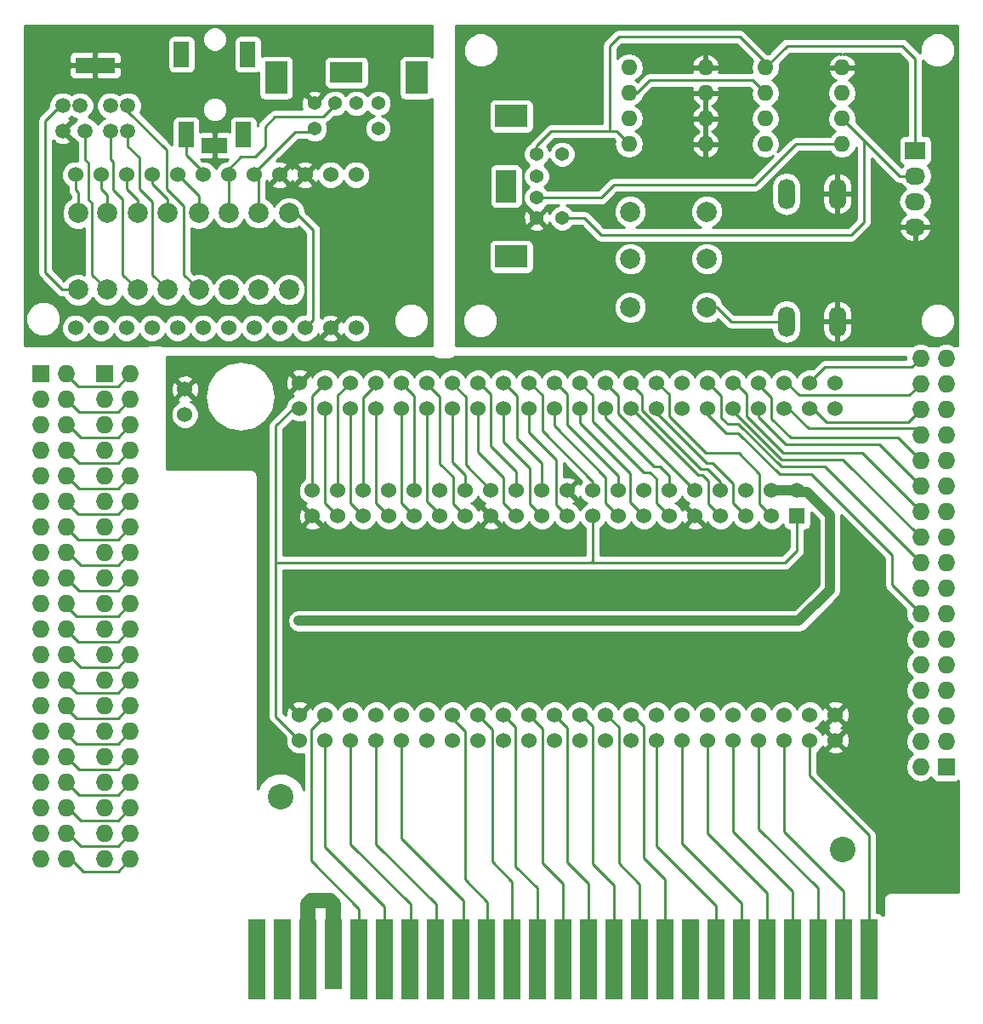
<source format=gbr>
G04 #@! TF.FileFunction,Copper,L1,Top,Signal*
%FSLAX46Y46*%
G04 Gerber Fmt 4.6, Leading zero omitted, Abs format (unit mm)*
G04 Created by KiCad (PCBNEW 4.0.2-stable) date 2016-05-24 오전 1:59:57*
%MOMM*%
G01*
G04 APERTURE LIST*
%ADD10C,0.100000*%
%ADD11C,2.540000*%
%ADD12R,1.800000X8.000000*%
%ADD13R,1.800000X7.000000*%
%ADD14C,1.524000*%
%ADD15R,1.727200X1.727200*%
%ADD16O,1.727200X1.727200*%
%ADD17C,1.998980*%
%ADD18C,1.371600*%
%ADD19R,3.200400X1.998980*%
%ADD20R,2.169160X3.200400*%
%ADD21C,1.500000*%
%ADD22R,4.000000X1.524000*%
%ADD23R,2.500000X1.500000*%
%ADD24R,1.500000X2.500000*%
%ADD25R,2.000000X3.200000*%
%ADD26R,3.200400X2.169160*%
%ADD27R,2.032000X1.727200*%
%ADD28O,2.032000X1.727200*%
%ADD29O,1.600000X1.600000*%
%ADD30O,1.727200X3.048000*%
%ADD31C,0.600000*%
%ADD32C,0.250000*%
%ADD33C,1.000000*%
%ADD34C,1.500000*%
%ADD35C,0.254000*%
G04 APERTURE END LIST*
D10*
D11*
X173573640Y-127707440D03*
D12*
X176189840Y-138637440D03*
X173649840Y-138637440D03*
X171109840Y-138637440D03*
X168569840Y-138637440D03*
X166029840Y-138637440D03*
X163489840Y-138637440D03*
X160949840Y-138637440D03*
X158409840Y-138637440D03*
X155869840Y-138637440D03*
X153329840Y-138637440D03*
X150789840Y-138637440D03*
X148249840Y-138637440D03*
X145709840Y-138637440D03*
X143169840Y-138637440D03*
X140629840Y-138637440D03*
X138089840Y-138637440D03*
X135549840Y-138637440D03*
X133009840Y-138637440D03*
X130469840Y-138637440D03*
X127929840Y-138637440D03*
X125389840Y-138637440D03*
D13*
X122844760Y-138144680D03*
D12*
X120309840Y-138637440D03*
X117769840Y-138637440D03*
X115229840Y-138637440D03*
D11*
X117579340Y-122500440D03*
D14*
X172820000Y-116840000D03*
X172820000Y-114300000D03*
X170280000Y-116840000D03*
X170280000Y-114300000D03*
X167740000Y-116840000D03*
X167740000Y-114300000D03*
X165200000Y-116840000D03*
X165200000Y-114300000D03*
X162660000Y-116840000D03*
X162660000Y-114300000D03*
X160120000Y-116840000D03*
X160120000Y-114300000D03*
X157580000Y-116840000D03*
X157580000Y-114300000D03*
X155040000Y-116840000D03*
X155040000Y-114300000D03*
X152500000Y-116840000D03*
X152500000Y-114300000D03*
X149960000Y-116840000D03*
X149960000Y-114300000D03*
X147420000Y-116840000D03*
X147420000Y-114300000D03*
X144880000Y-116840000D03*
X144880000Y-114300000D03*
X142340000Y-116840000D03*
X142340000Y-114300000D03*
X139800000Y-116840000D03*
X139800000Y-114300000D03*
X137260000Y-116840000D03*
X137260000Y-114300000D03*
X134720000Y-116840000D03*
X134720000Y-114300000D03*
X132180000Y-116840000D03*
X132180000Y-114300000D03*
X129640000Y-116840000D03*
X129640000Y-114300000D03*
X127100000Y-116840000D03*
X127100000Y-114300000D03*
X124560000Y-116840000D03*
X124560000Y-114300000D03*
X122020000Y-116840000D03*
X122020000Y-114300000D03*
X119480000Y-116840000D03*
X119480000Y-114300000D03*
X119480000Y-81280000D03*
X119480000Y-83820000D03*
X122020000Y-81280000D03*
X122020000Y-83820000D03*
X124560000Y-81280000D03*
X124560000Y-83820000D03*
X127100000Y-81280000D03*
X127100000Y-83820000D03*
X129640000Y-81280000D03*
X129640000Y-83820000D03*
X132180000Y-81280000D03*
X132180000Y-83820000D03*
X134720000Y-81280000D03*
X134720000Y-83820000D03*
X137260000Y-81280000D03*
X137260000Y-83820000D03*
X139800000Y-81280000D03*
X139800000Y-83820000D03*
X142340000Y-81280000D03*
X142340000Y-83820000D03*
X144880000Y-81280000D03*
X144880000Y-83820000D03*
X147420000Y-81280000D03*
X147420000Y-83820000D03*
X149960000Y-81280000D03*
X149960000Y-83820000D03*
X152500000Y-81280000D03*
X152500000Y-83820000D03*
X155040000Y-81280000D03*
X155040000Y-83820000D03*
X157580000Y-81280000D03*
X157580000Y-83820000D03*
X160120000Y-81280000D03*
X160120000Y-83820000D03*
X162660000Y-81280000D03*
X162660000Y-83820000D03*
X165200000Y-81280000D03*
X165200000Y-83820000D03*
X167740000Y-81280000D03*
X167740000Y-83820000D03*
X170280000Y-81280000D03*
X170280000Y-83820000D03*
X172820000Y-81280000D03*
X172820000Y-83820000D03*
X108050000Y-81915000D03*
X108050000Y-84455000D03*
D10*
G36*
X168248000Y-95302000D02*
X168248000Y-93778000D01*
X169772000Y-93778000D01*
X169772000Y-95302000D01*
X168248000Y-95302000D01*
X168248000Y-95302000D01*
G37*
D14*
X169010000Y-92000000D03*
X166470000Y-94540000D03*
X166470000Y-92000000D03*
X163930000Y-94540000D03*
X163930000Y-92000000D03*
X161390000Y-94540000D03*
X161390000Y-92000000D03*
X158850000Y-94540000D03*
X158850000Y-92000000D03*
X156310000Y-94540000D03*
X156310000Y-92000000D03*
X153770000Y-94540000D03*
X153770000Y-92000000D03*
X151230000Y-94540000D03*
X151230000Y-92000000D03*
X148690000Y-94540000D03*
X148690000Y-92000000D03*
X146150000Y-94540000D03*
X146150000Y-92000000D03*
X143610000Y-94540000D03*
X143610000Y-92000000D03*
X141070000Y-94540000D03*
X141070000Y-92000000D03*
X138530000Y-94540000D03*
X138530000Y-92000000D03*
X135990000Y-94540000D03*
X135990000Y-92000000D03*
X133450000Y-94540000D03*
X133450000Y-92000000D03*
X130910000Y-94540000D03*
X130910000Y-92000000D03*
X128370000Y-94540000D03*
X128370000Y-92000000D03*
X125830000Y-94540000D03*
X125830000Y-92000000D03*
X123290000Y-94540000D03*
X123290000Y-92000000D03*
X120750000Y-94540000D03*
X120750000Y-92000000D03*
D15*
X183850000Y-119480000D03*
D16*
X181310000Y-119480000D03*
X183850000Y-116940000D03*
X181310000Y-116940000D03*
X183850000Y-114400000D03*
X181310000Y-114400000D03*
X183850000Y-111860000D03*
X181310000Y-111860000D03*
X183850000Y-109320000D03*
X181310000Y-109320000D03*
X183850000Y-106780000D03*
X181310000Y-106780000D03*
X183850000Y-104240000D03*
X181310000Y-104240000D03*
X183850000Y-101700000D03*
X181310000Y-101700000D03*
X183850000Y-99160000D03*
X181310000Y-99160000D03*
X183850000Y-96620000D03*
X181310000Y-96620000D03*
X183850000Y-94080000D03*
X181310000Y-94080000D03*
X183850000Y-91540000D03*
X181310000Y-91540000D03*
X183850000Y-89000000D03*
X181310000Y-89000000D03*
X183850000Y-86460000D03*
X181310000Y-86460000D03*
X183850000Y-83920000D03*
X181310000Y-83920000D03*
X183850000Y-81380000D03*
X181310000Y-81380000D03*
X183850000Y-78840000D03*
X181310000Y-78840000D03*
D15*
X100100000Y-80400000D03*
D16*
X102640000Y-80400000D03*
X100100000Y-82940000D03*
X102640000Y-82940000D03*
X100100000Y-85480000D03*
X102640000Y-85480000D03*
X100100000Y-88020000D03*
X102640000Y-88020000D03*
X100100000Y-90560000D03*
X102640000Y-90560000D03*
X100100000Y-93100000D03*
X102640000Y-93100000D03*
X100100000Y-95640000D03*
X102640000Y-95640000D03*
X100100000Y-98180000D03*
X102640000Y-98180000D03*
X100100000Y-100720000D03*
X102640000Y-100720000D03*
X100100000Y-103260000D03*
X102640000Y-103260000D03*
X100100000Y-105800000D03*
X102640000Y-105800000D03*
X100100000Y-108340000D03*
X102640000Y-108340000D03*
X100100000Y-110880000D03*
X102640000Y-110880000D03*
X100100000Y-113420000D03*
X102640000Y-113420000D03*
X100100000Y-115960000D03*
X102640000Y-115960000D03*
X100100000Y-118500000D03*
X102640000Y-118500000D03*
X100100000Y-121040000D03*
X102640000Y-121040000D03*
X100100000Y-123580000D03*
X102640000Y-123580000D03*
X100100000Y-126120000D03*
X102640000Y-126120000D03*
X100100000Y-128660000D03*
X102640000Y-128660000D03*
D15*
X93700000Y-80400000D03*
D16*
X96240000Y-80400000D03*
X93700000Y-82940000D03*
X96240000Y-82940000D03*
X93700000Y-85480000D03*
X96240000Y-85480000D03*
X93700000Y-88020000D03*
X96240000Y-88020000D03*
X93700000Y-90560000D03*
X96240000Y-90560000D03*
X93700000Y-93100000D03*
X96240000Y-93100000D03*
X93700000Y-95640000D03*
X96240000Y-95640000D03*
X93700000Y-98180000D03*
X96240000Y-98180000D03*
X93700000Y-100720000D03*
X96240000Y-100720000D03*
X93700000Y-103260000D03*
X96240000Y-103260000D03*
X93700000Y-105800000D03*
X96240000Y-105800000D03*
X93700000Y-108340000D03*
X96240000Y-108340000D03*
X93700000Y-110880000D03*
X96240000Y-110880000D03*
X93700000Y-113420000D03*
X96240000Y-113420000D03*
X93700000Y-115960000D03*
X96240000Y-115960000D03*
X93700000Y-118500000D03*
X96240000Y-118500000D03*
X93700000Y-121040000D03*
X96240000Y-121040000D03*
X93700000Y-123580000D03*
X96240000Y-123580000D03*
X93700000Y-126120000D03*
X96240000Y-126120000D03*
X93700000Y-128660000D03*
X96240000Y-128660000D03*
D17*
X118427000Y-72011000D03*
X118427000Y-64391000D03*
D18*
X125143000Y-53481000D03*
X122984000Y-53481000D03*
X120952000Y-56021000D03*
X127302000Y-56021000D03*
X127302000Y-53481000D03*
X120952000Y-53481000D03*
D19*
X124127000Y-50433000D03*
D20*
X117142000Y-50941000D03*
X131112000Y-50941000D03*
D21*
X102377000Y-56211000D03*
X100627000Y-56211000D03*
X98127000Y-56211000D03*
X97627000Y-53711000D03*
X95877000Y-56211000D03*
X95877000Y-53711000D03*
X102377000Y-53711000D03*
D22*
X99127000Y-49711000D03*
D21*
X100627000Y-53711000D03*
D23*
X111027000Y-57661000D03*
D24*
X108177000Y-56611000D03*
X107727000Y-48611000D03*
X113877000Y-56611000D03*
X114327000Y-48611000D03*
D14*
X125097000Y-60591000D03*
X122557000Y-60591000D03*
X120017000Y-60591000D03*
X117477000Y-60591000D03*
X114937000Y-60591000D03*
X112397000Y-60591000D03*
X109857000Y-60591000D03*
X107317000Y-60591000D03*
X104777000Y-60591000D03*
X102237000Y-60591000D03*
X99697000Y-60591000D03*
X97157000Y-60591000D03*
X97157000Y-75831000D03*
X99697000Y-75831000D03*
X102237000Y-75831000D03*
X104777000Y-75831000D03*
X107317000Y-75831000D03*
X109857000Y-75831000D03*
X112397000Y-75831000D03*
X114937000Y-75831000D03*
X117477000Y-75831000D03*
X120017000Y-75831000D03*
X122557000Y-75831000D03*
X125097000Y-75831000D03*
D17*
X112427000Y-72011000D03*
X112427000Y-64391000D03*
X115427000Y-72011000D03*
X115427000Y-64391000D03*
X109427000Y-64411000D03*
X109427000Y-72031000D03*
X106327000Y-64411000D03*
X106327000Y-72031000D03*
X103327000Y-64411000D03*
X103327000Y-72031000D03*
X100327000Y-64411000D03*
X100327000Y-72031000D03*
X97427000Y-64411000D03*
X97427000Y-72031000D03*
D18*
X143080000Y-60714000D03*
X143080000Y-62873000D03*
X145620000Y-64905000D03*
X145620000Y-58555000D03*
X143080000Y-58555000D03*
X143080000Y-64905000D03*
D25*
X140032000Y-61730000D03*
D26*
X140540000Y-68715000D03*
X140540000Y-54745000D03*
D27*
X180770000Y-58170000D03*
D28*
X180770000Y-60710000D03*
X180770000Y-63250000D03*
X180770000Y-65790000D03*
D17*
X152400000Y-64262000D03*
X160020000Y-64262000D03*
X152400000Y-68961000D03*
X160020000Y-68961000D03*
X152400000Y-73787000D03*
X160020000Y-73787000D03*
D29*
X165862000Y-49911000D03*
X165862000Y-52451000D03*
X165862000Y-54991000D03*
X165862000Y-57531000D03*
X173482000Y-57531000D03*
X173482000Y-54991000D03*
X173482000Y-52451000D03*
X173482000Y-49911000D03*
X159893000Y-57531000D03*
X159893000Y-54991000D03*
X159893000Y-52451000D03*
X159893000Y-49911000D03*
X152273000Y-49911000D03*
X152273000Y-52451000D03*
X152273000Y-54991000D03*
X152273000Y-57531000D03*
D30*
X167950000Y-62490000D03*
X173030000Y-62490000D03*
X167950000Y-75190000D03*
X173030000Y-75190000D03*
D31*
X119410000Y-104970000D03*
D32*
X148690000Y-94540000D02*
X148690000Y-99040000D01*
X148690000Y-99040000D02*
X148520000Y-99210000D01*
X169010000Y-94540000D02*
X169010000Y-97960000D01*
X169010000Y-97960000D02*
X167760000Y-99210000D01*
X167760000Y-99210000D02*
X148520000Y-99210000D01*
X148520000Y-99210000D02*
X117120000Y-99210000D01*
X119480000Y-83820000D02*
X118870000Y-83820000D01*
X118870000Y-83820000D02*
X117120000Y-85570000D01*
X117120000Y-85570000D02*
X117120000Y-99210000D01*
X117120000Y-99210000D02*
X117120000Y-114480000D01*
X117120000Y-114480000D02*
X119480000Y-116840000D01*
D33*
X166470000Y-92000000D02*
X169010000Y-92000000D01*
X169010000Y-92000000D02*
X169160000Y-92150000D01*
X169160000Y-92150000D02*
X169990000Y-92150000D01*
X169990000Y-92150000D02*
X172280000Y-94440000D01*
X172280000Y-94440000D02*
X172280000Y-101860000D01*
X172280000Y-101860000D02*
X169170000Y-104970000D01*
X169170000Y-104970000D02*
X119410000Y-104970000D01*
D32*
X155040000Y-81280000D02*
X155080000Y-81280000D01*
X155080000Y-81280000D02*
X156250000Y-82450000D01*
X156250000Y-82450000D02*
X156250000Y-84620000D01*
X156250000Y-84620000D02*
X159910000Y-88280000D01*
X159910000Y-88280000D02*
X163220000Y-88280000D01*
X163220000Y-88280000D02*
X165280000Y-90340000D01*
X165280000Y-90340000D02*
X165280000Y-93350000D01*
X165280000Y-93350000D02*
X166470000Y-94540000D01*
X155040000Y-83820000D02*
X155040000Y-84310000D01*
X155040000Y-84310000D02*
X160000000Y-89270000D01*
X160000000Y-89270000D02*
X160630000Y-89270000D01*
X160630000Y-89270000D02*
X162620000Y-91260000D01*
X162620000Y-91260000D02*
X162620000Y-93240000D01*
X162620000Y-93240000D02*
X163920000Y-94540000D01*
X163920000Y-94540000D02*
X163930000Y-94540000D01*
X152500000Y-83820000D02*
X152520000Y-83820000D01*
X152520000Y-83820000D02*
X159150000Y-90450000D01*
X159150000Y-90450000D02*
X159600000Y-90450000D01*
X159600000Y-90450000D02*
X160170000Y-91020000D01*
X160170000Y-91020000D02*
X160170000Y-93320000D01*
X160170000Y-93320000D02*
X161390000Y-94540000D01*
X152500000Y-81280000D02*
X152500000Y-81420000D01*
X152500000Y-81420000D02*
X153610000Y-82530000D01*
X161390000Y-91140000D02*
X161390000Y-92000000D01*
X160110000Y-89860000D02*
X161390000Y-91140000D01*
X153610000Y-82530000D02*
X153610000Y-84040000D01*
X153610000Y-84040000D02*
X159430000Y-89860000D01*
X159430000Y-89860000D02*
X160110000Y-89860000D01*
X149960000Y-81280000D02*
X149960000Y-81340000D01*
X149960000Y-81340000D02*
X151210000Y-82590000D01*
X151210000Y-82590000D02*
X151210000Y-84360000D01*
X151210000Y-84360000D02*
X158850000Y-92000000D01*
X154980000Y-93210000D02*
X156310000Y-94540000D01*
X154980000Y-90800000D02*
X154980000Y-93210000D01*
X147420000Y-81280000D02*
X148670000Y-82530000D01*
X148670000Y-82530000D02*
X148670000Y-85130000D01*
X148670000Y-85130000D02*
X153730000Y-90190000D01*
X153730000Y-90190000D02*
X154370000Y-90190000D01*
X154370000Y-90190000D02*
X154980000Y-90800000D01*
X149960000Y-83820000D02*
X149960000Y-84810000D01*
X149960000Y-84810000D02*
X154800000Y-89650000D01*
X154800000Y-89650000D02*
X155380000Y-89650000D01*
X155380000Y-89650000D02*
X156310000Y-90580000D01*
X156310000Y-90580000D02*
X156310000Y-92000000D01*
X152390000Y-93130000D02*
X153770000Y-94510000D01*
X153770000Y-94510000D02*
X153770000Y-94540000D01*
X147420000Y-83820000D02*
X147420000Y-85330000D01*
X147420000Y-85330000D02*
X152390000Y-90300000D01*
X152390000Y-90300000D02*
X152390000Y-93130000D01*
X149960000Y-93270000D02*
X151230000Y-94540000D01*
X144880000Y-83820000D02*
X144880000Y-85510000D01*
X144880000Y-85510000D02*
X149960000Y-90750000D01*
X149960000Y-90750000D02*
X149960000Y-93270000D01*
X151230000Y-90540000D02*
X151230000Y-92000000D01*
X144880000Y-81280000D02*
X144990000Y-81280000D01*
X144990000Y-81280000D02*
X146110000Y-82400000D01*
X146110000Y-82400000D02*
X146110000Y-85420000D01*
X146110000Y-85420000D02*
X151230000Y-90540000D01*
X142340000Y-81280000D02*
X142400000Y-81280000D01*
X142400000Y-81280000D02*
X143640000Y-82520000D01*
X148690000Y-91120000D02*
X148690000Y-92000000D01*
X143640000Y-82520000D02*
X143640000Y-86070000D01*
X143640000Y-86070000D02*
X148690000Y-91120000D01*
X142340000Y-83820000D02*
X142340000Y-86220000D01*
X142340000Y-86220000D02*
X145010000Y-88890000D01*
X145010000Y-88890000D02*
X145010000Y-93400000D01*
X145010000Y-93400000D02*
X146150000Y-94540000D01*
X139800000Y-83820000D02*
X139800000Y-87190000D01*
X139800000Y-87190000D02*
X142380000Y-89770000D01*
X142380000Y-89770000D02*
X142380000Y-93310000D01*
X142380000Y-93310000D02*
X143610000Y-94540000D01*
X139800000Y-81280000D02*
X139820000Y-81280000D01*
X139820000Y-81280000D02*
X141100000Y-82560000D01*
X141100000Y-82560000D02*
X141100000Y-86780000D01*
X143610000Y-89290000D02*
X143610000Y-92000000D01*
X141100000Y-86780000D02*
X143610000Y-89290000D01*
X137260000Y-83820000D02*
X137260000Y-88140000D01*
X137260000Y-88140000D02*
X139810000Y-90690000D01*
X139810000Y-90690000D02*
X139810000Y-93280000D01*
X139810000Y-93280000D02*
X141070000Y-94540000D01*
X137260000Y-81280000D02*
X137390000Y-81280000D01*
X137390000Y-81280000D02*
X138500000Y-82390000D01*
X138500000Y-82390000D02*
X138500000Y-87540000D01*
X138500000Y-87540000D02*
X141070000Y-90110000D01*
X141070000Y-90110000D02*
X141070000Y-92000000D01*
X134720000Y-81280000D02*
X134720000Y-81410000D01*
X134720000Y-81410000D02*
X136010000Y-82700000D01*
X136010000Y-82700000D02*
X136010000Y-89480000D01*
X136010000Y-89480000D02*
X138530000Y-92000000D01*
X132180000Y-81280000D02*
X132180000Y-81410000D01*
X132180000Y-81410000D02*
X133440000Y-82670000D01*
X133440000Y-82670000D02*
X133440000Y-89320000D01*
X133440000Y-89320000D02*
X134750000Y-90630000D01*
X134750000Y-90630000D02*
X134750000Y-93300000D01*
X134750000Y-93300000D02*
X135990000Y-94540000D01*
X134720000Y-83820000D02*
X134720000Y-89210000D01*
X134720000Y-89210000D02*
X135990000Y-90480000D01*
X135990000Y-90480000D02*
X135990000Y-92000000D01*
X132180000Y-83820000D02*
X132180000Y-93100000D01*
X132180000Y-93100000D02*
X133450000Y-94370000D01*
X133450000Y-94370000D02*
X133450000Y-94540000D01*
X130910000Y-94510000D02*
X130910000Y-94540000D01*
X129640000Y-83820000D02*
X129640000Y-93240000D01*
X129640000Y-93240000D02*
X130910000Y-94510000D01*
X129640000Y-81280000D02*
X129640000Y-81300000D01*
X129640000Y-81300000D02*
X130910000Y-82570000D01*
X130910000Y-82570000D02*
X130910000Y-92000000D01*
X128370000Y-94480000D02*
X128370000Y-94540000D01*
X127100000Y-83820000D02*
X127100000Y-93210000D01*
X127100000Y-93210000D02*
X128370000Y-94480000D01*
X127100000Y-81280000D02*
X127100000Y-81480000D01*
X125830000Y-82750000D02*
X125830000Y-92000000D01*
X127100000Y-81480000D02*
X125830000Y-82750000D01*
X122020000Y-83820000D02*
X122020000Y-93230000D01*
X122020000Y-93230000D02*
X123290000Y-94500000D01*
X123290000Y-94500000D02*
X123290000Y-94540000D01*
X124560000Y-81280000D02*
X124530000Y-81280000D01*
X124530000Y-81280000D02*
X123290000Y-82520000D01*
X123290000Y-82520000D02*
X123290000Y-92000000D01*
X120750000Y-88510000D02*
X120750000Y-82560000D01*
X120750000Y-82560000D02*
X120740000Y-82550000D01*
X120750000Y-92000000D02*
X120750000Y-88510000D01*
X120750000Y-88510000D02*
X120740000Y-88500000D01*
X122020000Y-81280000D02*
X122010000Y-81280000D01*
X122010000Y-81280000D02*
X120740000Y-82550000D01*
X120740000Y-88500000D02*
X120740000Y-89230000D01*
X170280000Y-116840000D02*
X170280000Y-120370000D01*
X170280000Y-120370000D02*
X176189840Y-126279840D01*
X176189840Y-126279840D02*
X176189840Y-138637440D01*
X167740000Y-116840000D02*
X167740000Y-124990000D01*
X167740000Y-124990000D02*
X167750000Y-125000000D01*
X167750000Y-125000000D02*
X167750000Y-125960000D01*
X167750000Y-125960000D02*
X173649840Y-131859840D01*
X173649840Y-131859840D02*
X173649840Y-138637440D01*
X165200000Y-116840000D02*
X165200000Y-125650000D01*
X165200000Y-125650000D02*
X171109840Y-131559840D01*
X171109840Y-131559840D02*
X171109840Y-138637440D01*
X162660000Y-116840000D02*
X162660000Y-125950000D01*
X162660000Y-125950000D02*
X168569840Y-131859840D01*
X168569840Y-131859840D02*
X168569840Y-138637440D01*
X160120000Y-116840000D02*
X160120000Y-126140000D01*
X160120000Y-126140000D02*
X166029840Y-132049840D01*
X166029840Y-132049840D02*
X166029840Y-138637440D01*
X157580000Y-116840000D02*
X157580000Y-127140000D01*
X157580000Y-127140000D02*
X163489840Y-133049840D01*
X163489840Y-133049840D02*
X163489840Y-138637440D01*
X155040000Y-116840000D02*
X155040000Y-127350000D01*
X155040000Y-127350000D02*
X160949840Y-133259840D01*
X160949840Y-133259840D02*
X160949840Y-138637440D01*
X152500000Y-114300000D02*
X152670000Y-114300000D01*
X152670000Y-114300000D02*
X153770000Y-115400000D01*
X153770000Y-115400000D02*
X153770000Y-128550000D01*
X153770000Y-128550000D02*
X155869840Y-130649840D01*
X155869840Y-130649840D02*
X155869840Y-138637440D01*
X149960000Y-114300000D02*
X150030000Y-114300000D01*
X150030000Y-114300000D02*
X151260000Y-115530000D01*
X151260000Y-115530000D02*
X151260000Y-129090000D01*
X151260000Y-129090000D02*
X153329840Y-131159840D01*
X153329840Y-131159840D02*
X153329840Y-138637440D01*
X147420000Y-114300000D02*
X147550000Y-114300000D01*
X147550000Y-114300000D02*
X148700000Y-115450000D01*
X148700000Y-115450000D02*
X148700000Y-129140000D01*
X148700000Y-129140000D02*
X150789840Y-131229840D01*
X150789840Y-131229840D02*
X150789840Y-138637440D01*
X146130000Y-115560000D02*
X146130000Y-128970000D01*
X146130000Y-128970000D02*
X148249840Y-131089840D01*
X144880000Y-114300000D02*
X144880000Y-114310000D01*
X144880000Y-114310000D02*
X146130000Y-115560000D01*
X148249840Y-131089840D02*
X148249840Y-138637440D01*
X143670000Y-115670000D02*
X143670000Y-129080000D01*
X143670000Y-129080000D02*
X145709840Y-131119840D01*
X145709840Y-131119840D02*
X145709840Y-138637440D01*
X142340000Y-114300000D02*
X142340000Y-114340000D01*
X142340000Y-114340000D02*
X143670000Y-115670000D01*
X139800000Y-114300000D02*
X139800000Y-114320000D01*
X139800000Y-114320000D02*
X140990000Y-115510000D01*
X140990000Y-115510000D02*
X140990000Y-129370000D01*
X140990000Y-129370000D02*
X143169840Y-131549840D01*
X143169840Y-131549840D02*
X143169840Y-138637440D01*
X137260000Y-114300000D02*
X137260000Y-114350000D01*
X137260000Y-114350000D02*
X138640000Y-115730000D01*
X138640000Y-115730000D02*
X138640000Y-128920000D01*
X138640000Y-128920000D02*
X140629840Y-130909840D01*
X140629840Y-130909840D02*
X140629840Y-138637440D01*
X134720000Y-114300000D02*
X134720000Y-114660000D01*
X134720000Y-114660000D02*
X135960000Y-115900000D01*
X138190000Y-132930000D02*
X138190000Y-138537280D01*
X138190000Y-138537280D02*
X138089840Y-138637440D01*
X135960000Y-130700000D02*
X138190000Y-132930000D01*
X135960000Y-115900000D02*
X135960000Y-130700000D01*
X129640000Y-116840000D02*
X129640000Y-126620000D01*
X129640000Y-126620000D02*
X135790000Y-132770000D01*
X135790000Y-132770000D02*
X135790000Y-138397280D01*
X135790000Y-138397280D02*
X135549840Y-138637440D01*
X127100000Y-116840000D02*
X127100000Y-127160000D01*
X127100000Y-127160000D02*
X133050000Y-133110000D01*
X133050000Y-133110000D02*
X133050000Y-138597280D01*
X133050000Y-138597280D02*
X133009840Y-138637440D01*
X124560000Y-116840000D02*
X124560000Y-127190000D01*
X124560000Y-127190000D02*
X130530000Y-133160000D01*
X130530000Y-133160000D02*
X130530000Y-138577280D01*
X130530000Y-138577280D02*
X130469840Y-138637440D01*
X122020000Y-116840000D02*
X122020000Y-127440000D01*
X122020000Y-127440000D02*
X127929840Y-133349840D01*
X127929840Y-133349840D02*
X127929840Y-138637440D01*
X122020000Y-114300000D02*
X122020000Y-114410000D01*
X122020000Y-114410000D02*
X120640000Y-115790000D01*
X120640000Y-115790000D02*
X120640000Y-128850000D01*
X120640000Y-128850000D02*
X125389840Y-133599840D01*
X125389840Y-133599840D02*
X125389840Y-138637440D01*
D34*
X120309840Y-138637440D02*
X120309840Y-133160160D01*
X120309840Y-133160160D02*
X120680000Y-132790000D01*
X120680000Y-132790000D02*
X122510000Y-132790000D01*
X122510000Y-132790000D02*
X122844760Y-133124760D01*
X122844760Y-133124760D02*
X122844760Y-138144680D01*
D32*
X124560000Y-83820000D02*
X124560000Y-93290000D01*
X124560000Y-93290000D02*
X125810000Y-94540000D01*
X125810000Y-94540000D02*
X125830000Y-94540000D01*
X160120000Y-83820000D02*
X160120000Y-84460000D01*
X160120000Y-84460000D02*
X161940000Y-86280000D01*
X178480000Y-101410000D02*
X181310000Y-104240000D01*
X178480000Y-98400000D02*
X178480000Y-101410000D01*
X170440000Y-90360000D02*
X178480000Y-98400000D01*
X167260000Y-90360000D02*
X170440000Y-90360000D01*
X163180000Y-86280000D02*
X167260000Y-90360000D01*
X161940000Y-86280000D02*
X163180000Y-86280000D01*
X160120000Y-83820000D02*
X160120000Y-84570000D01*
X160120000Y-81280000D02*
X160180000Y-81280000D01*
X160180000Y-81280000D02*
X161490000Y-82590000D01*
X161490000Y-82590000D02*
X161490000Y-84770000D01*
X161490000Y-84770000D02*
X162100000Y-85380000D01*
X162100000Y-85380000D02*
X163170000Y-85380000D01*
X163170000Y-85380000D02*
X167420000Y-89630000D01*
X167420000Y-89630000D02*
X171780000Y-89630000D01*
X171780000Y-89630000D02*
X181310000Y-99160000D01*
X162660000Y-83820000D02*
X162660000Y-84100000D01*
X162660000Y-84100000D02*
X167450000Y-88890000D01*
X173580000Y-88890000D02*
X181310000Y-96620000D01*
X167450000Y-88890000D02*
X173580000Y-88890000D01*
X162660000Y-83820000D02*
X162660000Y-84176398D01*
X162660000Y-81280000D02*
X162850000Y-81280000D01*
X162850000Y-81280000D02*
X163980000Y-82410000D01*
X175470000Y-88240000D02*
X181310000Y-94080000D01*
X167640000Y-88240000D02*
X175470000Y-88240000D01*
X163980000Y-82410000D02*
X163980000Y-84580000D01*
X163980000Y-84580000D02*
X167640000Y-88240000D01*
X165200000Y-83820000D02*
X165200000Y-84730000D01*
X177170000Y-87400000D02*
X181310000Y-91540000D01*
X167870000Y-87400000D02*
X177170000Y-87400000D01*
X165200000Y-84730000D02*
X167870000Y-87400000D01*
X165200000Y-81280000D02*
X165200000Y-81460000D01*
X165200000Y-81460000D02*
X166460000Y-82720000D01*
X179060000Y-86750000D02*
X181310000Y-89000000D01*
X168360000Y-86750000D02*
X179060000Y-86750000D01*
X166460000Y-82720000D02*
X166460000Y-84850000D01*
X166460000Y-84850000D02*
X168360000Y-86750000D01*
X167740000Y-83820000D02*
X168130000Y-83820000D01*
X168130000Y-83820000D02*
X170150000Y-85840000D01*
X170150000Y-85840000D02*
X180690000Y-85840000D01*
X180690000Y-85840000D02*
X181310000Y-86460000D01*
X170280000Y-83820000D02*
X170610000Y-83820000D01*
X170610000Y-83820000D02*
X171980000Y-85190000D01*
X171980000Y-85190000D02*
X180040000Y-85190000D01*
X180040000Y-85190000D02*
X181310000Y-83920000D01*
X167740000Y-81280000D02*
X167990000Y-81280000D01*
X167990000Y-81280000D02*
X169200000Y-82490000D01*
X169200000Y-82490000D02*
X180200000Y-82490000D01*
X180200000Y-82490000D02*
X181310000Y-81380000D01*
X170280000Y-81280000D02*
X170280000Y-81250000D01*
X170280000Y-81250000D02*
X171820000Y-79710000D01*
X171820000Y-79710000D02*
X180440000Y-79710000D01*
X180440000Y-79710000D02*
X181310000Y-78840000D01*
X96240000Y-80400000D02*
X96240000Y-80492000D01*
X96240000Y-80492000D02*
X97409000Y-81661000D01*
X97409000Y-81661000D02*
X101379000Y-81661000D01*
X101379000Y-81661000D02*
X102640000Y-80400000D01*
X96240000Y-82940000D02*
X96275000Y-82940000D01*
X96275000Y-82940000D02*
X97536000Y-84201000D01*
X97536000Y-84201000D02*
X101379000Y-84201000D01*
X101379000Y-84201000D02*
X102640000Y-82940000D01*
X96240000Y-85480000D02*
X96402000Y-85480000D01*
X96402000Y-85480000D02*
X97663000Y-86741000D01*
X97663000Y-86741000D02*
X101379000Y-86741000D01*
X101379000Y-86741000D02*
X102640000Y-85480000D01*
X96240000Y-88020000D02*
X96275000Y-88020000D01*
X96275000Y-88020000D02*
X97536000Y-89281000D01*
X97536000Y-89281000D02*
X101379000Y-89281000D01*
X101379000Y-89281000D02*
X102640000Y-88020000D01*
X96240000Y-90560000D02*
X96275000Y-90560000D01*
X96275000Y-90560000D02*
X97536000Y-91821000D01*
X97536000Y-91821000D02*
X101379000Y-91821000D01*
X101379000Y-91821000D02*
X102640000Y-90560000D01*
X96240000Y-93100000D02*
X96240000Y-93192000D01*
X96240000Y-93192000D02*
X97409000Y-94361000D01*
X97409000Y-94361000D02*
X101379000Y-94361000D01*
X101379000Y-94361000D02*
X102640000Y-93100000D01*
X96240000Y-95640000D02*
X96240000Y-95732000D01*
X96240000Y-95732000D02*
X97409000Y-96901000D01*
X97409000Y-96901000D02*
X101379000Y-96901000D01*
X101379000Y-96901000D02*
X102640000Y-95640000D01*
X96240000Y-98180000D02*
X96402000Y-98180000D01*
X96402000Y-98180000D02*
X97663000Y-99441000D01*
X97663000Y-99441000D02*
X101379000Y-99441000D01*
X101379000Y-99441000D02*
X102640000Y-98180000D01*
X96240000Y-100720000D02*
X96275000Y-100720000D01*
X96275000Y-100720000D02*
X97536000Y-101981000D01*
X97536000Y-101981000D02*
X101379000Y-101981000D01*
X101379000Y-101981000D02*
X102640000Y-100720000D01*
X96240000Y-103260000D02*
X96240000Y-103479000D01*
X96240000Y-103479000D02*
X97282000Y-104521000D01*
X97282000Y-104521000D02*
X101379000Y-104521000D01*
X101379000Y-104521000D02*
X102640000Y-103260000D01*
X96240000Y-105800000D02*
X96240000Y-105892000D01*
X96240000Y-105892000D02*
X97409000Y-107061000D01*
X97409000Y-107061000D02*
X101379000Y-107061000D01*
X101379000Y-107061000D02*
X102640000Y-105800000D01*
X96240000Y-108340000D02*
X96402000Y-108340000D01*
X96402000Y-108340000D02*
X97663000Y-109601000D01*
X97663000Y-109601000D02*
X101379000Y-109601000D01*
X101379000Y-109601000D02*
X102640000Y-108340000D01*
X96240000Y-110880000D02*
X96240000Y-111099000D01*
X96240000Y-111099000D02*
X97282000Y-112141000D01*
X97282000Y-112141000D02*
X101379000Y-112141000D01*
X101379000Y-112141000D02*
X102640000Y-110880000D01*
X96240000Y-113420000D02*
X96240000Y-113639000D01*
X96240000Y-113639000D02*
X97282000Y-114681000D01*
X97282000Y-114681000D02*
X101379000Y-114681000D01*
X101379000Y-114681000D02*
X102640000Y-113420000D01*
X96240000Y-115960000D02*
X96240000Y-116179000D01*
X96240000Y-116179000D02*
X97282000Y-117221000D01*
X97282000Y-117221000D02*
X101379000Y-117221000D01*
X101379000Y-117221000D02*
X102640000Y-115960000D01*
X96240000Y-118500000D02*
X96275000Y-118500000D01*
X96275000Y-118500000D02*
X97536000Y-119761000D01*
X97536000Y-119761000D02*
X101379000Y-119761000D01*
X101379000Y-119761000D02*
X102640000Y-118500000D01*
X96240000Y-121040000D02*
X96275000Y-121040000D01*
X96275000Y-121040000D02*
X97536000Y-122301000D01*
X97536000Y-122301000D02*
X101379000Y-122301000D01*
X101379000Y-122301000D02*
X102640000Y-121040000D01*
X96240000Y-123580000D02*
X96402000Y-123580000D01*
X96402000Y-123580000D02*
X97663000Y-124841000D01*
X97663000Y-124841000D02*
X101379000Y-124841000D01*
X101379000Y-124841000D02*
X102640000Y-123580000D01*
X96240000Y-126120000D02*
X96402000Y-126120000D01*
X96402000Y-126120000D02*
X97663000Y-127381000D01*
X97663000Y-127381000D02*
X101379000Y-127381000D01*
X101379000Y-127381000D02*
X102640000Y-126120000D01*
X96240000Y-128660000D02*
X96656000Y-128660000D01*
X96656000Y-128660000D02*
X97917000Y-129921000D01*
X97917000Y-129921000D02*
X101379000Y-129921000D01*
X101379000Y-129921000D02*
X102640000Y-128660000D01*
X118427000Y-64391000D02*
X119107000Y-64391000D01*
X119107000Y-64391000D02*
X120827000Y-66111000D01*
X120827000Y-66111000D02*
X120827000Y-75021000D01*
X120827000Y-75021000D02*
X120017000Y-75831000D01*
X122984000Y-53481000D02*
X122984000Y-53654000D01*
X122984000Y-53654000D02*
X121827000Y-54811000D01*
X121827000Y-54811000D02*
X117027000Y-54811000D01*
X117027000Y-54811000D02*
X116027000Y-55811000D01*
X116027000Y-55811000D02*
X116027000Y-57811000D01*
X116027000Y-57811000D02*
X115027000Y-58811000D01*
X115027000Y-58811000D02*
X113627000Y-58811000D01*
X113627000Y-58811000D02*
X112397000Y-60041000D01*
X112397000Y-60041000D02*
X112397000Y-60591000D01*
X112427000Y-64391000D02*
X112427000Y-60621000D01*
X112427000Y-60621000D02*
X112397000Y-60591000D01*
X115427000Y-64391000D02*
X115427000Y-61081000D01*
X115427000Y-61081000D02*
X114937000Y-60591000D01*
X114937000Y-60591000D02*
X114937000Y-60401000D01*
X114937000Y-60401000D02*
X119027000Y-56311000D01*
X119027000Y-56311000D02*
X120662000Y-56311000D01*
X120662000Y-56311000D02*
X120952000Y-56021000D01*
X106327000Y-64411000D02*
X106327000Y-63011000D01*
X104777000Y-61461000D02*
X104777000Y-60591000D01*
X106327000Y-63011000D02*
X104777000Y-61461000D01*
X102237000Y-60591000D02*
X102237000Y-62021000D01*
X103327000Y-63111000D02*
X103327000Y-64411000D01*
X102237000Y-62021000D02*
X103327000Y-63111000D01*
X99697000Y-60591000D02*
X99697000Y-61981000D01*
X100327000Y-62611000D02*
X100327000Y-64411000D01*
X99697000Y-61981000D02*
X100327000Y-62611000D01*
X97157000Y-60591000D02*
X97157000Y-62081000D01*
X97427000Y-62351000D02*
X97427000Y-64411000D01*
X97157000Y-62081000D02*
X97427000Y-62351000D01*
X109427000Y-64411000D02*
X109427000Y-62701000D01*
X109427000Y-62701000D02*
X107317000Y-60591000D01*
X108177000Y-56611000D02*
X108177000Y-58661000D01*
X108177000Y-58661000D02*
X109857000Y-60341000D01*
X109857000Y-60341000D02*
X109857000Y-60591000D01*
X102377000Y-56211000D02*
X102377000Y-57761000D01*
X104827000Y-70531000D02*
X106327000Y-72031000D01*
X104827000Y-63311000D02*
X104827000Y-70531000D01*
X103527000Y-62011000D02*
X104827000Y-63311000D01*
X103527000Y-58911000D02*
X103527000Y-62011000D01*
X102377000Y-57761000D02*
X103527000Y-58911000D01*
X100627000Y-56211000D02*
X100627000Y-59011000D01*
X101827000Y-70531000D02*
X103327000Y-72031000D01*
X101827000Y-63011000D02*
X101827000Y-70531000D01*
X100927000Y-62111000D02*
X101827000Y-63011000D01*
X100927000Y-59311000D02*
X100927000Y-62111000D01*
X100627000Y-59011000D02*
X100927000Y-59311000D01*
X98127000Y-56211000D02*
X98127000Y-59111000D01*
X98827000Y-70531000D02*
X100327000Y-72031000D01*
X98827000Y-63411000D02*
X98827000Y-70531000D01*
X98427000Y-63011000D02*
X98827000Y-63411000D01*
X98427000Y-59411000D02*
X98427000Y-63011000D01*
X98127000Y-59111000D02*
X98427000Y-59411000D01*
X95877000Y-53711000D02*
X95627000Y-53711000D01*
X95627000Y-53711000D02*
X94127000Y-55211000D01*
X94127000Y-55211000D02*
X94127000Y-70311000D01*
X94127000Y-70311000D02*
X95847000Y-72031000D01*
X95847000Y-72031000D02*
X97427000Y-72031000D01*
X102377000Y-53711000D02*
X102377000Y-54261000D01*
X102377000Y-54261000D02*
X106227000Y-58111000D01*
X106227000Y-58111000D02*
X106227000Y-62011000D01*
X106227000Y-62011000D02*
X107927000Y-63711000D01*
X107927000Y-63711000D02*
X107927000Y-70531000D01*
X107927000Y-70531000D02*
X109427000Y-72031000D01*
X143080000Y-62873000D02*
X149471000Y-62873000D01*
X168910000Y-57531000D02*
X173482000Y-57531000D01*
X164846000Y-61595000D02*
X168910000Y-57531000D01*
X150749000Y-61595000D02*
X164846000Y-61595000D01*
X149471000Y-62873000D02*
X150749000Y-61595000D01*
X180770000Y-60710000D02*
X179201000Y-60710000D01*
X179201000Y-60710000D02*
X175514000Y-57023000D01*
X145620000Y-64905000D02*
X147836000Y-64905000D01*
X175641000Y-57150000D02*
X175514000Y-57023000D01*
X175514000Y-57023000D02*
X173482000Y-54991000D01*
X175641000Y-65278000D02*
X175641000Y-57150000D01*
X174371000Y-66548000D02*
X175641000Y-65278000D01*
X149479000Y-66548000D02*
X174371000Y-66548000D01*
X147836000Y-64905000D02*
X149479000Y-66548000D01*
X150368000Y-56261000D02*
X150368000Y-47752000D01*
X163322000Y-46863000D02*
X165862000Y-49403000D01*
X151257000Y-46863000D02*
X163322000Y-46863000D01*
X150368000Y-47752000D02*
X151257000Y-46863000D01*
X165862000Y-49403000D02*
X165862000Y-49911000D01*
X143080000Y-58555000D02*
X143080000Y-57707000D01*
X151003000Y-56261000D02*
X152273000Y-57531000D01*
X144526000Y-56261000D02*
X150368000Y-56261000D01*
X150368000Y-56261000D02*
X151003000Y-56261000D01*
X143080000Y-57707000D02*
X144526000Y-56261000D01*
X180770000Y-58170000D02*
X180770000Y-49071000D01*
X168021000Y-47752000D02*
X165862000Y-49911000D01*
X179451000Y-47752000D02*
X168021000Y-47752000D01*
X180770000Y-49071000D02*
X179451000Y-47752000D01*
X152273000Y-52451000D02*
X153035000Y-52451000D01*
X153035000Y-52451000D02*
X154305000Y-51181000D01*
X154305000Y-51181000D02*
X164592000Y-51181000D01*
X164592000Y-51181000D02*
X165862000Y-52451000D01*
X160020000Y-73787000D02*
X161036000Y-73787000D01*
X162439000Y-75190000D02*
X167950000Y-75190000D01*
X161036000Y-73787000D02*
X162439000Y-75190000D01*
D35*
G36*
X185003000Y-77603000D02*
X184673636Y-77603000D01*
X184452848Y-77455474D01*
X183879359Y-77341400D01*
X183820641Y-77341400D01*
X183247152Y-77455474D01*
X183026364Y-77603000D01*
X182133636Y-77603000D01*
X181912848Y-77455474D01*
X181339359Y-77341400D01*
X181280641Y-77341400D01*
X180707152Y-77455474D01*
X180486364Y-77603000D01*
X135070000Y-77603000D01*
X135070000Y-75443599D01*
X135723699Y-75443599D01*
X135987281Y-76081515D01*
X136474918Y-76570004D01*
X137112373Y-76834699D01*
X137802599Y-76835301D01*
X138440515Y-76571719D01*
X138929004Y-76084082D01*
X139193699Y-75446627D01*
X139194301Y-74756401D01*
X138930719Y-74118485D01*
X138922942Y-74110694D01*
X150765226Y-74110694D01*
X151013538Y-74711655D01*
X151472927Y-75171846D01*
X152073453Y-75421206D01*
X152723694Y-75421774D01*
X153324655Y-75173462D01*
X153784846Y-74714073D01*
X154034206Y-74113547D01*
X154034208Y-74110694D01*
X158385226Y-74110694D01*
X158633538Y-74711655D01*
X159092927Y-75171846D01*
X159693453Y-75421206D01*
X160343694Y-75421774D01*
X160944655Y-75173462D01*
X161146333Y-74972135D01*
X161901599Y-75727401D01*
X162148161Y-75892148D01*
X162439000Y-75950000D01*
X166462798Y-75950000D01*
X166565474Y-76466186D01*
X166890330Y-76952367D01*
X167376511Y-77277223D01*
X167950000Y-77391297D01*
X168523489Y-77277223D01*
X169009670Y-76952367D01*
X169334526Y-76466186D01*
X169448600Y-75892697D01*
X169448600Y-75317000D01*
X171531400Y-75317000D01*
X171531400Y-75977400D01*
X171694075Y-76541222D01*
X172060132Y-76999873D01*
X172573843Y-77283527D01*
X172670974Y-77305358D01*
X172903000Y-77184217D01*
X172903000Y-75317000D01*
X173157000Y-75317000D01*
X173157000Y-77184217D01*
X173389026Y-77305358D01*
X173486157Y-77283527D01*
X173999868Y-76999873D01*
X174365925Y-76541222D01*
X174528600Y-75977400D01*
X174528600Y-75443599D01*
X181264699Y-75443599D01*
X181528281Y-76081515D01*
X182015918Y-76570004D01*
X182653373Y-76834699D01*
X183343599Y-76835301D01*
X183981515Y-76571719D01*
X184470004Y-76084082D01*
X184734699Y-75446627D01*
X184735301Y-74756401D01*
X184471719Y-74118485D01*
X183984082Y-73629996D01*
X183346627Y-73365301D01*
X182656401Y-73364699D01*
X182018485Y-73628281D01*
X181529996Y-74115918D01*
X181265301Y-74753373D01*
X181264699Y-75443599D01*
X174528600Y-75443599D01*
X174528600Y-75317000D01*
X173157000Y-75317000D01*
X172903000Y-75317000D01*
X171531400Y-75317000D01*
X169448600Y-75317000D01*
X169448600Y-74487303D01*
X169431752Y-74402600D01*
X171531400Y-74402600D01*
X171531400Y-75063000D01*
X172903000Y-75063000D01*
X172903000Y-73195783D01*
X173157000Y-73195783D01*
X173157000Y-75063000D01*
X174528600Y-75063000D01*
X174528600Y-74402600D01*
X174365925Y-73838778D01*
X173999868Y-73380127D01*
X173486157Y-73096473D01*
X173389026Y-73074642D01*
X173157000Y-73195783D01*
X172903000Y-73195783D01*
X172670974Y-73074642D01*
X172573843Y-73096473D01*
X172060132Y-73380127D01*
X171694075Y-73838778D01*
X171531400Y-74402600D01*
X169431752Y-74402600D01*
X169334526Y-73913814D01*
X169009670Y-73427633D01*
X168523489Y-73102777D01*
X167950000Y-72988703D01*
X167376511Y-73102777D01*
X166890330Y-73427633D01*
X166565474Y-73913814D01*
X166462798Y-74430000D01*
X162753802Y-74430000D01*
X161573401Y-73249599D01*
X161563830Y-73243204D01*
X161406462Y-72862345D01*
X160947073Y-72402154D01*
X160346547Y-72152794D01*
X159696306Y-72152226D01*
X159095345Y-72400538D01*
X158635154Y-72859927D01*
X158385794Y-73460453D01*
X158385226Y-74110694D01*
X154034208Y-74110694D01*
X154034774Y-73463306D01*
X153786462Y-72862345D01*
X153327073Y-72402154D01*
X152726547Y-72152794D01*
X152076306Y-72152226D01*
X151475345Y-72400538D01*
X151015154Y-72859927D01*
X150765794Y-73460453D01*
X150765226Y-74110694D01*
X138922942Y-74110694D01*
X138443082Y-73629996D01*
X137805627Y-73365301D01*
X137115401Y-73364699D01*
X136477485Y-73628281D01*
X135988996Y-74115918D01*
X135724301Y-74753373D01*
X135723699Y-75443599D01*
X135070000Y-75443599D01*
X135070000Y-67630420D01*
X138292360Y-67630420D01*
X138292360Y-69799580D01*
X138336638Y-70034897D01*
X138475710Y-70251021D01*
X138687910Y-70396011D01*
X138939800Y-70447020D01*
X142140200Y-70447020D01*
X142375517Y-70402742D01*
X142591641Y-70263670D01*
X142736631Y-70051470D01*
X142787640Y-69799580D01*
X142787640Y-69284694D01*
X150765226Y-69284694D01*
X151013538Y-69885655D01*
X151472927Y-70345846D01*
X152073453Y-70595206D01*
X152723694Y-70595774D01*
X153324655Y-70347462D01*
X153784846Y-69888073D01*
X154034206Y-69287547D01*
X154034208Y-69284694D01*
X158385226Y-69284694D01*
X158633538Y-69885655D01*
X159092927Y-70345846D01*
X159693453Y-70595206D01*
X160343694Y-70595774D01*
X160944655Y-70347462D01*
X161404846Y-69888073D01*
X161654206Y-69287547D01*
X161654774Y-68637306D01*
X161406462Y-68036345D01*
X160947073Y-67576154D01*
X160346547Y-67326794D01*
X159696306Y-67326226D01*
X159095345Y-67574538D01*
X158635154Y-68033927D01*
X158385794Y-68634453D01*
X158385226Y-69284694D01*
X154034208Y-69284694D01*
X154034774Y-68637306D01*
X153786462Y-68036345D01*
X153327073Y-67576154D01*
X152726547Y-67326794D01*
X152076306Y-67326226D01*
X151475345Y-67574538D01*
X151015154Y-68033927D01*
X150765794Y-68634453D01*
X150765226Y-69284694D01*
X142787640Y-69284694D01*
X142787640Y-67630420D01*
X142743362Y-67395103D01*
X142604290Y-67178979D01*
X142392090Y-67033989D01*
X142140200Y-66982980D01*
X138939800Y-66982980D01*
X138704483Y-67027258D01*
X138488359Y-67166330D01*
X138343369Y-67378530D01*
X138292360Y-67630420D01*
X135070000Y-67630420D01*
X135070000Y-65829979D01*
X142334626Y-65829979D01*
X142394717Y-66064277D01*
X142890517Y-66238279D01*
X143415164Y-66209301D01*
X143765283Y-66064277D01*
X143825374Y-65829979D01*
X143080000Y-65084605D01*
X142334626Y-65829979D01*
X135070000Y-65829979D01*
X135070000Y-64715517D01*
X141746721Y-64715517D01*
X141775699Y-65240164D01*
X141920723Y-65590283D01*
X142155021Y-65650374D01*
X142900395Y-64905000D01*
X142155021Y-64159626D01*
X141920723Y-64219717D01*
X141746721Y-64715517D01*
X135070000Y-64715517D01*
X135070000Y-60130000D01*
X138384560Y-60130000D01*
X138384560Y-63330000D01*
X138428838Y-63565317D01*
X138567910Y-63781441D01*
X138780110Y-63926431D01*
X139032000Y-63977440D01*
X141032000Y-63977440D01*
X141267317Y-63933162D01*
X141483441Y-63794090D01*
X141628431Y-63581890D01*
X141679440Y-63330000D01*
X141679440Y-60130000D01*
X141635162Y-59894683D01*
X141496090Y-59678559D01*
X141283890Y-59533569D01*
X141032000Y-59482560D01*
X139032000Y-59482560D01*
X138796683Y-59526838D01*
X138580559Y-59665910D01*
X138435569Y-59878110D01*
X138384560Y-60130000D01*
X135070000Y-60130000D01*
X135070000Y-58816571D01*
X141758971Y-58816571D01*
X141959627Y-59302196D01*
X142291605Y-59634754D01*
X141960933Y-59964850D01*
X141759430Y-60450124D01*
X141758971Y-60975571D01*
X141959627Y-61461196D01*
X142291605Y-61793754D01*
X141960933Y-62123850D01*
X141759430Y-62609124D01*
X141758971Y-63134571D01*
X141959627Y-63620196D01*
X142330850Y-63992067D01*
X142357907Y-64003302D01*
X143080000Y-64725395D01*
X143801337Y-64004058D01*
X143827196Y-63993373D01*
X144188198Y-63633000D01*
X145239770Y-63633000D01*
X144872804Y-63784627D01*
X144500933Y-64155850D01*
X144356700Y-64503202D01*
X144239277Y-64219717D01*
X144004979Y-64159626D01*
X143259605Y-64905000D01*
X144004979Y-65650374D01*
X144239277Y-65590283D01*
X144347100Y-65283053D01*
X144499627Y-65652196D01*
X144870850Y-66024067D01*
X145356124Y-66225570D01*
X145881571Y-66226029D01*
X146367196Y-66025373D01*
X146728198Y-65665000D01*
X147521198Y-65665000D01*
X148941599Y-67085401D01*
X149188161Y-67250148D01*
X149479000Y-67308000D01*
X174371000Y-67308000D01*
X174661839Y-67250148D01*
X174908401Y-67085401D01*
X175844776Y-66149026D01*
X179162642Y-66149026D01*
X179165291Y-66164791D01*
X179419268Y-66692036D01*
X179855680Y-67081954D01*
X180408087Y-67275184D01*
X180643000Y-67130924D01*
X180643000Y-65917000D01*
X180897000Y-65917000D01*
X180897000Y-67130924D01*
X181131913Y-67275184D01*
X181684320Y-67081954D01*
X182120732Y-66692036D01*
X182374709Y-66164791D01*
X182377358Y-66149026D01*
X182256217Y-65917000D01*
X180897000Y-65917000D01*
X180643000Y-65917000D01*
X179283783Y-65917000D01*
X179162642Y-66149026D01*
X175844776Y-66149026D01*
X176178401Y-65815401D01*
X176343148Y-65568840D01*
X176401000Y-65278000D01*
X176401000Y-58984802D01*
X178663599Y-61247401D01*
X178910160Y-61412148D01*
X178958414Y-61421746D01*
X179201000Y-61470000D01*
X179325352Y-61470000D01*
X179525585Y-61769670D01*
X179840366Y-61980000D01*
X179525585Y-62190330D01*
X179200729Y-62676511D01*
X179086655Y-63250000D01*
X179200729Y-63823489D01*
X179525585Y-64309670D01*
X179835069Y-64516461D01*
X179419268Y-64887964D01*
X179165291Y-65415209D01*
X179162642Y-65430974D01*
X179283783Y-65663000D01*
X180643000Y-65663000D01*
X180643000Y-65643000D01*
X180897000Y-65643000D01*
X180897000Y-65663000D01*
X182256217Y-65663000D01*
X182377358Y-65430974D01*
X182374709Y-65415209D01*
X182120732Y-64887964D01*
X181704931Y-64516461D01*
X182014415Y-64309670D01*
X182339271Y-63823489D01*
X182453345Y-63250000D01*
X182339271Y-62676511D01*
X182014415Y-62190330D01*
X181699634Y-61980000D01*
X182014415Y-61769670D01*
X182339271Y-61283489D01*
X182453345Y-60710000D01*
X182339271Y-60136511D01*
X182014415Y-59650330D01*
X182000087Y-59640757D01*
X182021317Y-59636762D01*
X182237441Y-59497690D01*
X182382431Y-59285490D01*
X182433440Y-59033600D01*
X182433440Y-57306400D01*
X182389162Y-57071083D01*
X182250090Y-56854959D01*
X182037890Y-56709969D01*
X181786000Y-56658960D01*
X181530000Y-56658960D01*
X181530000Y-49183237D01*
X182015918Y-49670004D01*
X182653373Y-49934699D01*
X183343599Y-49935301D01*
X183981515Y-49671719D01*
X184470004Y-49184082D01*
X184734699Y-48546627D01*
X184735301Y-47856401D01*
X184471719Y-47218485D01*
X183984082Y-46729996D01*
X183346627Y-46465301D01*
X182656401Y-46464699D01*
X182018485Y-46728281D01*
X181529996Y-47215918D01*
X181265301Y-47853373D01*
X181264745Y-48490943D01*
X179988401Y-47214599D01*
X179741839Y-47049852D01*
X179451000Y-46992000D01*
X168021000Y-46992000D01*
X167730161Y-47049852D01*
X167483599Y-47214599D01*
X166167102Y-48531096D01*
X166039521Y-48505719D01*
X163859401Y-46325599D01*
X163612839Y-46160852D01*
X163322000Y-46103000D01*
X151257000Y-46103000D01*
X150966161Y-46160852D01*
X150719599Y-46325599D01*
X149830599Y-47214599D01*
X149665852Y-47461161D01*
X149608000Y-47752000D01*
X149608000Y-55501000D01*
X144526000Y-55501000D01*
X144235161Y-55558852D01*
X143988599Y-55723599D01*
X142542599Y-57169599D01*
X142377988Y-57415957D01*
X142332804Y-57434627D01*
X141960933Y-57805850D01*
X141759430Y-58291124D01*
X141758971Y-58816571D01*
X135070000Y-58816571D01*
X135070000Y-53660420D01*
X138292360Y-53660420D01*
X138292360Y-55829580D01*
X138336638Y-56064897D01*
X138475710Y-56281021D01*
X138687910Y-56426011D01*
X138939800Y-56477020D01*
X142140200Y-56477020D01*
X142375517Y-56432742D01*
X142591641Y-56293670D01*
X142736631Y-56081470D01*
X142787640Y-55829580D01*
X142787640Y-53660420D01*
X142743362Y-53425103D01*
X142604290Y-53208979D01*
X142392090Y-53063989D01*
X142140200Y-53012980D01*
X138939800Y-53012980D01*
X138704483Y-53057258D01*
X138488359Y-53196330D01*
X138343369Y-53408530D01*
X138292360Y-53660420D01*
X135070000Y-53660420D01*
X135070000Y-48543599D01*
X135764699Y-48543599D01*
X136028281Y-49181515D01*
X136515918Y-49670004D01*
X137153373Y-49934699D01*
X137843599Y-49935301D01*
X138481515Y-49671719D01*
X138970004Y-49184082D01*
X139234699Y-48546627D01*
X139235301Y-47856401D01*
X138971719Y-47218485D01*
X138484082Y-46729996D01*
X137846627Y-46465301D01*
X137156401Y-46464699D01*
X136518485Y-46728281D01*
X136029996Y-47215918D01*
X135765301Y-47853373D01*
X135764699Y-48543599D01*
X135070000Y-48543599D01*
X135070000Y-45710000D01*
X185003000Y-45710000D01*
X185003000Y-77603000D01*
X185003000Y-77603000D01*
G37*
X185003000Y-77603000D02*
X184673636Y-77603000D01*
X184452848Y-77455474D01*
X183879359Y-77341400D01*
X183820641Y-77341400D01*
X183247152Y-77455474D01*
X183026364Y-77603000D01*
X182133636Y-77603000D01*
X181912848Y-77455474D01*
X181339359Y-77341400D01*
X181280641Y-77341400D01*
X180707152Y-77455474D01*
X180486364Y-77603000D01*
X135070000Y-77603000D01*
X135070000Y-75443599D01*
X135723699Y-75443599D01*
X135987281Y-76081515D01*
X136474918Y-76570004D01*
X137112373Y-76834699D01*
X137802599Y-76835301D01*
X138440515Y-76571719D01*
X138929004Y-76084082D01*
X139193699Y-75446627D01*
X139194301Y-74756401D01*
X138930719Y-74118485D01*
X138922942Y-74110694D01*
X150765226Y-74110694D01*
X151013538Y-74711655D01*
X151472927Y-75171846D01*
X152073453Y-75421206D01*
X152723694Y-75421774D01*
X153324655Y-75173462D01*
X153784846Y-74714073D01*
X154034206Y-74113547D01*
X154034208Y-74110694D01*
X158385226Y-74110694D01*
X158633538Y-74711655D01*
X159092927Y-75171846D01*
X159693453Y-75421206D01*
X160343694Y-75421774D01*
X160944655Y-75173462D01*
X161146333Y-74972135D01*
X161901599Y-75727401D01*
X162148161Y-75892148D01*
X162439000Y-75950000D01*
X166462798Y-75950000D01*
X166565474Y-76466186D01*
X166890330Y-76952367D01*
X167376511Y-77277223D01*
X167950000Y-77391297D01*
X168523489Y-77277223D01*
X169009670Y-76952367D01*
X169334526Y-76466186D01*
X169448600Y-75892697D01*
X169448600Y-75317000D01*
X171531400Y-75317000D01*
X171531400Y-75977400D01*
X171694075Y-76541222D01*
X172060132Y-76999873D01*
X172573843Y-77283527D01*
X172670974Y-77305358D01*
X172903000Y-77184217D01*
X172903000Y-75317000D01*
X173157000Y-75317000D01*
X173157000Y-77184217D01*
X173389026Y-77305358D01*
X173486157Y-77283527D01*
X173999868Y-76999873D01*
X174365925Y-76541222D01*
X174528600Y-75977400D01*
X174528600Y-75443599D01*
X181264699Y-75443599D01*
X181528281Y-76081515D01*
X182015918Y-76570004D01*
X182653373Y-76834699D01*
X183343599Y-76835301D01*
X183981515Y-76571719D01*
X184470004Y-76084082D01*
X184734699Y-75446627D01*
X184735301Y-74756401D01*
X184471719Y-74118485D01*
X183984082Y-73629996D01*
X183346627Y-73365301D01*
X182656401Y-73364699D01*
X182018485Y-73628281D01*
X181529996Y-74115918D01*
X181265301Y-74753373D01*
X181264699Y-75443599D01*
X174528600Y-75443599D01*
X174528600Y-75317000D01*
X173157000Y-75317000D01*
X172903000Y-75317000D01*
X171531400Y-75317000D01*
X169448600Y-75317000D01*
X169448600Y-74487303D01*
X169431752Y-74402600D01*
X171531400Y-74402600D01*
X171531400Y-75063000D01*
X172903000Y-75063000D01*
X172903000Y-73195783D01*
X173157000Y-73195783D01*
X173157000Y-75063000D01*
X174528600Y-75063000D01*
X174528600Y-74402600D01*
X174365925Y-73838778D01*
X173999868Y-73380127D01*
X173486157Y-73096473D01*
X173389026Y-73074642D01*
X173157000Y-73195783D01*
X172903000Y-73195783D01*
X172670974Y-73074642D01*
X172573843Y-73096473D01*
X172060132Y-73380127D01*
X171694075Y-73838778D01*
X171531400Y-74402600D01*
X169431752Y-74402600D01*
X169334526Y-73913814D01*
X169009670Y-73427633D01*
X168523489Y-73102777D01*
X167950000Y-72988703D01*
X167376511Y-73102777D01*
X166890330Y-73427633D01*
X166565474Y-73913814D01*
X166462798Y-74430000D01*
X162753802Y-74430000D01*
X161573401Y-73249599D01*
X161563830Y-73243204D01*
X161406462Y-72862345D01*
X160947073Y-72402154D01*
X160346547Y-72152794D01*
X159696306Y-72152226D01*
X159095345Y-72400538D01*
X158635154Y-72859927D01*
X158385794Y-73460453D01*
X158385226Y-74110694D01*
X154034208Y-74110694D01*
X154034774Y-73463306D01*
X153786462Y-72862345D01*
X153327073Y-72402154D01*
X152726547Y-72152794D01*
X152076306Y-72152226D01*
X151475345Y-72400538D01*
X151015154Y-72859927D01*
X150765794Y-73460453D01*
X150765226Y-74110694D01*
X138922942Y-74110694D01*
X138443082Y-73629996D01*
X137805627Y-73365301D01*
X137115401Y-73364699D01*
X136477485Y-73628281D01*
X135988996Y-74115918D01*
X135724301Y-74753373D01*
X135723699Y-75443599D01*
X135070000Y-75443599D01*
X135070000Y-67630420D01*
X138292360Y-67630420D01*
X138292360Y-69799580D01*
X138336638Y-70034897D01*
X138475710Y-70251021D01*
X138687910Y-70396011D01*
X138939800Y-70447020D01*
X142140200Y-70447020D01*
X142375517Y-70402742D01*
X142591641Y-70263670D01*
X142736631Y-70051470D01*
X142787640Y-69799580D01*
X142787640Y-69284694D01*
X150765226Y-69284694D01*
X151013538Y-69885655D01*
X151472927Y-70345846D01*
X152073453Y-70595206D01*
X152723694Y-70595774D01*
X153324655Y-70347462D01*
X153784846Y-69888073D01*
X154034206Y-69287547D01*
X154034208Y-69284694D01*
X158385226Y-69284694D01*
X158633538Y-69885655D01*
X159092927Y-70345846D01*
X159693453Y-70595206D01*
X160343694Y-70595774D01*
X160944655Y-70347462D01*
X161404846Y-69888073D01*
X161654206Y-69287547D01*
X161654774Y-68637306D01*
X161406462Y-68036345D01*
X160947073Y-67576154D01*
X160346547Y-67326794D01*
X159696306Y-67326226D01*
X159095345Y-67574538D01*
X158635154Y-68033927D01*
X158385794Y-68634453D01*
X158385226Y-69284694D01*
X154034208Y-69284694D01*
X154034774Y-68637306D01*
X153786462Y-68036345D01*
X153327073Y-67576154D01*
X152726547Y-67326794D01*
X152076306Y-67326226D01*
X151475345Y-67574538D01*
X151015154Y-68033927D01*
X150765794Y-68634453D01*
X150765226Y-69284694D01*
X142787640Y-69284694D01*
X142787640Y-67630420D01*
X142743362Y-67395103D01*
X142604290Y-67178979D01*
X142392090Y-67033989D01*
X142140200Y-66982980D01*
X138939800Y-66982980D01*
X138704483Y-67027258D01*
X138488359Y-67166330D01*
X138343369Y-67378530D01*
X138292360Y-67630420D01*
X135070000Y-67630420D01*
X135070000Y-65829979D01*
X142334626Y-65829979D01*
X142394717Y-66064277D01*
X142890517Y-66238279D01*
X143415164Y-66209301D01*
X143765283Y-66064277D01*
X143825374Y-65829979D01*
X143080000Y-65084605D01*
X142334626Y-65829979D01*
X135070000Y-65829979D01*
X135070000Y-64715517D01*
X141746721Y-64715517D01*
X141775699Y-65240164D01*
X141920723Y-65590283D01*
X142155021Y-65650374D01*
X142900395Y-64905000D01*
X142155021Y-64159626D01*
X141920723Y-64219717D01*
X141746721Y-64715517D01*
X135070000Y-64715517D01*
X135070000Y-60130000D01*
X138384560Y-60130000D01*
X138384560Y-63330000D01*
X138428838Y-63565317D01*
X138567910Y-63781441D01*
X138780110Y-63926431D01*
X139032000Y-63977440D01*
X141032000Y-63977440D01*
X141267317Y-63933162D01*
X141483441Y-63794090D01*
X141628431Y-63581890D01*
X141679440Y-63330000D01*
X141679440Y-60130000D01*
X141635162Y-59894683D01*
X141496090Y-59678559D01*
X141283890Y-59533569D01*
X141032000Y-59482560D01*
X139032000Y-59482560D01*
X138796683Y-59526838D01*
X138580559Y-59665910D01*
X138435569Y-59878110D01*
X138384560Y-60130000D01*
X135070000Y-60130000D01*
X135070000Y-58816571D01*
X141758971Y-58816571D01*
X141959627Y-59302196D01*
X142291605Y-59634754D01*
X141960933Y-59964850D01*
X141759430Y-60450124D01*
X141758971Y-60975571D01*
X141959627Y-61461196D01*
X142291605Y-61793754D01*
X141960933Y-62123850D01*
X141759430Y-62609124D01*
X141758971Y-63134571D01*
X141959627Y-63620196D01*
X142330850Y-63992067D01*
X142357907Y-64003302D01*
X143080000Y-64725395D01*
X143801337Y-64004058D01*
X143827196Y-63993373D01*
X144188198Y-63633000D01*
X145239770Y-63633000D01*
X144872804Y-63784627D01*
X144500933Y-64155850D01*
X144356700Y-64503202D01*
X144239277Y-64219717D01*
X144004979Y-64159626D01*
X143259605Y-64905000D01*
X144004979Y-65650374D01*
X144239277Y-65590283D01*
X144347100Y-65283053D01*
X144499627Y-65652196D01*
X144870850Y-66024067D01*
X145356124Y-66225570D01*
X145881571Y-66226029D01*
X146367196Y-66025373D01*
X146728198Y-65665000D01*
X147521198Y-65665000D01*
X148941599Y-67085401D01*
X149188161Y-67250148D01*
X149479000Y-67308000D01*
X174371000Y-67308000D01*
X174661839Y-67250148D01*
X174908401Y-67085401D01*
X175844776Y-66149026D01*
X179162642Y-66149026D01*
X179165291Y-66164791D01*
X179419268Y-66692036D01*
X179855680Y-67081954D01*
X180408087Y-67275184D01*
X180643000Y-67130924D01*
X180643000Y-65917000D01*
X180897000Y-65917000D01*
X180897000Y-67130924D01*
X181131913Y-67275184D01*
X181684320Y-67081954D01*
X182120732Y-66692036D01*
X182374709Y-66164791D01*
X182377358Y-66149026D01*
X182256217Y-65917000D01*
X180897000Y-65917000D01*
X180643000Y-65917000D01*
X179283783Y-65917000D01*
X179162642Y-66149026D01*
X175844776Y-66149026D01*
X176178401Y-65815401D01*
X176343148Y-65568840D01*
X176401000Y-65278000D01*
X176401000Y-58984802D01*
X178663599Y-61247401D01*
X178910160Y-61412148D01*
X178958414Y-61421746D01*
X179201000Y-61470000D01*
X179325352Y-61470000D01*
X179525585Y-61769670D01*
X179840366Y-61980000D01*
X179525585Y-62190330D01*
X179200729Y-62676511D01*
X179086655Y-63250000D01*
X179200729Y-63823489D01*
X179525585Y-64309670D01*
X179835069Y-64516461D01*
X179419268Y-64887964D01*
X179165291Y-65415209D01*
X179162642Y-65430974D01*
X179283783Y-65663000D01*
X180643000Y-65663000D01*
X180643000Y-65643000D01*
X180897000Y-65643000D01*
X180897000Y-65663000D01*
X182256217Y-65663000D01*
X182377358Y-65430974D01*
X182374709Y-65415209D01*
X182120732Y-64887964D01*
X181704931Y-64516461D01*
X182014415Y-64309670D01*
X182339271Y-63823489D01*
X182453345Y-63250000D01*
X182339271Y-62676511D01*
X182014415Y-62190330D01*
X181699634Y-61980000D01*
X182014415Y-61769670D01*
X182339271Y-61283489D01*
X182453345Y-60710000D01*
X182339271Y-60136511D01*
X182014415Y-59650330D01*
X182000087Y-59640757D01*
X182021317Y-59636762D01*
X182237441Y-59497690D01*
X182382431Y-59285490D01*
X182433440Y-59033600D01*
X182433440Y-57306400D01*
X182389162Y-57071083D01*
X182250090Y-56854959D01*
X182037890Y-56709969D01*
X181786000Y-56658960D01*
X181530000Y-56658960D01*
X181530000Y-49183237D01*
X182015918Y-49670004D01*
X182653373Y-49934699D01*
X183343599Y-49935301D01*
X183981515Y-49671719D01*
X184470004Y-49184082D01*
X184734699Y-48546627D01*
X184735301Y-47856401D01*
X184471719Y-47218485D01*
X183984082Y-46729996D01*
X183346627Y-46465301D01*
X182656401Y-46464699D01*
X182018485Y-46728281D01*
X181529996Y-47215918D01*
X181265301Y-47853373D01*
X181264745Y-48490943D01*
X179988401Y-47214599D01*
X179741839Y-47049852D01*
X179451000Y-46992000D01*
X168021000Y-46992000D01*
X167730161Y-47049852D01*
X167483599Y-47214599D01*
X166167102Y-48531096D01*
X166039521Y-48505719D01*
X163859401Y-46325599D01*
X163612839Y-46160852D01*
X163322000Y-46103000D01*
X151257000Y-46103000D01*
X150966161Y-46160852D01*
X150719599Y-46325599D01*
X149830599Y-47214599D01*
X149665852Y-47461161D01*
X149608000Y-47752000D01*
X149608000Y-55501000D01*
X144526000Y-55501000D01*
X144235161Y-55558852D01*
X143988599Y-55723599D01*
X142542599Y-57169599D01*
X142377988Y-57415957D01*
X142332804Y-57434627D01*
X141960933Y-57805850D01*
X141759430Y-58291124D01*
X141758971Y-58816571D01*
X135070000Y-58816571D01*
X135070000Y-53660420D01*
X138292360Y-53660420D01*
X138292360Y-55829580D01*
X138336638Y-56064897D01*
X138475710Y-56281021D01*
X138687910Y-56426011D01*
X138939800Y-56477020D01*
X142140200Y-56477020D01*
X142375517Y-56432742D01*
X142591641Y-56293670D01*
X142736631Y-56081470D01*
X142787640Y-55829580D01*
X142787640Y-53660420D01*
X142743362Y-53425103D01*
X142604290Y-53208979D01*
X142392090Y-53063989D01*
X142140200Y-53012980D01*
X138939800Y-53012980D01*
X138704483Y-53057258D01*
X138488359Y-53196330D01*
X138343369Y-53408530D01*
X138292360Y-53660420D01*
X135070000Y-53660420D01*
X135070000Y-48543599D01*
X135764699Y-48543599D01*
X136028281Y-49181515D01*
X136515918Y-49670004D01*
X137153373Y-49934699D01*
X137843599Y-49935301D01*
X138481515Y-49671719D01*
X138970004Y-49184082D01*
X139234699Y-48546627D01*
X139235301Y-47856401D01*
X138971719Y-47218485D01*
X138484082Y-46729996D01*
X137846627Y-46465301D01*
X137156401Y-46464699D01*
X136518485Y-46728281D01*
X136029996Y-47215918D01*
X135765301Y-47853373D01*
X135764699Y-48543599D01*
X135070000Y-48543599D01*
X135070000Y-45710000D01*
X185003000Y-45710000D01*
X185003000Y-77603000D01*
G36*
X174881000Y-64963198D02*
X174056198Y-65788000D01*
X160606947Y-65788000D01*
X160944655Y-65648462D01*
X161404846Y-65189073D01*
X161654206Y-64588547D01*
X161654774Y-63938306D01*
X161406462Y-63337345D01*
X160947073Y-62877154D01*
X160346547Y-62627794D01*
X159696306Y-62627226D01*
X159095345Y-62875538D01*
X158635154Y-63334927D01*
X158385794Y-63935453D01*
X158385226Y-64585694D01*
X158633538Y-65186655D01*
X159092927Y-65646846D01*
X159432864Y-65788000D01*
X152986947Y-65788000D01*
X153324655Y-65648462D01*
X153784846Y-65189073D01*
X154034206Y-64588547D01*
X154034774Y-63938306D01*
X153786462Y-63337345D01*
X153327073Y-62877154D01*
X152726547Y-62627794D01*
X152076306Y-62627226D01*
X151475345Y-62875538D01*
X151015154Y-63334927D01*
X150765794Y-63935453D01*
X150765226Y-64585694D01*
X151013538Y-65186655D01*
X151472927Y-65646846D01*
X151812864Y-65788000D01*
X149793802Y-65788000D01*
X148373401Y-64367599D01*
X148126839Y-64202852D01*
X147836000Y-64145000D01*
X146727591Y-64145000D01*
X146369150Y-63785933D01*
X146000846Y-63633000D01*
X149471000Y-63633000D01*
X149761839Y-63575148D01*
X150008401Y-63410401D01*
X151063802Y-62355000D01*
X164846000Y-62355000D01*
X165136839Y-62297148D01*
X165383401Y-62132401D01*
X165728499Y-61787303D01*
X166451400Y-61787303D01*
X166451400Y-63192697D01*
X166565474Y-63766186D01*
X166890330Y-64252367D01*
X167376511Y-64577223D01*
X167950000Y-64691297D01*
X168523489Y-64577223D01*
X169009670Y-64252367D01*
X169334526Y-63766186D01*
X169448600Y-63192697D01*
X169448600Y-62617000D01*
X171531400Y-62617000D01*
X171531400Y-63277400D01*
X171694075Y-63841222D01*
X172060132Y-64299873D01*
X172573843Y-64583527D01*
X172670974Y-64605358D01*
X172903000Y-64484217D01*
X172903000Y-62617000D01*
X173157000Y-62617000D01*
X173157000Y-64484217D01*
X173389026Y-64605358D01*
X173486157Y-64583527D01*
X173999868Y-64299873D01*
X174365925Y-63841222D01*
X174528600Y-63277400D01*
X174528600Y-62617000D01*
X173157000Y-62617000D01*
X172903000Y-62617000D01*
X171531400Y-62617000D01*
X169448600Y-62617000D01*
X169448600Y-61787303D01*
X169431752Y-61702600D01*
X171531400Y-61702600D01*
X171531400Y-62363000D01*
X172903000Y-62363000D01*
X172903000Y-60495783D01*
X173157000Y-60495783D01*
X173157000Y-62363000D01*
X174528600Y-62363000D01*
X174528600Y-61702600D01*
X174365925Y-61138778D01*
X173999868Y-60680127D01*
X173486157Y-60396473D01*
X173389026Y-60374642D01*
X173157000Y-60495783D01*
X172903000Y-60495783D01*
X172670974Y-60374642D01*
X172573843Y-60396473D01*
X172060132Y-60680127D01*
X171694075Y-61138778D01*
X171531400Y-61702600D01*
X169431752Y-61702600D01*
X169334526Y-61213814D01*
X169009670Y-60727633D01*
X168523489Y-60402777D01*
X167950000Y-60288703D01*
X167376511Y-60402777D01*
X166890330Y-60727633D01*
X166565474Y-61213814D01*
X166451400Y-61787303D01*
X165728499Y-61787303D01*
X169224802Y-58291000D01*
X172269005Y-58291000D01*
X172439189Y-58545698D01*
X172904736Y-58856767D01*
X173453887Y-58966000D01*
X173510113Y-58966000D01*
X174059264Y-58856767D01*
X174524811Y-58545698D01*
X174835880Y-58080151D01*
X174881000Y-57853318D01*
X174881000Y-64963198D01*
X174881000Y-64963198D01*
G37*
X174881000Y-64963198D02*
X174056198Y-65788000D01*
X160606947Y-65788000D01*
X160944655Y-65648462D01*
X161404846Y-65189073D01*
X161654206Y-64588547D01*
X161654774Y-63938306D01*
X161406462Y-63337345D01*
X160947073Y-62877154D01*
X160346547Y-62627794D01*
X159696306Y-62627226D01*
X159095345Y-62875538D01*
X158635154Y-63334927D01*
X158385794Y-63935453D01*
X158385226Y-64585694D01*
X158633538Y-65186655D01*
X159092927Y-65646846D01*
X159432864Y-65788000D01*
X152986947Y-65788000D01*
X153324655Y-65648462D01*
X153784846Y-65189073D01*
X154034206Y-64588547D01*
X154034774Y-63938306D01*
X153786462Y-63337345D01*
X153327073Y-62877154D01*
X152726547Y-62627794D01*
X152076306Y-62627226D01*
X151475345Y-62875538D01*
X151015154Y-63334927D01*
X150765794Y-63935453D01*
X150765226Y-64585694D01*
X151013538Y-65186655D01*
X151472927Y-65646846D01*
X151812864Y-65788000D01*
X149793802Y-65788000D01*
X148373401Y-64367599D01*
X148126839Y-64202852D01*
X147836000Y-64145000D01*
X146727591Y-64145000D01*
X146369150Y-63785933D01*
X146000846Y-63633000D01*
X149471000Y-63633000D01*
X149761839Y-63575148D01*
X150008401Y-63410401D01*
X151063802Y-62355000D01*
X164846000Y-62355000D01*
X165136839Y-62297148D01*
X165383401Y-62132401D01*
X165728499Y-61787303D01*
X166451400Y-61787303D01*
X166451400Y-63192697D01*
X166565474Y-63766186D01*
X166890330Y-64252367D01*
X167376511Y-64577223D01*
X167950000Y-64691297D01*
X168523489Y-64577223D01*
X169009670Y-64252367D01*
X169334526Y-63766186D01*
X169448600Y-63192697D01*
X169448600Y-62617000D01*
X171531400Y-62617000D01*
X171531400Y-63277400D01*
X171694075Y-63841222D01*
X172060132Y-64299873D01*
X172573843Y-64583527D01*
X172670974Y-64605358D01*
X172903000Y-64484217D01*
X172903000Y-62617000D01*
X173157000Y-62617000D01*
X173157000Y-64484217D01*
X173389026Y-64605358D01*
X173486157Y-64583527D01*
X173999868Y-64299873D01*
X174365925Y-63841222D01*
X174528600Y-63277400D01*
X174528600Y-62617000D01*
X173157000Y-62617000D01*
X172903000Y-62617000D01*
X171531400Y-62617000D01*
X169448600Y-62617000D01*
X169448600Y-61787303D01*
X169431752Y-61702600D01*
X171531400Y-61702600D01*
X171531400Y-62363000D01*
X172903000Y-62363000D01*
X172903000Y-60495783D01*
X173157000Y-60495783D01*
X173157000Y-62363000D01*
X174528600Y-62363000D01*
X174528600Y-61702600D01*
X174365925Y-61138778D01*
X173999868Y-60680127D01*
X173486157Y-60396473D01*
X173389026Y-60374642D01*
X173157000Y-60495783D01*
X172903000Y-60495783D01*
X172670974Y-60374642D01*
X172573843Y-60396473D01*
X172060132Y-60680127D01*
X171694075Y-61138778D01*
X171531400Y-61702600D01*
X169431752Y-61702600D01*
X169334526Y-61213814D01*
X169009670Y-60727633D01*
X168523489Y-60402777D01*
X167950000Y-60288703D01*
X167376511Y-60402777D01*
X166890330Y-60727633D01*
X166565474Y-61213814D01*
X166451400Y-61787303D01*
X165728499Y-61787303D01*
X169224802Y-58291000D01*
X172269005Y-58291000D01*
X172439189Y-58545698D01*
X172904736Y-58856767D01*
X173453887Y-58966000D01*
X173510113Y-58966000D01*
X174059264Y-58856767D01*
X174524811Y-58545698D01*
X174835880Y-58080151D01*
X174881000Y-57853318D01*
X174881000Y-64963198D01*
G36*
X158501096Y-52101961D02*
X158623085Y-52324000D01*
X159766000Y-52324000D01*
X159766000Y-52304000D01*
X160020000Y-52304000D01*
X160020000Y-52324000D01*
X161162915Y-52324000D01*
X161284904Y-52101961D01*
X161218236Y-51941000D01*
X164277198Y-51941000D01*
X164463312Y-52127114D01*
X164398887Y-52451000D01*
X164508120Y-53000151D01*
X164819189Y-53465698D01*
X165201275Y-53721000D01*
X164819189Y-53976302D01*
X164508120Y-54441849D01*
X164398887Y-54991000D01*
X164508120Y-55540151D01*
X164819189Y-56005698D01*
X165201275Y-56261000D01*
X164819189Y-56516302D01*
X164508120Y-56981849D01*
X164398887Y-57531000D01*
X164508120Y-58080151D01*
X164819189Y-58545698D01*
X165284736Y-58856767D01*
X165833887Y-58966000D01*
X165890113Y-58966000D01*
X166439264Y-58856767D01*
X166650725Y-58715473D01*
X164531198Y-60835000D01*
X150749000Y-60835000D01*
X150458161Y-60892852D01*
X150211599Y-61057599D01*
X149156198Y-62113000D01*
X144187591Y-62113000D01*
X143868395Y-61793246D01*
X144199067Y-61463150D01*
X144400570Y-60977876D01*
X144401029Y-60452429D01*
X144200373Y-59966804D01*
X143868395Y-59634246D01*
X144199067Y-59304150D01*
X144350123Y-58940367D01*
X144499627Y-59302196D01*
X144870850Y-59674067D01*
X145356124Y-59875570D01*
X145881571Y-59876029D01*
X146367196Y-59675373D01*
X146739067Y-59304150D01*
X146940570Y-58818876D01*
X146941029Y-58293429D01*
X146740373Y-57807804D01*
X146369150Y-57435933D01*
X145883876Y-57234430D01*
X145358429Y-57233971D01*
X144872804Y-57434627D01*
X144500933Y-57805850D01*
X144349877Y-58169633D01*
X144200373Y-57807804D01*
X144127249Y-57734553D01*
X144840802Y-57021000D01*
X150688198Y-57021000D01*
X150874312Y-57207114D01*
X150809887Y-57531000D01*
X150919120Y-58080151D01*
X151230189Y-58545698D01*
X151695736Y-58856767D01*
X152244887Y-58966000D01*
X152301113Y-58966000D01*
X152850264Y-58856767D01*
X153315811Y-58545698D01*
X153626880Y-58080151D01*
X153666684Y-57880039D01*
X158501096Y-57880039D01*
X158661959Y-58268423D01*
X159037866Y-58683389D01*
X159543959Y-58922914D01*
X159766000Y-58801629D01*
X159766000Y-57658000D01*
X160020000Y-57658000D01*
X160020000Y-58801629D01*
X160242041Y-58922914D01*
X160748134Y-58683389D01*
X161124041Y-58268423D01*
X161284904Y-57880039D01*
X161162915Y-57658000D01*
X160020000Y-57658000D01*
X159766000Y-57658000D01*
X158623085Y-57658000D01*
X158501096Y-57880039D01*
X153666684Y-57880039D01*
X153736113Y-57531000D01*
X153626880Y-56981849D01*
X153315811Y-56516302D01*
X152933725Y-56261000D01*
X153315811Y-56005698D01*
X153626880Y-55540151D01*
X153666684Y-55340039D01*
X158501096Y-55340039D01*
X158661959Y-55728423D01*
X159037866Y-56143389D01*
X159286367Y-56261000D01*
X159037866Y-56378611D01*
X158661959Y-56793577D01*
X158501096Y-57181961D01*
X158623085Y-57404000D01*
X159766000Y-57404000D01*
X159766000Y-55118000D01*
X160020000Y-55118000D01*
X160020000Y-57404000D01*
X161162915Y-57404000D01*
X161284904Y-57181961D01*
X161124041Y-56793577D01*
X160748134Y-56378611D01*
X160499633Y-56261000D01*
X160748134Y-56143389D01*
X161124041Y-55728423D01*
X161284904Y-55340039D01*
X161162915Y-55118000D01*
X160020000Y-55118000D01*
X159766000Y-55118000D01*
X158623085Y-55118000D01*
X158501096Y-55340039D01*
X153666684Y-55340039D01*
X153736113Y-54991000D01*
X153626880Y-54441849D01*
X153315811Y-53976302D01*
X152933725Y-53721000D01*
X153315811Y-53465698D01*
X153626880Y-53000151D01*
X153643325Y-52917477D01*
X153760763Y-52800039D01*
X158501096Y-52800039D01*
X158661959Y-53188423D01*
X159037866Y-53603389D01*
X159286367Y-53721000D01*
X159037866Y-53838611D01*
X158661959Y-54253577D01*
X158501096Y-54641961D01*
X158623085Y-54864000D01*
X159766000Y-54864000D01*
X159766000Y-52578000D01*
X160020000Y-52578000D01*
X160020000Y-54864000D01*
X161162915Y-54864000D01*
X161284904Y-54641961D01*
X161124041Y-54253577D01*
X160748134Y-53838611D01*
X160499633Y-53721000D01*
X160748134Y-53603389D01*
X161124041Y-53188423D01*
X161284904Y-52800039D01*
X161162915Y-52578000D01*
X160020000Y-52578000D01*
X159766000Y-52578000D01*
X158623085Y-52578000D01*
X158501096Y-52800039D01*
X153760763Y-52800039D01*
X154619802Y-51941000D01*
X158567764Y-51941000D01*
X158501096Y-52101961D01*
X158501096Y-52101961D01*
G37*
X158501096Y-52101961D02*
X158623085Y-52324000D01*
X159766000Y-52324000D01*
X159766000Y-52304000D01*
X160020000Y-52304000D01*
X160020000Y-52324000D01*
X161162915Y-52324000D01*
X161284904Y-52101961D01*
X161218236Y-51941000D01*
X164277198Y-51941000D01*
X164463312Y-52127114D01*
X164398887Y-52451000D01*
X164508120Y-53000151D01*
X164819189Y-53465698D01*
X165201275Y-53721000D01*
X164819189Y-53976302D01*
X164508120Y-54441849D01*
X164398887Y-54991000D01*
X164508120Y-55540151D01*
X164819189Y-56005698D01*
X165201275Y-56261000D01*
X164819189Y-56516302D01*
X164508120Y-56981849D01*
X164398887Y-57531000D01*
X164508120Y-58080151D01*
X164819189Y-58545698D01*
X165284736Y-58856767D01*
X165833887Y-58966000D01*
X165890113Y-58966000D01*
X166439264Y-58856767D01*
X166650725Y-58715473D01*
X164531198Y-60835000D01*
X150749000Y-60835000D01*
X150458161Y-60892852D01*
X150211599Y-61057599D01*
X149156198Y-62113000D01*
X144187591Y-62113000D01*
X143868395Y-61793246D01*
X144199067Y-61463150D01*
X144400570Y-60977876D01*
X144401029Y-60452429D01*
X144200373Y-59966804D01*
X143868395Y-59634246D01*
X144199067Y-59304150D01*
X144350123Y-58940367D01*
X144499627Y-59302196D01*
X144870850Y-59674067D01*
X145356124Y-59875570D01*
X145881571Y-59876029D01*
X146367196Y-59675373D01*
X146739067Y-59304150D01*
X146940570Y-58818876D01*
X146941029Y-58293429D01*
X146740373Y-57807804D01*
X146369150Y-57435933D01*
X145883876Y-57234430D01*
X145358429Y-57233971D01*
X144872804Y-57434627D01*
X144500933Y-57805850D01*
X144349877Y-58169633D01*
X144200373Y-57807804D01*
X144127249Y-57734553D01*
X144840802Y-57021000D01*
X150688198Y-57021000D01*
X150874312Y-57207114D01*
X150809887Y-57531000D01*
X150919120Y-58080151D01*
X151230189Y-58545698D01*
X151695736Y-58856767D01*
X152244887Y-58966000D01*
X152301113Y-58966000D01*
X152850264Y-58856767D01*
X153315811Y-58545698D01*
X153626880Y-58080151D01*
X153666684Y-57880039D01*
X158501096Y-57880039D01*
X158661959Y-58268423D01*
X159037866Y-58683389D01*
X159543959Y-58922914D01*
X159766000Y-58801629D01*
X159766000Y-57658000D01*
X160020000Y-57658000D01*
X160020000Y-58801629D01*
X160242041Y-58922914D01*
X160748134Y-58683389D01*
X161124041Y-58268423D01*
X161284904Y-57880039D01*
X161162915Y-57658000D01*
X160020000Y-57658000D01*
X159766000Y-57658000D01*
X158623085Y-57658000D01*
X158501096Y-57880039D01*
X153666684Y-57880039D01*
X153736113Y-57531000D01*
X153626880Y-56981849D01*
X153315811Y-56516302D01*
X152933725Y-56261000D01*
X153315811Y-56005698D01*
X153626880Y-55540151D01*
X153666684Y-55340039D01*
X158501096Y-55340039D01*
X158661959Y-55728423D01*
X159037866Y-56143389D01*
X159286367Y-56261000D01*
X159037866Y-56378611D01*
X158661959Y-56793577D01*
X158501096Y-57181961D01*
X158623085Y-57404000D01*
X159766000Y-57404000D01*
X159766000Y-55118000D01*
X160020000Y-55118000D01*
X160020000Y-57404000D01*
X161162915Y-57404000D01*
X161284904Y-57181961D01*
X161124041Y-56793577D01*
X160748134Y-56378611D01*
X160499633Y-56261000D01*
X160748134Y-56143389D01*
X161124041Y-55728423D01*
X161284904Y-55340039D01*
X161162915Y-55118000D01*
X160020000Y-55118000D01*
X159766000Y-55118000D01*
X158623085Y-55118000D01*
X158501096Y-55340039D01*
X153666684Y-55340039D01*
X153736113Y-54991000D01*
X153626880Y-54441849D01*
X153315811Y-53976302D01*
X152933725Y-53721000D01*
X153315811Y-53465698D01*
X153626880Y-53000151D01*
X153643325Y-52917477D01*
X153760763Y-52800039D01*
X158501096Y-52800039D01*
X158661959Y-53188423D01*
X159037866Y-53603389D01*
X159286367Y-53721000D01*
X159037866Y-53838611D01*
X158661959Y-54253577D01*
X158501096Y-54641961D01*
X158623085Y-54864000D01*
X159766000Y-54864000D01*
X159766000Y-52578000D01*
X160020000Y-52578000D01*
X160020000Y-54864000D01*
X161162915Y-54864000D01*
X161284904Y-54641961D01*
X161124041Y-54253577D01*
X160748134Y-53838611D01*
X160499633Y-53721000D01*
X160748134Y-53603389D01*
X161124041Y-53188423D01*
X161284904Y-52800039D01*
X161162915Y-52578000D01*
X160020000Y-52578000D01*
X159766000Y-52578000D01*
X158623085Y-52578000D01*
X158501096Y-52800039D01*
X153760763Y-52800039D01*
X154619802Y-51941000D01*
X158567764Y-51941000D01*
X158501096Y-52101961D01*
G36*
X173354998Y-48640370D02*
X173132959Y-48519086D01*
X172626866Y-48758611D01*
X172250959Y-49173577D01*
X172090096Y-49561961D01*
X172212085Y-49784000D01*
X173355000Y-49784000D01*
X173355000Y-49764000D01*
X173609000Y-49764000D01*
X173609000Y-49784000D01*
X174751915Y-49784000D01*
X174873904Y-49561961D01*
X174713041Y-49173577D01*
X174337134Y-48758611D01*
X173831041Y-48519086D01*
X173609002Y-48640370D01*
X173609002Y-48512000D01*
X179136198Y-48512000D01*
X180010000Y-49385802D01*
X180010000Y-56658960D01*
X179754000Y-56658960D01*
X179518683Y-56703238D01*
X179302559Y-56842310D01*
X179157569Y-57054510D01*
X179106560Y-57306400D01*
X179106560Y-59033600D01*
X179150838Y-59268917D01*
X179289910Y-59485041D01*
X179502110Y-59630031D01*
X179543439Y-59638400D01*
X179525585Y-59650330D01*
X179401635Y-59835833D01*
X174880688Y-55314886D01*
X174945113Y-54991000D01*
X174835880Y-54441849D01*
X174524811Y-53976302D01*
X174142725Y-53721000D01*
X174524811Y-53465698D01*
X174835880Y-53000151D01*
X174945113Y-52451000D01*
X174835880Y-51901849D01*
X174524811Y-51436302D01*
X174120297Y-51166014D01*
X174337134Y-51063389D01*
X174713041Y-50648423D01*
X174873904Y-50260039D01*
X174751915Y-50038000D01*
X173609000Y-50038000D01*
X173609000Y-50058000D01*
X173355000Y-50058000D01*
X173355000Y-50038000D01*
X172212085Y-50038000D01*
X172090096Y-50260039D01*
X172250959Y-50648423D01*
X172626866Y-51063389D01*
X172843703Y-51166014D01*
X172439189Y-51436302D01*
X172128120Y-51901849D01*
X172018887Y-52451000D01*
X172128120Y-53000151D01*
X172439189Y-53465698D01*
X172821275Y-53721000D01*
X172439189Y-53976302D01*
X172128120Y-54441849D01*
X172018887Y-54991000D01*
X172128120Y-55540151D01*
X172439189Y-56005698D01*
X172821275Y-56261000D01*
X172439189Y-56516302D01*
X172269005Y-56771000D01*
X168910000Y-56771000D01*
X168619161Y-56828852D01*
X168372599Y-56993599D01*
X167074586Y-58291612D01*
X167215880Y-58080151D01*
X167325113Y-57531000D01*
X167215880Y-56981849D01*
X166904811Y-56516302D01*
X166522725Y-56261000D01*
X166904811Y-56005698D01*
X167215880Y-55540151D01*
X167325113Y-54991000D01*
X167215880Y-54441849D01*
X166904811Y-53976302D01*
X166522725Y-53721000D01*
X166904811Y-53465698D01*
X167215880Y-53000151D01*
X167325113Y-52451000D01*
X167215880Y-51901849D01*
X166904811Y-51436302D01*
X166522725Y-51181000D01*
X166904811Y-50925698D01*
X167215880Y-50460151D01*
X167325113Y-49911000D01*
X167260688Y-49587114D01*
X168335802Y-48512000D01*
X173354998Y-48512000D01*
X173354998Y-48640370D01*
X173354998Y-48640370D01*
G37*
X173354998Y-48640370D02*
X173132959Y-48519086D01*
X172626866Y-48758611D01*
X172250959Y-49173577D01*
X172090096Y-49561961D01*
X172212085Y-49784000D01*
X173355000Y-49784000D01*
X173355000Y-49764000D01*
X173609000Y-49764000D01*
X173609000Y-49784000D01*
X174751915Y-49784000D01*
X174873904Y-49561961D01*
X174713041Y-49173577D01*
X174337134Y-48758611D01*
X173831041Y-48519086D01*
X173609002Y-48640370D01*
X173609002Y-48512000D01*
X179136198Y-48512000D01*
X180010000Y-49385802D01*
X180010000Y-56658960D01*
X179754000Y-56658960D01*
X179518683Y-56703238D01*
X179302559Y-56842310D01*
X179157569Y-57054510D01*
X179106560Y-57306400D01*
X179106560Y-59033600D01*
X179150838Y-59268917D01*
X179289910Y-59485041D01*
X179502110Y-59630031D01*
X179543439Y-59638400D01*
X179525585Y-59650330D01*
X179401635Y-59835833D01*
X174880688Y-55314886D01*
X174945113Y-54991000D01*
X174835880Y-54441849D01*
X174524811Y-53976302D01*
X174142725Y-53721000D01*
X174524811Y-53465698D01*
X174835880Y-53000151D01*
X174945113Y-52451000D01*
X174835880Y-51901849D01*
X174524811Y-51436302D01*
X174120297Y-51166014D01*
X174337134Y-51063389D01*
X174713041Y-50648423D01*
X174873904Y-50260039D01*
X174751915Y-50038000D01*
X173609000Y-50038000D01*
X173609000Y-50058000D01*
X173355000Y-50058000D01*
X173355000Y-50038000D01*
X172212085Y-50038000D01*
X172090096Y-50260039D01*
X172250959Y-50648423D01*
X172626866Y-51063389D01*
X172843703Y-51166014D01*
X172439189Y-51436302D01*
X172128120Y-51901849D01*
X172018887Y-52451000D01*
X172128120Y-53000151D01*
X172439189Y-53465698D01*
X172821275Y-53721000D01*
X172439189Y-53976302D01*
X172128120Y-54441849D01*
X172018887Y-54991000D01*
X172128120Y-55540151D01*
X172439189Y-56005698D01*
X172821275Y-56261000D01*
X172439189Y-56516302D01*
X172269005Y-56771000D01*
X168910000Y-56771000D01*
X168619161Y-56828852D01*
X168372599Y-56993599D01*
X167074586Y-58291612D01*
X167215880Y-58080151D01*
X167325113Y-57531000D01*
X167215880Y-56981849D01*
X166904811Y-56516302D01*
X166522725Y-56261000D01*
X166904811Y-56005698D01*
X167215880Y-55540151D01*
X167325113Y-54991000D01*
X167215880Y-54441849D01*
X166904811Y-53976302D01*
X166522725Y-53721000D01*
X166904811Y-53465698D01*
X167215880Y-53000151D01*
X167325113Y-52451000D01*
X167215880Y-51901849D01*
X166904811Y-51436302D01*
X166522725Y-51181000D01*
X166904811Y-50925698D01*
X167215880Y-50460151D01*
X167325113Y-49911000D01*
X167260688Y-49587114D01*
X168335802Y-48512000D01*
X173354998Y-48512000D01*
X173354998Y-48640370D01*
G36*
X164603420Y-49219222D02*
X164508120Y-49361849D01*
X164398887Y-49911000D01*
X164500332Y-50421000D01*
X161218236Y-50421000D01*
X161284904Y-50260039D01*
X161162915Y-50038000D01*
X160020000Y-50038000D01*
X160020000Y-50058000D01*
X159766000Y-50058000D01*
X159766000Y-50038000D01*
X158623085Y-50038000D01*
X158501096Y-50260039D01*
X158567764Y-50421000D01*
X154305000Y-50421000D01*
X154014160Y-50478852D01*
X153767599Y-50643599D01*
X153111448Y-51299750D01*
X152933725Y-51181000D01*
X153315811Y-50925698D01*
X153626880Y-50460151D01*
X153736113Y-49911000D01*
X153666685Y-49561961D01*
X158501096Y-49561961D01*
X158623085Y-49784000D01*
X159766000Y-49784000D01*
X159766000Y-48640371D01*
X160020000Y-48640371D01*
X160020000Y-49784000D01*
X161162915Y-49784000D01*
X161284904Y-49561961D01*
X161124041Y-49173577D01*
X160748134Y-48758611D01*
X160242041Y-48519086D01*
X160020000Y-48640371D01*
X159766000Y-48640371D01*
X159543959Y-48519086D01*
X159037866Y-48758611D01*
X158661959Y-49173577D01*
X158501096Y-49561961D01*
X153666685Y-49561961D01*
X153626880Y-49361849D01*
X153315811Y-48896302D01*
X152850264Y-48585233D01*
X152301113Y-48476000D01*
X152244887Y-48476000D01*
X151695736Y-48585233D01*
X151230189Y-48896302D01*
X151128000Y-49049238D01*
X151128000Y-48066802D01*
X151571802Y-47623000D01*
X163007198Y-47623000D01*
X164603420Y-49219222D01*
X164603420Y-49219222D01*
G37*
X164603420Y-49219222D02*
X164508120Y-49361849D01*
X164398887Y-49911000D01*
X164500332Y-50421000D01*
X161218236Y-50421000D01*
X161284904Y-50260039D01*
X161162915Y-50038000D01*
X160020000Y-50038000D01*
X160020000Y-50058000D01*
X159766000Y-50058000D01*
X159766000Y-50038000D01*
X158623085Y-50038000D01*
X158501096Y-50260039D01*
X158567764Y-50421000D01*
X154305000Y-50421000D01*
X154014160Y-50478852D01*
X153767599Y-50643599D01*
X153111448Y-51299750D01*
X152933725Y-51181000D01*
X153315811Y-50925698D01*
X153626880Y-50460151D01*
X153736113Y-49911000D01*
X153666685Y-49561961D01*
X158501096Y-49561961D01*
X158623085Y-49784000D01*
X159766000Y-49784000D01*
X159766000Y-48640371D01*
X160020000Y-48640371D01*
X160020000Y-49784000D01*
X161162915Y-49784000D01*
X161284904Y-49561961D01*
X161124041Y-49173577D01*
X160748134Y-48758611D01*
X160242041Y-48519086D01*
X160020000Y-48640371D01*
X159766000Y-48640371D01*
X159543959Y-48519086D01*
X159037866Y-48758611D01*
X158661959Y-49173577D01*
X158501096Y-49561961D01*
X153666685Y-49561961D01*
X153626880Y-49361849D01*
X153315811Y-48896302D01*
X152850264Y-48585233D01*
X152301113Y-48476000D01*
X152244887Y-48476000D01*
X151695736Y-48585233D01*
X151230189Y-48896302D01*
X151128000Y-49049238D01*
X151128000Y-48066802D01*
X151571802Y-47623000D01*
X163007198Y-47623000D01*
X164603420Y-49219222D01*
G36*
X132650000Y-48882069D02*
X132448470Y-48744369D01*
X132196580Y-48693360D01*
X130027420Y-48693360D01*
X129792103Y-48737638D01*
X129575979Y-48876710D01*
X129430989Y-49088910D01*
X129379980Y-49340800D01*
X129379980Y-52541200D01*
X129424258Y-52776517D01*
X129563330Y-52992641D01*
X129775530Y-53137631D01*
X130027420Y-53188640D01*
X132196580Y-53188640D01*
X132431897Y-53144362D01*
X132648021Y-53005290D01*
X132650000Y-53002394D01*
X132650000Y-77573000D01*
X105816446Y-77573000D01*
X105550000Y-77520000D01*
X104550000Y-77520000D01*
X104283554Y-77573000D01*
X92110000Y-77573000D01*
X92110000Y-75243599D01*
X92223699Y-75243599D01*
X92487281Y-75881515D01*
X92974918Y-76370004D01*
X93612373Y-76634699D01*
X94302599Y-76635301D01*
X94940515Y-76371719D01*
X95429004Y-75884082D01*
X95693699Y-75246627D01*
X95694301Y-74556401D01*
X95430719Y-73918485D01*
X94943082Y-73429996D01*
X94305627Y-73165301D01*
X93615401Y-73164699D01*
X92977485Y-73428281D01*
X92488996Y-73915918D01*
X92224301Y-74553373D01*
X92223699Y-75243599D01*
X92110000Y-75243599D01*
X92110000Y-55211000D01*
X93367000Y-55211000D01*
X93367000Y-70311000D01*
X93424852Y-70601839D01*
X93589599Y-70848401D01*
X95309599Y-72568401D01*
X95556160Y-72733148D01*
X95847000Y-72791000D01*
X95972504Y-72791000D01*
X96040538Y-72955655D01*
X96499927Y-73415846D01*
X97100453Y-73665206D01*
X97750694Y-73665774D01*
X98351655Y-73417462D01*
X98811846Y-72958073D01*
X98876852Y-72801522D01*
X98940538Y-72955655D01*
X99399927Y-73415846D01*
X100000453Y-73665206D01*
X100650694Y-73665774D01*
X101251655Y-73417462D01*
X101711846Y-72958073D01*
X101826975Y-72680811D01*
X101940538Y-72955655D01*
X102399927Y-73415846D01*
X103000453Y-73665206D01*
X103650694Y-73665774D01*
X104251655Y-73417462D01*
X104711846Y-72958073D01*
X104826975Y-72680811D01*
X104940538Y-72955655D01*
X105399927Y-73415846D01*
X106000453Y-73665206D01*
X106650694Y-73665774D01*
X107251655Y-73417462D01*
X107711846Y-72958073D01*
X107877098Y-72560101D01*
X108040538Y-72955655D01*
X108499927Y-73415846D01*
X109100453Y-73665206D01*
X109750694Y-73665774D01*
X110351655Y-73417462D01*
X110811846Y-72958073D01*
X110931117Y-72670836D01*
X111040538Y-72935655D01*
X111499927Y-73395846D01*
X112100453Y-73645206D01*
X112750694Y-73645774D01*
X113351655Y-73397462D01*
X113811846Y-72938073D01*
X113926975Y-72660811D01*
X114040538Y-72935655D01*
X114499927Y-73395846D01*
X115100453Y-73645206D01*
X115750694Y-73645774D01*
X116351655Y-73397462D01*
X116811846Y-72938073D01*
X116926975Y-72660811D01*
X117040538Y-72935655D01*
X117499927Y-73395846D01*
X118100453Y-73645206D01*
X118750694Y-73645774D01*
X119351655Y-73397462D01*
X119811846Y-72938073D01*
X120061206Y-72337547D01*
X120061774Y-71687306D01*
X119813462Y-71086345D01*
X119354073Y-70626154D01*
X118753547Y-70376794D01*
X118103306Y-70376226D01*
X117502345Y-70624538D01*
X117042154Y-71083927D01*
X116927025Y-71361189D01*
X116813462Y-71086345D01*
X116354073Y-70626154D01*
X115753547Y-70376794D01*
X115103306Y-70376226D01*
X114502345Y-70624538D01*
X114042154Y-71083927D01*
X113927025Y-71361189D01*
X113813462Y-71086345D01*
X113354073Y-70626154D01*
X112753547Y-70376794D01*
X112103306Y-70376226D01*
X111502345Y-70624538D01*
X111042154Y-71083927D01*
X110922883Y-71371164D01*
X110813462Y-71106345D01*
X110354073Y-70646154D01*
X109753547Y-70396794D01*
X109103306Y-70396226D01*
X108936111Y-70465309D01*
X108687000Y-70216198D01*
X108687000Y-65873525D01*
X109100453Y-66045206D01*
X109750694Y-66045774D01*
X110351655Y-65797462D01*
X110811846Y-65338073D01*
X110931117Y-65050836D01*
X111040538Y-65315655D01*
X111499927Y-65775846D01*
X112100453Y-66025206D01*
X112750694Y-66025774D01*
X113351655Y-65777462D01*
X113811846Y-65318073D01*
X113926975Y-65040811D01*
X114040538Y-65315655D01*
X114499927Y-65775846D01*
X115100453Y-66025206D01*
X115750694Y-66025774D01*
X116351655Y-65777462D01*
X116811846Y-65318073D01*
X116926975Y-65040811D01*
X117040538Y-65315655D01*
X117499927Y-65775846D01*
X118100453Y-66025206D01*
X118750694Y-66025774D01*
X119351655Y-65777462D01*
X119385187Y-65743989D01*
X120067000Y-66425802D01*
X120067000Y-74434043D01*
X119740339Y-74433758D01*
X119226697Y-74645990D01*
X118833371Y-75038630D01*
X118747051Y-75246512D01*
X118662010Y-75040697D01*
X118269370Y-74647371D01*
X117756100Y-74434243D01*
X117200339Y-74433758D01*
X116686697Y-74645990D01*
X116293371Y-75038630D01*
X116207051Y-75246512D01*
X116122010Y-75040697D01*
X115729370Y-74647371D01*
X115216100Y-74434243D01*
X114660339Y-74433758D01*
X114146697Y-74645990D01*
X113753371Y-75038630D01*
X113667051Y-75246512D01*
X113582010Y-75040697D01*
X113189370Y-74647371D01*
X112676100Y-74434243D01*
X112120339Y-74433758D01*
X111606697Y-74645990D01*
X111213371Y-75038630D01*
X111127051Y-75246512D01*
X111042010Y-75040697D01*
X110649370Y-74647371D01*
X110136100Y-74434243D01*
X109580339Y-74433758D01*
X109066697Y-74645990D01*
X108673371Y-75038630D01*
X108587051Y-75246512D01*
X108502010Y-75040697D01*
X108109370Y-74647371D01*
X107596100Y-74434243D01*
X107040339Y-74433758D01*
X106526697Y-74645990D01*
X106133371Y-75038630D01*
X106047051Y-75246512D01*
X105962010Y-75040697D01*
X105569370Y-74647371D01*
X105056100Y-74434243D01*
X104500339Y-74433758D01*
X103986697Y-74645990D01*
X103593371Y-75038630D01*
X103507051Y-75246512D01*
X103422010Y-75040697D01*
X103029370Y-74647371D01*
X102516100Y-74434243D01*
X101960339Y-74433758D01*
X101446697Y-74645990D01*
X101053371Y-75038630D01*
X100967051Y-75246512D01*
X100882010Y-75040697D01*
X100489370Y-74647371D01*
X99976100Y-74434243D01*
X99420339Y-74433758D01*
X98906697Y-74645990D01*
X98513371Y-75038630D01*
X98427051Y-75246512D01*
X98342010Y-75040697D01*
X97949370Y-74647371D01*
X97436100Y-74434243D01*
X96880339Y-74433758D01*
X96366697Y-74645990D01*
X95973371Y-75038630D01*
X95760243Y-75551900D01*
X95759758Y-76107661D01*
X95971990Y-76621303D01*
X96364630Y-77014629D01*
X96877900Y-77227757D01*
X97433661Y-77228242D01*
X97947303Y-77016010D01*
X98340629Y-76623370D01*
X98426949Y-76415488D01*
X98511990Y-76621303D01*
X98904630Y-77014629D01*
X99417900Y-77227757D01*
X99973661Y-77228242D01*
X100487303Y-77016010D01*
X100880629Y-76623370D01*
X100966949Y-76415488D01*
X101051990Y-76621303D01*
X101444630Y-77014629D01*
X101957900Y-77227757D01*
X102513661Y-77228242D01*
X103027303Y-77016010D01*
X103420629Y-76623370D01*
X103506949Y-76415488D01*
X103591990Y-76621303D01*
X103984630Y-77014629D01*
X104497900Y-77227757D01*
X105053661Y-77228242D01*
X105567303Y-77016010D01*
X105960629Y-76623370D01*
X106046949Y-76415488D01*
X106131990Y-76621303D01*
X106524630Y-77014629D01*
X107037900Y-77227757D01*
X107593661Y-77228242D01*
X108107303Y-77016010D01*
X108500629Y-76623370D01*
X108586949Y-76415488D01*
X108671990Y-76621303D01*
X109064630Y-77014629D01*
X109577900Y-77227757D01*
X110133661Y-77228242D01*
X110647303Y-77016010D01*
X111040629Y-76623370D01*
X111126949Y-76415488D01*
X111211990Y-76621303D01*
X111604630Y-77014629D01*
X112117900Y-77227757D01*
X112673661Y-77228242D01*
X113187303Y-77016010D01*
X113580629Y-76623370D01*
X113666949Y-76415488D01*
X113751990Y-76621303D01*
X114144630Y-77014629D01*
X114657900Y-77227757D01*
X115213661Y-77228242D01*
X115727303Y-77016010D01*
X116120629Y-76623370D01*
X116206949Y-76415488D01*
X116291990Y-76621303D01*
X116684630Y-77014629D01*
X117197900Y-77227757D01*
X117753661Y-77228242D01*
X118267303Y-77016010D01*
X118660629Y-76623370D01*
X118746949Y-76415488D01*
X118831990Y-76621303D01*
X119224630Y-77014629D01*
X119737900Y-77227757D01*
X120293661Y-77228242D01*
X120807303Y-77016010D01*
X121012457Y-76811213D01*
X121756392Y-76811213D01*
X121825857Y-77053397D01*
X122349302Y-77240144D01*
X122904368Y-77212362D01*
X123288143Y-77053397D01*
X123357608Y-76811213D01*
X122557000Y-76010605D01*
X121756392Y-76811213D01*
X121012457Y-76811213D01*
X121200629Y-76623370D01*
X121280395Y-76431273D01*
X121334603Y-76562143D01*
X121576787Y-76631608D01*
X122377395Y-75831000D01*
X122736605Y-75831000D01*
X123537213Y-76631608D01*
X123779397Y-76562143D01*
X123829509Y-76421682D01*
X123911990Y-76621303D01*
X124304630Y-77014629D01*
X124817900Y-77227757D01*
X125373661Y-77228242D01*
X125887303Y-77016010D01*
X126280629Y-76623370D01*
X126493757Y-76110100D01*
X126494242Y-75554339D01*
X126448486Y-75443599D01*
X128823699Y-75443599D01*
X129087281Y-76081515D01*
X129574918Y-76570004D01*
X130212373Y-76834699D01*
X130902599Y-76835301D01*
X131540515Y-76571719D01*
X132029004Y-76084082D01*
X132293699Y-75446627D01*
X132294301Y-74756401D01*
X132030719Y-74118485D01*
X131543082Y-73629996D01*
X130905627Y-73365301D01*
X130215401Y-73364699D01*
X129577485Y-73628281D01*
X129088996Y-74115918D01*
X128824301Y-74753373D01*
X128823699Y-75443599D01*
X126448486Y-75443599D01*
X126282010Y-75040697D01*
X125889370Y-74647371D01*
X125376100Y-74434243D01*
X124820339Y-74433758D01*
X124306697Y-74645990D01*
X123913371Y-75038630D01*
X123833605Y-75230727D01*
X123779397Y-75099857D01*
X123537213Y-75030392D01*
X122736605Y-75831000D01*
X122377395Y-75831000D01*
X122363253Y-75816858D01*
X122542858Y-75637253D01*
X122557000Y-75651395D01*
X123357608Y-74850787D01*
X123288143Y-74608603D01*
X122764698Y-74421856D01*
X122209632Y-74449638D01*
X121825857Y-74608603D01*
X121756393Y-74850785D01*
X121641382Y-74735774D01*
X121587000Y-74790156D01*
X121587000Y-66111000D01*
X121529148Y-65820161D01*
X121529148Y-65820160D01*
X121364401Y-65573599D01*
X120061596Y-64270794D01*
X120061774Y-64067306D01*
X119813462Y-63466345D01*
X119354073Y-63006154D01*
X118753547Y-62756794D01*
X118103306Y-62756226D01*
X117502345Y-63004538D01*
X117042154Y-63463927D01*
X116927025Y-63741189D01*
X116813462Y-63466345D01*
X116354073Y-63006154D01*
X116187000Y-62936779D01*
X116187000Y-61571213D01*
X116676392Y-61571213D01*
X116745857Y-61813397D01*
X117269302Y-62000144D01*
X117824368Y-61972362D01*
X118208143Y-61813397D01*
X118277608Y-61571213D01*
X119216392Y-61571213D01*
X119285857Y-61813397D01*
X119809302Y-62000144D01*
X120364368Y-61972362D01*
X120748143Y-61813397D01*
X120817608Y-61571213D01*
X120017000Y-60770605D01*
X119216392Y-61571213D01*
X118277608Y-61571213D01*
X117477000Y-60770605D01*
X116676392Y-61571213D01*
X116187000Y-61571213D01*
X116187000Y-61223531D01*
X116200395Y-61191273D01*
X116254603Y-61322143D01*
X116496787Y-61391608D01*
X117297395Y-60591000D01*
X117656605Y-60591000D01*
X118457213Y-61391608D01*
X118699397Y-61322143D01*
X118743453Y-61198656D01*
X118794603Y-61322143D01*
X119036787Y-61391608D01*
X119837395Y-60591000D01*
X120196605Y-60591000D01*
X120997213Y-61391608D01*
X121239397Y-61322143D01*
X121289509Y-61181682D01*
X121371990Y-61381303D01*
X121764630Y-61774629D01*
X122277900Y-61987757D01*
X122833661Y-61988242D01*
X123347303Y-61776010D01*
X123740629Y-61383370D01*
X123826949Y-61175488D01*
X123911990Y-61381303D01*
X124304630Y-61774629D01*
X124817900Y-61987757D01*
X125373661Y-61988242D01*
X125887303Y-61776010D01*
X126280629Y-61383370D01*
X126493757Y-60870100D01*
X126494242Y-60314339D01*
X126282010Y-59800697D01*
X125889370Y-59407371D01*
X125376100Y-59194243D01*
X124820339Y-59193758D01*
X124306697Y-59405990D01*
X123913371Y-59798630D01*
X123827051Y-60006512D01*
X123742010Y-59800697D01*
X123349370Y-59407371D01*
X122836100Y-59194243D01*
X122280339Y-59193758D01*
X121766697Y-59405990D01*
X121373371Y-59798630D01*
X121293605Y-59990727D01*
X121239397Y-59859857D01*
X120997213Y-59790392D01*
X120196605Y-60591000D01*
X119837395Y-60591000D01*
X119036787Y-59790392D01*
X118794603Y-59859857D01*
X118750547Y-59983344D01*
X118699397Y-59859857D01*
X118457213Y-59790392D01*
X117656605Y-60591000D01*
X117297395Y-60591000D01*
X117283253Y-60576858D01*
X117462858Y-60397253D01*
X117477000Y-60411395D01*
X118277608Y-59610787D01*
X119216392Y-59610787D01*
X120017000Y-60411395D01*
X120817608Y-59610787D01*
X120748143Y-59368603D01*
X120224698Y-59181856D01*
X119669632Y-59209638D01*
X119285857Y-59368603D01*
X119216392Y-59610787D01*
X118277608Y-59610787D01*
X118208143Y-59368603D01*
X117684698Y-59181856D01*
X117207038Y-59205764D01*
X119341802Y-57071000D01*
X120133903Y-57071000D01*
X120202850Y-57140067D01*
X120688124Y-57341570D01*
X121213571Y-57342029D01*
X121699196Y-57141373D01*
X122071067Y-56770150D01*
X122272570Y-56284876D01*
X122273029Y-55759429D01*
X122159708Y-55485172D01*
X122364401Y-55348401D01*
X122911065Y-54801737D01*
X123245571Y-54802029D01*
X123731196Y-54601373D01*
X124063754Y-54269395D01*
X124393850Y-54600067D01*
X124879124Y-54801570D01*
X125404571Y-54802029D01*
X125890196Y-54601373D01*
X126222754Y-54269395D01*
X126552850Y-54600067D01*
X126916633Y-54751123D01*
X126554804Y-54900627D01*
X126182933Y-55271850D01*
X125981430Y-55757124D01*
X125980971Y-56282571D01*
X126181627Y-56768196D01*
X126552850Y-57140067D01*
X127038124Y-57341570D01*
X127563571Y-57342029D01*
X128049196Y-57141373D01*
X128421067Y-56770150D01*
X128622570Y-56284876D01*
X128623029Y-55759429D01*
X128422373Y-55273804D01*
X128051150Y-54901933D01*
X127687367Y-54750877D01*
X128049196Y-54601373D01*
X128421067Y-54230150D01*
X128622570Y-53744876D01*
X128623029Y-53219429D01*
X128422373Y-52733804D01*
X128051150Y-52361933D01*
X127565876Y-52160430D01*
X127040429Y-52159971D01*
X126554804Y-52360627D01*
X126222246Y-52692605D01*
X125892150Y-52361933D01*
X125406876Y-52160430D01*
X124881429Y-52159971D01*
X124395804Y-52360627D01*
X124063246Y-52692605D01*
X123733150Y-52361933D01*
X123247876Y-52160430D01*
X122722429Y-52159971D01*
X122236804Y-52360627D01*
X121864933Y-52731850D01*
X121853698Y-52758907D01*
X121131605Y-53481000D01*
X121145748Y-53495143D01*
X120966143Y-53674748D01*
X120952000Y-53660605D01*
X120937858Y-53674748D01*
X120758253Y-53495143D01*
X120772395Y-53481000D01*
X120027021Y-52735626D01*
X119792723Y-52795717D01*
X119618721Y-53291517D01*
X119647699Y-53816164D01*
X119744971Y-54051000D01*
X117027000Y-54051000D01*
X116736161Y-54108852D01*
X116489599Y-54273599D01*
X115489599Y-55273599D01*
X115324852Y-55520161D01*
X115274440Y-55773597D01*
X115274440Y-55361000D01*
X115230162Y-55125683D01*
X115091090Y-54909559D01*
X114878890Y-54764569D01*
X114627000Y-54713560D01*
X113127000Y-54713560D01*
X112891683Y-54757838D01*
X112675559Y-54896910D01*
X112530569Y-55109110D01*
X112479560Y-55361000D01*
X112479560Y-56307584D01*
X112403309Y-56276000D01*
X111312750Y-56276000D01*
X111154000Y-56434750D01*
X111154000Y-57534000D01*
X111174000Y-57534000D01*
X111174000Y-57788000D01*
X111154000Y-57788000D01*
X111154000Y-58887250D01*
X111312750Y-59046000D01*
X112317198Y-59046000D01*
X112169397Y-59193801D01*
X112120339Y-59193758D01*
X111606697Y-59405990D01*
X111213371Y-59798630D01*
X111127051Y-60006512D01*
X111042010Y-59800697D01*
X110649370Y-59407371D01*
X110136100Y-59194243D01*
X109784738Y-59193936D01*
X109626981Y-59036179D01*
X109650691Y-59046000D01*
X110741250Y-59046000D01*
X110900000Y-58887250D01*
X110900000Y-57788000D01*
X110880000Y-57788000D01*
X110880000Y-57534000D01*
X110900000Y-57534000D01*
X110900000Y-56434750D01*
X110741250Y-56276000D01*
X109650691Y-56276000D01*
X109574440Y-56307584D01*
X109574440Y-55361000D01*
X109530162Y-55125683D01*
X109391090Y-54909559D01*
X109178890Y-54764569D01*
X108927000Y-54713560D01*
X107427000Y-54713560D01*
X107191683Y-54757838D01*
X106975559Y-54896910D01*
X106830569Y-55109110D01*
X106779560Y-55361000D01*
X106779560Y-57596286D01*
X106764401Y-57573599D01*
X103590630Y-54399828D01*
X103609003Y-54355579D01*
X109791786Y-54355579D01*
X109979408Y-54809657D01*
X110326515Y-55157371D01*
X110780266Y-55345785D01*
X111271579Y-55346214D01*
X111725657Y-55158592D01*
X112073371Y-54811485D01*
X112261785Y-54357734D01*
X112262214Y-53866421D01*
X112074592Y-53412343D01*
X111727485Y-53064629D01*
X111273734Y-52876215D01*
X110782421Y-52875786D01*
X110328343Y-53063408D01*
X109980629Y-53410515D01*
X109792215Y-53864266D01*
X109791786Y-54355579D01*
X103609003Y-54355579D01*
X103761759Y-53987702D01*
X103762240Y-53436715D01*
X103551831Y-52927485D01*
X103162564Y-52537539D01*
X102653702Y-52326241D01*
X102102715Y-52325760D01*
X101593485Y-52536169D01*
X101502182Y-52627313D01*
X101412564Y-52537539D01*
X100903702Y-52326241D01*
X100352715Y-52325760D01*
X99843485Y-52536169D01*
X99453539Y-52925436D01*
X99242241Y-53434298D01*
X99241760Y-53985285D01*
X99452169Y-54494515D01*
X99841436Y-54884461D01*
X100025586Y-54960927D01*
X99843485Y-55036169D01*
X99453539Y-55425436D01*
X99377073Y-55609586D01*
X99301831Y-55427485D01*
X98912564Y-55037539D01*
X98450671Y-54845744D01*
X98800461Y-54496564D01*
X99011759Y-53987702D01*
X99012240Y-53436715D01*
X98801831Y-52927485D01*
X98412564Y-52537539D01*
X97903702Y-52326241D01*
X97352715Y-52325760D01*
X96843485Y-52536169D01*
X96752182Y-52627313D01*
X96662564Y-52537539D01*
X96153702Y-52326241D01*
X95602715Y-52325760D01*
X95093485Y-52536169D01*
X94703539Y-52925436D01*
X94492241Y-53434298D01*
X94491947Y-53771251D01*
X93589599Y-54673599D01*
X93424852Y-54920161D01*
X93367000Y-55211000D01*
X92110000Y-55211000D01*
X92110000Y-49996750D01*
X96492000Y-49996750D01*
X96492000Y-50599310D01*
X96588673Y-50832699D01*
X96767302Y-51011327D01*
X97000691Y-51108000D01*
X98841250Y-51108000D01*
X99000000Y-50949250D01*
X99000000Y-49838000D01*
X99254000Y-49838000D01*
X99254000Y-50949250D01*
X99412750Y-51108000D01*
X101253309Y-51108000D01*
X101486698Y-51011327D01*
X101665327Y-50832699D01*
X101762000Y-50599310D01*
X101762000Y-49996750D01*
X101603250Y-49838000D01*
X99254000Y-49838000D01*
X99000000Y-49838000D01*
X96650750Y-49838000D01*
X96492000Y-49996750D01*
X92110000Y-49996750D01*
X92110000Y-48822690D01*
X96492000Y-48822690D01*
X96492000Y-49425250D01*
X96650750Y-49584000D01*
X99000000Y-49584000D01*
X99000000Y-48472750D01*
X99254000Y-48472750D01*
X99254000Y-49584000D01*
X101603250Y-49584000D01*
X101762000Y-49425250D01*
X101762000Y-48822690D01*
X101665327Y-48589301D01*
X101486698Y-48410673D01*
X101253309Y-48314000D01*
X99412750Y-48314000D01*
X99254000Y-48472750D01*
X99000000Y-48472750D01*
X98841250Y-48314000D01*
X97000691Y-48314000D01*
X96767302Y-48410673D01*
X96588673Y-48589301D01*
X96492000Y-48822690D01*
X92110000Y-48822690D01*
X92110000Y-47361000D01*
X106329560Y-47361000D01*
X106329560Y-49861000D01*
X106373838Y-50096317D01*
X106512910Y-50312441D01*
X106725110Y-50457431D01*
X106977000Y-50508440D01*
X108477000Y-50508440D01*
X108712317Y-50464162D01*
X108928441Y-50325090D01*
X109073431Y-50112890D01*
X109124440Y-49861000D01*
X109124440Y-47361000D01*
X109123420Y-47355579D01*
X109791786Y-47355579D01*
X109979408Y-47809657D01*
X110326515Y-48157371D01*
X110780266Y-48345785D01*
X111271579Y-48346214D01*
X111725657Y-48158592D01*
X112073371Y-47811485D01*
X112260428Y-47361000D01*
X112929560Y-47361000D01*
X112929560Y-49861000D01*
X112973838Y-50096317D01*
X113112910Y-50312441D01*
X113325110Y-50457431D01*
X113577000Y-50508440D01*
X115077000Y-50508440D01*
X115312317Y-50464162D01*
X115409980Y-50401318D01*
X115409980Y-52541200D01*
X115454258Y-52776517D01*
X115593330Y-52992641D01*
X115805530Y-53137631D01*
X116057420Y-53188640D01*
X118226580Y-53188640D01*
X118461897Y-53144362D01*
X118678021Y-53005290D01*
X118823011Y-52793090D01*
X118871018Y-52556021D01*
X120206626Y-52556021D01*
X120952000Y-53301395D01*
X121697374Y-52556021D01*
X121637283Y-52321723D01*
X121141483Y-52147721D01*
X120616836Y-52176699D01*
X120266717Y-52321723D01*
X120206626Y-52556021D01*
X118871018Y-52556021D01*
X118874020Y-52541200D01*
X118874020Y-49433510D01*
X121879360Y-49433510D01*
X121879360Y-51432490D01*
X121923638Y-51667807D01*
X122062710Y-51883931D01*
X122274910Y-52028921D01*
X122526800Y-52079930D01*
X125727200Y-52079930D01*
X125962517Y-52035652D01*
X126178641Y-51896580D01*
X126323631Y-51684380D01*
X126374640Y-51432490D01*
X126374640Y-49433510D01*
X126330362Y-49198193D01*
X126191290Y-48982069D01*
X125979090Y-48837079D01*
X125727200Y-48786070D01*
X122526800Y-48786070D01*
X122291483Y-48830348D01*
X122075359Y-48969420D01*
X121930369Y-49181620D01*
X121879360Y-49433510D01*
X118874020Y-49433510D01*
X118874020Y-49340800D01*
X118829742Y-49105483D01*
X118690670Y-48889359D01*
X118478470Y-48744369D01*
X118226580Y-48693360D01*
X116057420Y-48693360D01*
X115822103Y-48737638D01*
X115724440Y-48800482D01*
X115724440Y-47361000D01*
X115680162Y-47125683D01*
X115541090Y-46909559D01*
X115328890Y-46764569D01*
X115077000Y-46713560D01*
X113577000Y-46713560D01*
X113341683Y-46757838D01*
X113125559Y-46896910D01*
X112980569Y-47109110D01*
X112929560Y-47361000D01*
X112260428Y-47361000D01*
X112261785Y-47357734D01*
X112262214Y-46866421D01*
X112074592Y-46412343D01*
X111727485Y-46064629D01*
X111273734Y-45876215D01*
X110782421Y-45875786D01*
X110328343Y-46063408D01*
X109980629Y-46410515D01*
X109792215Y-46864266D01*
X109791786Y-47355579D01*
X109123420Y-47355579D01*
X109080162Y-47125683D01*
X108941090Y-46909559D01*
X108728890Y-46764569D01*
X108477000Y-46713560D01*
X106977000Y-46713560D01*
X106741683Y-46757838D01*
X106525559Y-46896910D01*
X106380569Y-47109110D01*
X106329560Y-47361000D01*
X92110000Y-47361000D01*
X92110000Y-45721000D01*
X132650000Y-45721000D01*
X132650000Y-48882069D01*
X132650000Y-48882069D01*
G37*
X132650000Y-48882069D02*
X132448470Y-48744369D01*
X132196580Y-48693360D01*
X130027420Y-48693360D01*
X129792103Y-48737638D01*
X129575979Y-48876710D01*
X129430989Y-49088910D01*
X129379980Y-49340800D01*
X129379980Y-52541200D01*
X129424258Y-52776517D01*
X129563330Y-52992641D01*
X129775530Y-53137631D01*
X130027420Y-53188640D01*
X132196580Y-53188640D01*
X132431897Y-53144362D01*
X132648021Y-53005290D01*
X132650000Y-53002394D01*
X132650000Y-77573000D01*
X105816446Y-77573000D01*
X105550000Y-77520000D01*
X104550000Y-77520000D01*
X104283554Y-77573000D01*
X92110000Y-77573000D01*
X92110000Y-75243599D01*
X92223699Y-75243599D01*
X92487281Y-75881515D01*
X92974918Y-76370004D01*
X93612373Y-76634699D01*
X94302599Y-76635301D01*
X94940515Y-76371719D01*
X95429004Y-75884082D01*
X95693699Y-75246627D01*
X95694301Y-74556401D01*
X95430719Y-73918485D01*
X94943082Y-73429996D01*
X94305627Y-73165301D01*
X93615401Y-73164699D01*
X92977485Y-73428281D01*
X92488996Y-73915918D01*
X92224301Y-74553373D01*
X92223699Y-75243599D01*
X92110000Y-75243599D01*
X92110000Y-55211000D01*
X93367000Y-55211000D01*
X93367000Y-70311000D01*
X93424852Y-70601839D01*
X93589599Y-70848401D01*
X95309599Y-72568401D01*
X95556160Y-72733148D01*
X95847000Y-72791000D01*
X95972504Y-72791000D01*
X96040538Y-72955655D01*
X96499927Y-73415846D01*
X97100453Y-73665206D01*
X97750694Y-73665774D01*
X98351655Y-73417462D01*
X98811846Y-72958073D01*
X98876852Y-72801522D01*
X98940538Y-72955655D01*
X99399927Y-73415846D01*
X100000453Y-73665206D01*
X100650694Y-73665774D01*
X101251655Y-73417462D01*
X101711846Y-72958073D01*
X101826975Y-72680811D01*
X101940538Y-72955655D01*
X102399927Y-73415846D01*
X103000453Y-73665206D01*
X103650694Y-73665774D01*
X104251655Y-73417462D01*
X104711846Y-72958073D01*
X104826975Y-72680811D01*
X104940538Y-72955655D01*
X105399927Y-73415846D01*
X106000453Y-73665206D01*
X106650694Y-73665774D01*
X107251655Y-73417462D01*
X107711846Y-72958073D01*
X107877098Y-72560101D01*
X108040538Y-72955655D01*
X108499927Y-73415846D01*
X109100453Y-73665206D01*
X109750694Y-73665774D01*
X110351655Y-73417462D01*
X110811846Y-72958073D01*
X110931117Y-72670836D01*
X111040538Y-72935655D01*
X111499927Y-73395846D01*
X112100453Y-73645206D01*
X112750694Y-73645774D01*
X113351655Y-73397462D01*
X113811846Y-72938073D01*
X113926975Y-72660811D01*
X114040538Y-72935655D01*
X114499927Y-73395846D01*
X115100453Y-73645206D01*
X115750694Y-73645774D01*
X116351655Y-73397462D01*
X116811846Y-72938073D01*
X116926975Y-72660811D01*
X117040538Y-72935655D01*
X117499927Y-73395846D01*
X118100453Y-73645206D01*
X118750694Y-73645774D01*
X119351655Y-73397462D01*
X119811846Y-72938073D01*
X120061206Y-72337547D01*
X120061774Y-71687306D01*
X119813462Y-71086345D01*
X119354073Y-70626154D01*
X118753547Y-70376794D01*
X118103306Y-70376226D01*
X117502345Y-70624538D01*
X117042154Y-71083927D01*
X116927025Y-71361189D01*
X116813462Y-71086345D01*
X116354073Y-70626154D01*
X115753547Y-70376794D01*
X115103306Y-70376226D01*
X114502345Y-70624538D01*
X114042154Y-71083927D01*
X113927025Y-71361189D01*
X113813462Y-71086345D01*
X113354073Y-70626154D01*
X112753547Y-70376794D01*
X112103306Y-70376226D01*
X111502345Y-70624538D01*
X111042154Y-71083927D01*
X110922883Y-71371164D01*
X110813462Y-71106345D01*
X110354073Y-70646154D01*
X109753547Y-70396794D01*
X109103306Y-70396226D01*
X108936111Y-70465309D01*
X108687000Y-70216198D01*
X108687000Y-65873525D01*
X109100453Y-66045206D01*
X109750694Y-66045774D01*
X110351655Y-65797462D01*
X110811846Y-65338073D01*
X110931117Y-65050836D01*
X111040538Y-65315655D01*
X111499927Y-65775846D01*
X112100453Y-66025206D01*
X112750694Y-66025774D01*
X113351655Y-65777462D01*
X113811846Y-65318073D01*
X113926975Y-65040811D01*
X114040538Y-65315655D01*
X114499927Y-65775846D01*
X115100453Y-66025206D01*
X115750694Y-66025774D01*
X116351655Y-65777462D01*
X116811846Y-65318073D01*
X116926975Y-65040811D01*
X117040538Y-65315655D01*
X117499927Y-65775846D01*
X118100453Y-66025206D01*
X118750694Y-66025774D01*
X119351655Y-65777462D01*
X119385187Y-65743989D01*
X120067000Y-66425802D01*
X120067000Y-74434043D01*
X119740339Y-74433758D01*
X119226697Y-74645990D01*
X118833371Y-75038630D01*
X118747051Y-75246512D01*
X118662010Y-75040697D01*
X118269370Y-74647371D01*
X117756100Y-74434243D01*
X117200339Y-74433758D01*
X116686697Y-74645990D01*
X116293371Y-75038630D01*
X116207051Y-75246512D01*
X116122010Y-75040697D01*
X115729370Y-74647371D01*
X115216100Y-74434243D01*
X114660339Y-74433758D01*
X114146697Y-74645990D01*
X113753371Y-75038630D01*
X113667051Y-75246512D01*
X113582010Y-75040697D01*
X113189370Y-74647371D01*
X112676100Y-74434243D01*
X112120339Y-74433758D01*
X111606697Y-74645990D01*
X111213371Y-75038630D01*
X111127051Y-75246512D01*
X111042010Y-75040697D01*
X110649370Y-74647371D01*
X110136100Y-74434243D01*
X109580339Y-74433758D01*
X109066697Y-74645990D01*
X108673371Y-75038630D01*
X108587051Y-75246512D01*
X108502010Y-75040697D01*
X108109370Y-74647371D01*
X107596100Y-74434243D01*
X107040339Y-74433758D01*
X106526697Y-74645990D01*
X106133371Y-75038630D01*
X106047051Y-75246512D01*
X105962010Y-75040697D01*
X105569370Y-74647371D01*
X105056100Y-74434243D01*
X104500339Y-74433758D01*
X103986697Y-74645990D01*
X103593371Y-75038630D01*
X103507051Y-75246512D01*
X103422010Y-75040697D01*
X103029370Y-74647371D01*
X102516100Y-74434243D01*
X101960339Y-74433758D01*
X101446697Y-74645990D01*
X101053371Y-75038630D01*
X100967051Y-75246512D01*
X100882010Y-75040697D01*
X100489370Y-74647371D01*
X99976100Y-74434243D01*
X99420339Y-74433758D01*
X98906697Y-74645990D01*
X98513371Y-75038630D01*
X98427051Y-75246512D01*
X98342010Y-75040697D01*
X97949370Y-74647371D01*
X97436100Y-74434243D01*
X96880339Y-74433758D01*
X96366697Y-74645990D01*
X95973371Y-75038630D01*
X95760243Y-75551900D01*
X95759758Y-76107661D01*
X95971990Y-76621303D01*
X96364630Y-77014629D01*
X96877900Y-77227757D01*
X97433661Y-77228242D01*
X97947303Y-77016010D01*
X98340629Y-76623370D01*
X98426949Y-76415488D01*
X98511990Y-76621303D01*
X98904630Y-77014629D01*
X99417900Y-77227757D01*
X99973661Y-77228242D01*
X100487303Y-77016010D01*
X100880629Y-76623370D01*
X100966949Y-76415488D01*
X101051990Y-76621303D01*
X101444630Y-77014629D01*
X101957900Y-77227757D01*
X102513661Y-77228242D01*
X103027303Y-77016010D01*
X103420629Y-76623370D01*
X103506949Y-76415488D01*
X103591990Y-76621303D01*
X103984630Y-77014629D01*
X104497900Y-77227757D01*
X105053661Y-77228242D01*
X105567303Y-77016010D01*
X105960629Y-76623370D01*
X106046949Y-76415488D01*
X106131990Y-76621303D01*
X106524630Y-77014629D01*
X107037900Y-77227757D01*
X107593661Y-77228242D01*
X108107303Y-77016010D01*
X108500629Y-76623370D01*
X108586949Y-76415488D01*
X108671990Y-76621303D01*
X109064630Y-77014629D01*
X109577900Y-77227757D01*
X110133661Y-77228242D01*
X110647303Y-77016010D01*
X111040629Y-76623370D01*
X111126949Y-76415488D01*
X111211990Y-76621303D01*
X111604630Y-77014629D01*
X112117900Y-77227757D01*
X112673661Y-77228242D01*
X113187303Y-77016010D01*
X113580629Y-76623370D01*
X113666949Y-76415488D01*
X113751990Y-76621303D01*
X114144630Y-77014629D01*
X114657900Y-77227757D01*
X115213661Y-77228242D01*
X115727303Y-77016010D01*
X116120629Y-76623370D01*
X116206949Y-76415488D01*
X116291990Y-76621303D01*
X116684630Y-77014629D01*
X117197900Y-77227757D01*
X117753661Y-77228242D01*
X118267303Y-77016010D01*
X118660629Y-76623370D01*
X118746949Y-76415488D01*
X118831990Y-76621303D01*
X119224630Y-77014629D01*
X119737900Y-77227757D01*
X120293661Y-77228242D01*
X120807303Y-77016010D01*
X121012457Y-76811213D01*
X121756392Y-76811213D01*
X121825857Y-77053397D01*
X122349302Y-77240144D01*
X122904368Y-77212362D01*
X123288143Y-77053397D01*
X123357608Y-76811213D01*
X122557000Y-76010605D01*
X121756392Y-76811213D01*
X121012457Y-76811213D01*
X121200629Y-76623370D01*
X121280395Y-76431273D01*
X121334603Y-76562143D01*
X121576787Y-76631608D01*
X122377395Y-75831000D01*
X122736605Y-75831000D01*
X123537213Y-76631608D01*
X123779397Y-76562143D01*
X123829509Y-76421682D01*
X123911990Y-76621303D01*
X124304630Y-77014629D01*
X124817900Y-77227757D01*
X125373661Y-77228242D01*
X125887303Y-77016010D01*
X126280629Y-76623370D01*
X126493757Y-76110100D01*
X126494242Y-75554339D01*
X126448486Y-75443599D01*
X128823699Y-75443599D01*
X129087281Y-76081515D01*
X129574918Y-76570004D01*
X130212373Y-76834699D01*
X130902599Y-76835301D01*
X131540515Y-76571719D01*
X132029004Y-76084082D01*
X132293699Y-75446627D01*
X132294301Y-74756401D01*
X132030719Y-74118485D01*
X131543082Y-73629996D01*
X130905627Y-73365301D01*
X130215401Y-73364699D01*
X129577485Y-73628281D01*
X129088996Y-74115918D01*
X128824301Y-74753373D01*
X128823699Y-75443599D01*
X126448486Y-75443599D01*
X126282010Y-75040697D01*
X125889370Y-74647371D01*
X125376100Y-74434243D01*
X124820339Y-74433758D01*
X124306697Y-74645990D01*
X123913371Y-75038630D01*
X123833605Y-75230727D01*
X123779397Y-75099857D01*
X123537213Y-75030392D01*
X122736605Y-75831000D01*
X122377395Y-75831000D01*
X122363253Y-75816858D01*
X122542858Y-75637253D01*
X122557000Y-75651395D01*
X123357608Y-74850787D01*
X123288143Y-74608603D01*
X122764698Y-74421856D01*
X122209632Y-74449638D01*
X121825857Y-74608603D01*
X121756393Y-74850785D01*
X121641382Y-74735774D01*
X121587000Y-74790156D01*
X121587000Y-66111000D01*
X121529148Y-65820161D01*
X121529148Y-65820160D01*
X121364401Y-65573599D01*
X120061596Y-64270794D01*
X120061774Y-64067306D01*
X119813462Y-63466345D01*
X119354073Y-63006154D01*
X118753547Y-62756794D01*
X118103306Y-62756226D01*
X117502345Y-63004538D01*
X117042154Y-63463927D01*
X116927025Y-63741189D01*
X116813462Y-63466345D01*
X116354073Y-63006154D01*
X116187000Y-62936779D01*
X116187000Y-61571213D01*
X116676392Y-61571213D01*
X116745857Y-61813397D01*
X117269302Y-62000144D01*
X117824368Y-61972362D01*
X118208143Y-61813397D01*
X118277608Y-61571213D01*
X119216392Y-61571213D01*
X119285857Y-61813397D01*
X119809302Y-62000144D01*
X120364368Y-61972362D01*
X120748143Y-61813397D01*
X120817608Y-61571213D01*
X120017000Y-60770605D01*
X119216392Y-61571213D01*
X118277608Y-61571213D01*
X117477000Y-60770605D01*
X116676392Y-61571213D01*
X116187000Y-61571213D01*
X116187000Y-61223531D01*
X116200395Y-61191273D01*
X116254603Y-61322143D01*
X116496787Y-61391608D01*
X117297395Y-60591000D01*
X117656605Y-60591000D01*
X118457213Y-61391608D01*
X118699397Y-61322143D01*
X118743453Y-61198656D01*
X118794603Y-61322143D01*
X119036787Y-61391608D01*
X119837395Y-60591000D01*
X120196605Y-60591000D01*
X120997213Y-61391608D01*
X121239397Y-61322143D01*
X121289509Y-61181682D01*
X121371990Y-61381303D01*
X121764630Y-61774629D01*
X122277900Y-61987757D01*
X122833661Y-61988242D01*
X123347303Y-61776010D01*
X123740629Y-61383370D01*
X123826949Y-61175488D01*
X123911990Y-61381303D01*
X124304630Y-61774629D01*
X124817900Y-61987757D01*
X125373661Y-61988242D01*
X125887303Y-61776010D01*
X126280629Y-61383370D01*
X126493757Y-60870100D01*
X126494242Y-60314339D01*
X126282010Y-59800697D01*
X125889370Y-59407371D01*
X125376100Y-59194243D01*
X124820339Y-59193758D01*
X124306697Y-59405990D01*
X123913371Y-59798630D01*
X123827051Y-60006512D01*
X123742010Y-59800697D01*
X123349370Y-59407371D01*
X122836100Y-59194243D01*
X122280339Y-59193758D01*
X121766697Y-59405990D01*
X121373371Y-59798630D01*
X121293605Y-59990727D01*
X121239397Y-59859857D01*
X120997213Y-59790392D01*
X120196605Y-60591000D01*
X119837395Y-60591000D01*
X119036787Y-59790392D01*
X118794603Y-59859857D01*
X118750547Y-59983344D01*
X118699397Y-59859857D01*
X118457213Y-59790392D01*
X117656605Y-60591000D01*
X117297395Y-60591000D01*
X117283253Y-60576858D01*
X117462858Y-60397253D01*
X117477000Y-60411395D01*
X118277608Y-59610787D01*
X119216392Y-59610787D01*
X120017000Y-60411395D01*
X120817608Y-59610787D01*
X120748143Y-59368603D01*
X120224698Y-59181856D01*
X119669632Y-59209638D01*
X119285857Y-59368603D01*
X119216392Y-59610787D01*
X118277608Y-59610787D01*
X118208143Y-59368603D01*
X117684698Y-59181856D01*
X117207038Y-59205764D01*
X119341802Y-57071000D01*
X120133903Y-57071000D01*
X120202850Y-57140067D01*
X120688124Y-57341570D01*
X121213571Y-57342029D01*
X121699196Y-57141373D01*
X122071067Y-56770150D01*
X122272570Y-56284876D01*
X122273029Y-55759429D01*
X122159708Y-55485172D01*
X122364401Y-55348401D01*
X122911065Y-54801737D01*
X123245571Y-54802029D01*
X123731196Y-54601373D01*
X124063754Y-54269395D01*
X124393850Y-54600067D01*
X124879124Y-54801570D01*
X125404571Y-54802029D01*
X125890196Y-54601373D01*
X126222754Y-54269395D01*
X126552850Y-54600067D01*
X126916633Y-54751123D01*
X126554804Y-54900627D01*
X126182933Y-55271850D01*
X125981430Y-55757124D01*
X125980971Y-56282571D01*
X126181627Y-56768196D01*
X126552850Y-57140067D01*
X127038124Y-57341570D01*
X127563571Y-57342029D01*
X128049196Y-57141373D01*
X128421067Y-56770150D01*
X128622570Y-56284876D01*
X128623029Y-55759429D01*
X128422373Y-55273804D01*
X128051150Y-54901933D01*
X127687367Y-54750877D01*
X128049196Y-54601373D01*
X128421067Y-54230150D01*
X128622570Y-53744876D01*
X128623029Y-53219429D01*
X128422373Y-52733804D01*
X128051150Y-52361933D01*
X127565876Y-52160430D01*
X127040429Y-52159971D01*
X126554804Y-52360627D01*
X126222246Y-52692605D01*
X125892150Y-52361933D01*
X125406876Y-52160430D01*
X124881429Y-52159971D01*
X124395804Y-52360627D01*
X124063246Y-52692605D01*
X123733150Y-52361933D01*
X123247876Y-52160430D01*
X122722429Y-52159971D01*
X122236804Y-52360627D01*
X121864933Y-52731850D01*
X121853698Y-52758907D01*
X121131605Y-53481000D01*
X121145748Y-53495143D01*
X120966143Y-53674748D01*
X120952000Y-53660605D01*
X120937858Y-53674748D01*
X120758253Y-53495143D01*
X120772395Y-53481000D01*
X120027021Y-52735626D01*
X119792723Y-52795717D01*
X119618721Y-53291517D01*
X119647699Y-53816164D01*
X119744971Y-54051000D01*
X117027000Y-54051000D01*
X116736161Y-54108852D01*
X116489599Y-54273599D01*
X115489599Y-55273599D01*
X115324852Y-55520161D01*
X115274440Y-55773597D01*
X115274440Y-55361000D01*
X115230162Y-55125683D01*
X115091090Y-54909559D01*
X114878890Y-54764569D01*
X114627000Y-54713560D01*
X113127000Y-54713560D01*
X112891683Y-54757838D01*
X112675559Y-54896910D01*
X112530569Y-55109110D01*
X112479560Y-55361000D01*
X112479560Y-56307584D01*
X112403309Y-56276000D01*
X111312750Y-56276000D01*
X111154000Y-56434750D01*
X111154000Y-57534000D01*
X111174000Y-57534000D01*
X111174000Y-57788000D01*
X111154000Y-57788000D01*
X111154000Y-58887250D01*
X111312750Y-59046000D01*
X112317198Y-59046000D01*
X112169397Y-59193801D01*
X112120339Y-59193758D01*
X111606697Y-59405990D01*
X111213371Y-59798630D01*
X111127051Y-60006512D01*
X111042010Y-59800697D01*
X110649370Y-59407371D01*
X110136100Y-59194243D01*
X109784738Y-59193936D01*
X109626981Y-59036179D01*
X109650691Y-59046000D01*
X110741250Y-59046000D01*
X110900000Y-58887250D01*
X110900000Y-57788000D01*
X110880000Y-57788000D01*
X110880000Y-57534000D01*
X110900000Y-57534000D01*
X110900000Y-56434750D01*
X110741250Y-56276000D01*
X109650691Y-56276000D01*
X109574440Y-56307584D01*
X109574440Y-55361000D01*
X109530162Y-55125683D01*
X109391090Y-54909559D01*
X109178890Y-54764569D01*
X108927000Y-54713560D01*
X107427000Y-54713560D01*
X107191683Y-54757838D01*
X106975559Y-54896910D01*
X106830569Y-55109110D01*
X106779560Y-55361000D01*
X106779560Y-57596286D01*
X106764401Y-57573599D01*
X103590630Y-54399828D01*
X103609003Y-54355579D01*
X109791786Y-54355579D01*
X109979408Y-54809657D01*
X110326515Y-55157371D01*
X110780266Y-55345785D01*
X111271579Y-55346214D01*
X111725657Y-55158592D01*
X112073371Y-54811485D01*
X112261785Y-54357734D01*
X112262214Y-53866421D01*
X112074592Y-53412343D01*
X111727485Y-53064629D01*
X111273734Y-52876215D01*
X110782421Y-52875786D01*
X110328343Y-53063408D01*
X109980629Y-53410515D01*
X109792215Y-53864266D01*
X109791786Y-54355579D01*
X103609003Y-54355579D01*
X103761759Y-53987702D01*
X103762240Y-53436715D01*
X103551831Y-52927485D01*
X103162564Y-52537539D01*
X102653702Y-52326241D01*
X102102715Y-52325760D01*
X101593485Y-52536169D01*
X101502182Y-52627313D01*
X101412564Y-52537539D01*
X100903702Y-52326241D01*
X100352715Y-52325760D01*
X99843485Y-52536169D01*
X99453539Y-52925436D01*
X99242241Y-53434298D01*
X99241760Y-53985285D01*
X99452169Y-54494515D01*
X99841436Y-54884461D01*
X100025586Y-54960927D01*
X99843485Y-55036169D01*
X99453539Y-55425436D01*
X99377073Y-55609586D01*
X99301831Y-55427485D01*
X98912564Y-55037539D01*
X98450671Y-54845744D01*
X98800461Y-54496564D01*
X99011759Y-53987702D01*
X99012240Y-53436715D01*
X98801831Y-52927485D01*
X98412564Y-52537539D01*
X97903702Y-52326241D01*
X97352715Y-52325760D01*
X96843485Y-52536169D01*
X96752182Y-52627313D01*
X96662564Y-52537539D01*
X96153702Y-52326241D01*
X95602715Y-52325760D01*
X95093485Y-52536169D01*
X94703539Y-52925436D01*
X94492241Y-53434298D01*
X94491947Y-53771251D01*
X93589599Y-54673599D01*
X93424852Y-54920161D01*
X93367000Y-55211000D01*
X92110000Y-55211000D01*
X92110000Y-49996750D01*
X96492000Y-49996750D01*
X96492000Y-50599310D01*
X96588673Y-50832699D01*
X96767302Y-51011327D01*
X97000691Y-51108000D01*
X98841250Y-51108000D01*
X99000000Y-50949250D01*
X99000000Y-49838000D01*
X99254000Y-49838000D01*
X99254000Y-50949250D01*
X99412750Y-51108000D01*
X101253309Y-51108000D01*
X101486698Y-51011327D01*
X101665327Y-50832699D01*
X101762000Y-50599310D01*
X101762000Y-49996750D01*
X101603250Y-49838000D01*
X99254000Y-49838000D01*
X99000000Y-49838000D01*
X96650750Y-49838000D01*
X96492000Y-49996750D01*
X92110000Y-49996750D01*
X92110000Y-48822690D01*
X96492000Y-48822690D01*
X96492000Y-49425250D01*
X96650750Y-49584000D01*
X99000000Y-49584000D01*
X99000000Y-48472750D01*
X99254000Y-48472750D01*
X99254000Y-49584000D01*
X101603250Y-49584000D01*
X101762000Y-49425250D01*
X101762000Y-48822690D01*
X101665327Y-48589301D01*
X101486698Y-48410673D01*
X101253309Y-48314000D01*
X99412750Y-48314000D01*
X99254000Y-48472750D01*
X99000000Y-48472750D01*
X98841250Y-48314000D01*
X97000691Y-48314000D01*
X96767302Y-48410673D01*
X96588673Y-48589301D01*
X96492000Y-48822690D01*
X92110000Y-48822690D01*
X92110000Y-47361000D01*
X106329560Y-47361000D01*
X106329560Y-49861000D01*
X106373838Y-50096317D01*
X106512910Y-50312441D01*
X106725110Y-50457431D01*
X106977000Y-50508440D01*
X108477000Y-50508440D01*
X108712317Y-50464162D01*
X108928441Y-50325090D01*
X109073431Y-50112890D01*
X109124440Y-49861000D01*
X109124440Y-47361000D01*
X109123420Y-47355579D01*
X109791786Y-47355579D01*
X109979408Y-47809657D01*
X110326515Y-48157371D01*
X110780266Y-48345785D01*
X111271579Y-48346214D01*
X111725657Y-48158592D01*
X112073371Y-47811485D01*
X112260428Y-47361000D01*
X112929560Y-47361000D01*
X112929560Y-49861000D01*
X112973838Y-50096317D01*
X113112910Y-50312441D01*
X113325110Y-50457431D01*
X113577000Y-50508440D01*
X115077000Y-50508440D01*
X115312317Y-50464162D01*
X115409980Y-50401318D01*
X115409980Y-52541200D01*
X115454258Y-52776517D01*
X115593330Y-52992641D01*
X115805530Y-53137631D01*
X116057420Y-53188640D01*
X118226580Y-53188640D01*
X118461897Y-53144362D01*
X118678021Y-53005290D01*
X118823011Y-52793090D01*
X118871018Y-52556021D01*
X120206626Y-52556021D01*
X120952000Y-53301395D01*
X121697374Y-52556021D01*
X121637283Y-52321723D01*
X121141483Y-52147721D01*
X120616836Y-52176699D01*
X120266717Y-52321723D01*
X120206626Y-52556021D01*
X118871018Y-52556021D01*
X118874020Y-52541200D01*
X118874020Y-49433510D01*
X121879360Y-49433510D01*
X121879360Y-51432490D01*
X121923638Y-51667807D01*
X122062710Y-51883931D01*
X122274910Y-52028921D01*
X122526800Y-52079930D01*
X125727200Y-52079930D01*
X125962517Y-52035652D01*
X126178641Y-51896580D01*
X126323631Y-51684380D01*
X126374640Y-51432490D01*
X126374640Y-49433510D01*
X126330362Y-49198193D01*
X126191290Y-48982069D01*
X125979090Y-48837079D01*
X125727200Y-48786070D01*
X122526800Y-48786070D01*
X122291483Y-48830348D01*
X122075359Y-48969420D01*
X121930369Y-49181620D01*
X121879360Y-49433510D01*
X118874020Y-49433510D01*
X118874020Y-49340800D01*
X118829742Y-49105483D01*
X118690670Y-48889359D01*
X118478470Y-48744369D01*
X118226580Y-48693360D01*
X116057420Y-48693360D01*
X115822103Y-48737638D01*
X115724440Y-48800482D01*
X115724440Y-47361000D01*
X115680162Y-47125683D01*
X115541090Y-46909559D01*
X115328890Y-46764569D01*
X115077000Y-46713560D01*
X113577000Y-46713560D01*
X113341683Y-46757838D01*
X113125559Y-46896910D01*
X112980569Y-47109110D01*
X112929560Y-47361000D01*
X112260428Y-47361000D01*
X112261785Y-47357734D01*
X112262214Y-46866421D01*
X112074592Y-46412343D01*
X111727485Y-46064629D01*
X111273734Y-45876215D01*
X110782421Y-45875786D01*
X110328343Y-46063408D01*
X109980629Y-46410515D01*
X109792215Y-46864266D01*
X109791786Y-47355579D01*
X109123420Y-47355579D01*
X109080162Y-47125683D01*
X108941090Y-46909559D01*
X108728890Y-46764569D01*
X108477000Y-46713560D01*
X106977000Y-46713560D01*
X106741683Y-46757838D01*
X106525559Y-46896910D01*
X106380569Y-47109110D01*
X106329560Y-47361000D01*
X92110000Y-47361000D01*
X92110000Y-45721000D01*
X132650000Y-45721000D01*
X132650000Y-48882069D01*
G36*
X96841436Y-54884461D02*
X97303329Y-55076256D01*
X96953539Y-55425436D01*
X96944884Y-55446281D01*
X96848517Y-55419088D01*
X96056605Y-56211000D01*
X96848517Y-57002912D01*
X96944453Y-56975841D01*
X96952169Y-56994515D01*
X97341436Y-57384461D01*
X97367000Y-57395076D01*
X97367000Y-59111000D01*
X97383549Y-59194197D01*
X96880339Y-59193758D01*
X96366697Y-59405990D01*
X95973371Y-59798630D01*
X95760243Y-60311900D01*
X95759758Y-60867661D01*
X95971990Y-61381303D01*
X96364630Y-61774629D01*
X96397000Y-61788070D01*
X96397000Y-62081000D01*
X96454852Y-62371839D01*
X96619599Y-62618401D01*
X96667000Y-62665802D01*
X96667000Y-62956504D01*
X96502345Y-63024538D01*
X96042154Y-63483927D01*
X95792794Y-64084453D01*
X95792226Y-64734694D01*
X96040538Y-65335655D01*
X96499927Y-65795846D01*
X97100453Y-66045206D01*
X97750694Y-66045774D01*
X98067000Y-65915079D01*
X98067000Y-70526951D01*
X97753547Y-70396794D01*
X97103306Y-70396226D01*
X96502345Y-70644538D01*
X96042154Y-71103927D01*
X96028239Y-71137437D01*
X94887000Y-69996198D01*
X94887000Y-57214540D01*
X94970034Y-57297574D01*
X95085089Y-57182519D01*
X95153077Y-57423460D01*
X95672171Y-57608201D01*
X96222448Y-57580230D01*
X96600923Y-57423460D01*
X96668912Y-57182517D01*
X95877000Y-56390605D01*
X95862858Y-56404748D01*
X95683253Y-56225143D01*
X95697395Y-56211000D01*
X95683253Y-56196858D01*
X95862858Y-56017253D01*
X95877000Y-56031395D01*
X96668912Y-55239483D01*
X96600923Y-54998540D01*
X96486389Y-54957778D01*
X96660515Y-54885831D01*
X96751818Y-54794687D01*
X96841436Y-54884461D01*
X96841436Y-54884461D01*
G37*
X96841436Y-54884461D02*
X97303329Y-55076256D01*
X96953539Y-55425436D01*
X96944884Y-55446281D01*
X96848517Y-55419088D01*
X96056605Y-56211000D01*
X96848517Y-57002912D01*
X96944453Y-56975841D01*
X96952169Y-56994515D01*
X97341436Y-57384461D01*
X97367000Y-57395076D01*
X97367000Y-59111000D01*
X97383549Y-59194197D01*
X96880339Y-59193758D01*
X96366697Y-59405990D01*
X95973371Y-59798630D01*
X95760243Y-60311900D01*
X95759758Y-60867661D01*
X95971990Y-61381303D01*
X96364630Y-61774629D01*
X96397000Y-61788070D01*
X96397000Y-62081000D01*
X96454852Y-62371839D01*
X96619599Y-62618401D01*
X96667000Y-62665802D01*
X96667000Y-62956504D01*
X96502345Y-63024538D01*
X96042154Y-63483927D01*
X95792794Y-64084453D01*
X95792226Y-64734694D01*
X96040538Y-65335655D01*
X96499927Y-65795846D01*
X97100453Y-66045206D01*
X97750694Y-66045774D01*
X98067000Y-65915079D01*
X98067000Y-70526951D01*
X97753547Y-70396794D01*
X97103306Y-70396226D01*
X96502345Y-70644538D01*
X96042154Y-71103927D01*
X96028239Y-71137437D01*
X94887000Y-69996198D01*
X94887000Y-57214540D01*
X94970034Y-57297574D01*
X95085089Y-57182519D01*
X95153077Y-57423460D01*
X95672171Y-57608201D01*
X96222448Y-57580230D01*
X96600923Y-57423460D01*
X96668912Y-57182517D01*
X95877000Y-56390605D01*
X95862858Y-56404748D01*
X95683253Y-56225143D01*
X95697395Y-56211000D01*
X95683253Y-56196858D01*
X95862858Y-56017253D01*
X95877000Y-56031395D01*
X96668912Y-55239483D01*
X96600923Y-54998540D01*
X96486389Y-54957778D01*
X96660515Y-54885831D01*
X96751818Y-54794687D01*
X96841436Y-54884461D01*
G36*
X171145000Y-94910132D02*
X171145000Y-101389868D01*
X168699868Y-103835000D01*
X119410000Y-103835000D01*
X118975654Y-103921397D01*
X118607434Y-104167434D01*
X118361397Y-104535654D01*
X118275000Y-104970000D01*
X118361397Y-105404346D01*
X118607434Y-105772566D01*
X118975654Y-106018603D01*
X119410000Y-106105000D01*
X169170000Y-106105000D01*
X169604346Y-106018603D01*
X169972566Y-105772566D01*
X173082566Y-102662566D01*
X173328603Y-102294346D01*
X173415000Y-101860000D01*
X173415000Y-94440000D01*
X173407502Y-94402304D01*
X177720000Y-98714802D01*
X177720000Y-101410000D01*
X177777852Y-101700839D01*
X177942599Y-101947401D01*
X179857225Y-103862027D01*
X179782041Y-104240000D01*
X179896115Y-104813489D01*
X180220971Y-105299670D01*
X180535752Y-105510000D01*
X180220971Y-105720330D01*
X179896115Y-106206511D01*
X179782041Y-106780000D01*
X179896115Y-107353489D01*
X180220971Y-107839670D01*
X180535752Y-108050000D01*
X180220971Y-108260330D01*
X179896115Y-108746511D01*
X179782041Y-109320000D01*
X179896115Y-109893489D01*
X180220971Y-110379670D01*
X180535752Y-110590000D01*
X180220971Y-110800330D01*
X179896115Y-111286511D01*
X179782041Y-111860000D01*
X179896115Y-112433489D01*
X180220971Y-112919670D01*
X180535752Y-113130000D01*
X180220971Y-113340330D01*
X179896115Y-113826511D01*
X179782041Y-114400000D01*
X179896115Y-114973489D01*
X180220971Y-115459670D01*
X180535752Y-115670000D01*
X180220971Y-115880330D01*
X179896115Y-116366511D01*
X179782041Y-116940000D01*
X179896115Y-117513489D01*
X180220971Y-117999670D01*
X180535752Y-118210000D01*
X180220971Y-118420330D01*
X179896115Y-118906511D01*
X179782041Y-119480000D01*
X179896115Y-120053489D01*
X180220971Y-120539670D01*
X180707152Y-120864526D01*
X181280641Y-120978600D01*
X181339359Y-120978600D01*
X181912848Y-120864526D01*
X182378442Y-120553426D01*
X182383238Y-120578917D01*
X182522310Y-120795041D01*
X182734510Y-120940031D01*
X182986400Y-120991040D01*
X184713600Y-120991040D01*
X184948917Y-120946762D01*
X185100000Y-120849543D01*
X185100000Y-131980000D01*
X178290000Y-131980000D01*
X178018295Y-132034046D01*
X177787954Y-132187954D01*
X177634046Y-132418295D01*
X177580000Y-132690000D01*
X177580000Y-134226513D01*
X177553930Y-134185999D01*
X177341730Y-134041009D01*
X177089840Y-133990000D01*
X176949840Y-133990000D01*
X176949840Y-126279840D01*
X176891988Y-125989001D01*
X176727241Y-125742439D01*
X171040000Y-120055198D01*
X171040000Y-118037531D01*
X171070303Y-118025010D01*
X171275457Y-117820213D01*
X172019392Y-117820213D01*
X172088857Y-118062397D01*
X172612302Y-118249144D01*
X173167368Y-118221362D01*
X173551143Y-118062397D01*
X173620608Y-117820213D01*
X172820000Y-117019605D01*
X172019392Y-117820213D01*
X171275457Y-117820213D01*
X171463629Y-117632370D01*
X171543395Y-117440273D01*
X171597603Y-117571143D01*
X171839787Y-117640608D01*
X172640395Y-116840000D01*
X172999605Y-116840000D01*
X173800213Y-117640608D01*
X174042397Y-117571143D01*
X174229144Y-117047698D01*
X174201362Y-116492632D01*
X174042397Y-116108857D01*
X173800213Y-116039392D01*
X172999605Y-116840000D01*
X172640395Y-116840000D01*
X171839787Y-116039392D01*
X171597603Y-116108857D01*
X171547491Y-116249318D01*
X171465010Y-116049697D01*
X171072370Y-115656371D01*
X170864488Y-115570051D01*
X171070303Y-115485010D01*
X171275457Y-115280213D01*
X172019392Y-115280213D01*
X172088857Y-115522397D01*
X172212344Y-115566453D01*
X172088857Y-115617603D01*
X172019392Y-115859787D01*
X172820000Y-116660395D01*
X173620608Y-115859787D01*
X173551143Y-115617603D01*
X173427656Y-115573547D01*
X173551143Y-115522397D01*
X173620608Y-115280213D01*
X172820000Y-114479605D01*
X172019392Y-115280213D01*
X171275457Y-115280213D01*
X171463629Y-115092370D01*
X171543395Y-114900273D01*
X171597603Y-115031143D01*
X171839787Y-115100608D01*
X172640395Y-114300000D01*
X172999605Y-114300000D01*
X173800213Y-115100608D01*
X174042397Y-115031143D01*
X174229144Y-114507698D01*
X174201362Y-113952632D01*
X174042397Y-113568857D01*
X173800213Y-113499392D01*
X172999605Y-114300000D01*
X172640395Y-114300000D01*
X171839787Y-113499392D01*
X171597603Y-113568857D01*
X171547491Y-113709318D01*
X171465010Y-113509697D01*
X171275432Y-113319787D01*
X172019392Y-113319787D01*
X172820000Y-114120395D01*
X173620608Y-113319787D01*
X173551143Y-113077603D01*
X173027698Y-112890856D01*
X172472632Y-112918638D01*
X172088857Y-113077603D01*
X172019392Y-113319787D01*
X171275432Y-113319787D01*
X171072370Y-113116371D01*
X170559100Y-112903243D01*
X170003339Y-112902758D01*
X169489697Y-113114990D01*
X169096371Y-113507630D01*
X169010051Y-113715512D01*
X168925010Y-113509697D01*
X168532370Y-113116371D01*
X168019100Y-112903243D01*
X167463339Y-112902758D01*
X166949697Y-113114990D01*
X166556371Y-113507630D01*
X166470051Y-113715512D01*
X166385010Y-113509697D01*
X165992370Y-113116371D01*
X165479100Y-112903243D01*
X164923339Y-112902758D01*
X164409697Y-113114990D01*
X164016371Y-113507630D01*
X163930051Y-113715512D01*
X163845010Y-113509697D01*
X163452370Y-113116371D01*
X162939100Y-112903243D01*
X162383339Y-112902758D01*
X161869697Y-113114990D01*
X161476371Y-113507630D01*
X161390051Y-113715512D01*
X161305010Y-113509697D01*
X160912370Y-113116371D01*
X160399100Y-112903243D01*
X159843339Y-112902758D01*
X159329697Y-113114990D01*
X158936371Y-113507630D01*
X158850051Y-113715512D01*
X158765010Y-113509697D01*
X158372370Y-113116371D01*
X157859100Y-112903243D01*
X157303339Y-112902758D01*
X156789697Y-113114990D01*
X156396371Y-113507630D01*
X156310051Y-113715512D01*
X156225010Y-113509697D01*
X155832370Y-113116371D01*
X155319100Y-112903243D01*
X154763339Y-112902758D01*
X154249697Y-113114990D01*
X153856371Y-113507630D01*
X153770051Y-113715512D01*
X153685010Y-113509697D01*
X153292370Y-113116371D01*
X152779100Y-112903243D01*
X152223339Y-112902758D01*
X151709697Y-113114990D01*
X151316371Y-113507630D01*
X151230051Y-113715512D01*
X151145010Y-113509697D01*
X150752370Y-113116371D01*
X150239100Y-112903243D01*
X149683339Y-112902758D01*
X149169697Y-113114990D01*
X148776371Y-113507630D01*
X148690051Y-113715512D01*
X148605010Y-113509697D01*
X148212370Y-113116371D01*
X147699100Y-112903243D01*
X147143339Y-112902758D01*
X146629697Y-113114990D01*
X146236371Y-113507630D01*
X146150051Y-113715512D01*
X146065010Y-113509697D01*
X145672370Y-113116371D01*
X145159100Y-112903243D01*
X144603339Y-112902758D01*
X144089697Y-113114990D01*
X143696371Y-113507630D01*
X143610051Y-113715512D01*
X143525010Y-113509697D01*
X143132370Y-113116371D01*
X142619100Y-112903243D01*
X142063339Y-112902758D01*
X141549697Y-113114990D01*
X141156371Y-113507630D01*
X141070051Y-113715512D01*
X140985010Y-113509697D01*
X140592370Y-113116371D01*
X140079100Y-112903243D01*
X139523339Y-112902758D01*
X139009697Y-113114990D01*
X138616371Y-113507630D01*
X138530051Y-113715512D01*
X138445010Y-113509697D01*
X138052370Y-113116371D01*
X137539100Y-112903243D01*
X136983339Y-112902758D01*
X136469697Y-113114990D01*
X136076371Y-113507630D01*
X135990051Y-113715512D01*
X135905010Y-113509697D01*
X135512370Y-113116371D01*
X134999100Y-112903243D01*
X134443339Y-112902758D01*
X133929697Y-113114990D01*
X133536371Y-113507630D01*
X133450051Y-113715512D01*
X133365010Y-113509697D01*
X132972370Y-113116371D01*
X132459100Y-112903243D01*
X131903339Y-112902758D01*
X131389697Y-113114990D01*
X130996371Y-113507630D01*
X130910051Y-113715512D01*
X130825010Y-113509697D01*
X130432370Y-113116371D01*
X129919100Y-112903243D01*
X129363339Y-112902758D01*
X128849697Y-113114990D01*
X128456371Y-113507630D01*
X128370051Y-113715512D01*
X128285010Y-113509697D01*
X127892370Y-113116371D01*
X127379100Y-112903243D01*
X126823339Y-112902758D01*
X126309697Y-113114990D01*
X125916371Y-113507630D01*
X125830051Y-113715512D01*
X125745010Y-113509697D01*
X125352370Y-113116371D01*
X124839100Y-112903243D01*
X124283339Y-112902758D01*
X123769697Y-113114990D01*
X123376371Y-113507630D01*
X123290051Y-113715512D01*
X123205010Y-113509697D01*
X122812370Y-113116371D01*
X122299100Y-112903243D01*
X121743339Y-112902758D01*
X121229697Y-113114990D01*
X120836371Y-113507630D01*
X120756605Y-113699727D01*
X120702397Y-113568857D01*
X120460213Y-113499392D01*
X119659605Y-114300000D01*
X119673748Y-114314143D01*
X119494143Y-114493748D01*
X119480000Y-114479605D01*
X119465858Y-114493748D01*
X119286253Y-114314143D01*
X119300395Y-114300000D01*
X118499787Y-113499392D01*
X118257603Y-113568857D01*
X118070856Y-114092302D01*
X118084753Y-114369951D01*
X117880000Y-114165198D01*
X117880000Y-113319787D01*
X118679392Y-113319787D01*
X119480000Y-114120395D01*
X120280608Y-113319787D01*
X120211143Y-113077603D01*
X119687698Y-112890856D01*
X119132632Y-112918638D01*
X118748857Y-113077603D01*
X118679392Y-113319787D01*
X117880000Y-113319787D01*
X117880000Y-99970000D01*
X167760000Y-99970000D01*
X168050839Y-99912148D01*
X168297401Y-99747401D01*
X169547401Y-98497401D01*
X169712148Y-98250839D01*
X169770000Y-97960000D01*
X169770000Y-95949440D01*
X169772000Y-95949440D01*
X170007317Y-95905162D01*
X170223441Y-95766090D01*
X170368431Y-95553890D01*
X170419440Y-95302000D01*
X170419440Y-94184572D01*
X171145000Y-94910132D01*
X171145000Y-94910132D01*
G37*
X171145000Y-94910132D02*
X171145000Y-101389868D01*
X168699868Y-103835000D01*
X119410000Y-103835000D01*
X118975654Y-103921397D01*
X118607434Y-104167434D01*
X118361397Y-104535654D01*
X118275000Y-104970000D01*
X118361397Y-105404346D01*
X118607434Y-105772566D01*
X118975654Y-106018603D01*
X119410000Y-106105000D01*
X169170000Y-106105000D01*
X169604346Y-106018603D01*
X169972566Y-105772566D01*
X173082566Y-102662566D01*
X173328603Y-102294346D01*
X173415000Y-101860000D01*
X173415000Y-94440000D01*
X173407502Y-94402304D01*
X177720000Y-98714802D01*
X177720000Y-101410000D01*
X177777852Y-101700839D01*
X177942599Y-101947401D01*
X179857225Y-103862027D01*
X179782041Y-104240000D01*
X179896115Y-104813489D01*
X180220971Y-105299670D01*
X180535752Y-105510000D01*
X180220971Y-105720330D01*
X179896115Y-106206511D01*
X179782041Y-106780000D01*
X179896115Y-107353489D01*
X180220971Y-107839670D01*
X180535752Y-108050000D01*
X180220971Y-108260330D01*
X179896115Y-108746511D01*
X179782041Y-109320000D01*
X179896115Y-109893489D01*
X180220971Y-110379670D01*
X180535752Y-110590000D01*
X180220971Y-110800330D01*
X179896115Y-111286511D01*
X179782041Y-111860000D01*
X179896115Y-112433489D01*
X180220971Y-112919670D01*
X180535752Y-113130000D01*
X180220971Y-113340330D01*
X179896115Y-113826511D01*
X179782041Y-114400000D01*
X179896115Y-114973489D01*
X180220971Y-115459670D01*
X180535752Y-115670000D01*
X180220971Y-115880330D01*
X179896115Y-116366511D01*
X179782041Y-116940000D01*
X179896115Y-117513489D01*
X180220971Y-117999670D01*
X180535752Y-118210000D01*
X180220971Y-118420330D01*
X179896115Y-118906511D01*
X179782041Y-119480000D01*
X179896115Y-120053489D01*
X180220971Y-120539670D01*
X180707152Y-120864526D01*
X181280641Y-120978600D01*
X181339359Y-120978600D01*
X181912848Y-120864526D01*
X182378442Y-120553426D01*
X182383238Y-120578917D01*
X182522310Y-120795041D01*
X182734510Y-120940031D01*
X182986400Y-120991040D01*
X184713600Y-120991040D01*
X184948917Y-120946762D01*
X185100000Y-120849543D01*
X185100000Y-131980000D01*
X178290000Y-131980000D01*
X178018295Y-132034046D01*
X177787954Y-132187954D01*
X177634046Y-132418295D01*
X177580000Y-132690000D01*
X177580000Y-134226513D01*
X177553930Y-134185999D01*
X177341730Y-134041009D01*
X177089840Y-133990000D01*
X176949840Y-133990000D01*
X176949840Y-126279840D01*
X176891988Y-125989001D01*
X176727241Y-125742439D01*
X171040000Y-120055198D01*
X171040000Y-118037531D01*
X171070303Y-118025010D01*
X171275457Y-117820213D01*
X172019392Y-117820213D01*
X172088857Y-118062397D01*
X172612302Y-118249144D01*
X173167368Y-118221362D01*
X173551143Y-118062397D01*
X173620608Y-117820213D01*
X172820000Y-117019605D01*
X172019392Y-117820213D01*
X171275457Y-117820213D01*
X171463629Y-117632370D01*
X171543395Y-117440273D01*
X171597603Y-117571143D01*
X171839787Y-117640608D01*
X172640395Y-116840000D01*
X172999605Y-116840000D01*
X173800213Y-117640608D01*
X174042397Y-117571143D01*
X174229144Y-117047698D01*
X174201362Y-116492632D01*
X174042397Y-116108857D01*
X173800213Y-116039392D01*
X172999605Y-116840000D01*
X172640395Y-116840000D01*
X171839787Y-116039392D01*
X171597603Y-116108857D01*
X171547491Y-116249318D01*
X171465010Y-116049697D01*
X171072370Y-115656371D01*
X170864488Y-115570051D01*
X171070303Y-115485010D01*
X171275457Y-115280213D01*
X172019392Y-115280213D01*
X172088857Y-115522397D01*
X172212344Y-115566453D01*
X172088857Y-115617603D01*
X172019392Y-115859787D01*
X172820000Y-116660395D01*
X173620608Y-115859787D01*
X173551143Y-115617603D01*
X173427656Y-115573547D01*
X173551143Y-115522397D01*
X173620608Y-115280213D01*
X172820000Y-114479605D01*
X172019392Y-115280213D01*
X171275457Y-115280213D01*
X171463629Y-115092370D01*
X171543395Y-114900273D01*
X171597603Y-115031143D01*
X171839787Y-115100608D01*
X172640395Y-114300000D01*
X172999605Y-114300000D01*
X173800213Y-115100608D01*
X174042397Y-115031143D01*
X174229144Y-114507698D01*
X174201362Y-113952632D01*
X174042397Y-113568857D01*
X173800213Y-113499392D01*
X172999605Y-114300000D01*
X172640395Y-114300000D01*
X171839787Y-113499392D01*
X171597603Y-113568857D01*
X171547491Y-113709318D01*
X171465010Y-113509697D01*
X171275432Y-113319787D01*
X172019392Y-113319787D01*
X172820000Y-114120395D01*
X173620608Y-113319787D01*
X173551143Y-113077603D01*
X173027698Y-112890856D01*
X172472632Y-112918638D01*
X172088857Y-113077603D01*
X172019392Y-113319787D01*
X171275432Y-113319787D01*
X171072370Y-113116371D01*
X170559100Y-112903243D01*
X170003339Y-112902758D01*
X169489697Y-113114990D01*
X169096371Y-113507630D01*
X169010051Y-113715512D01*
X168925010Y-113509697D01*
X168532370Y-113116371D01*
X168019100Y-112903243D01*
X167463339Y-112902758D01*
X166949697Y-113114990D01*
X166556371Y-113507630D01*
X166470051Y-113715512D01*
X166385010Y-113509697D01*
X165992370Y-113116371D01*
X165479100Y-112903243D01*
X164923339Y-112902758D01*
X164409697Y-113114990D01*
X164016371Y-113507630D01*
X163930051Y-113715512D01*
X163845010Y-113509697D01*
X163452370Y-113116371D01*
X162939100Y-112903243D01*
X162383339Y-112902758D01*
X161869697Y-113114990D01*
X161476371Y-113507630D01*
X161390051Y-113715512D01*
X161305010Y-113509697D01*
X160912370Y-113116371D01*
X160399100Y-112903243D01*
X159843339Y-112902758D01*
X159329697Y-113114990D01*
X158936371Y-113507630D01*
X158850051Y-113715512D01*
X158765010Y-113509697D01*
X158372370Y-113116371D01*
X157859100Y-112903243D01*
X157303339Y-112902758D01*
X156789697Y-113114990D01*
X156396371Y-113507630D01*
X156310051Y-113715512D01*
X156225010Y-113509697D01*
X155832370Y-113116371D01*
X155319100Y-112903243D01*
X154763339Y-112902758D01*
X154249697Y-113114990D01*
X153856371Y-113507630D01*
X153770051Y-113715512D01*
X153685010Y-113509697D01*
X153292370Y-113116371D01*
X152779100Y-112903243D01*
X152223339Y-112902758D01*
X151709697Y-113114990D01*
X151316371Y-113507630D01*
X151230051Y-113715512D01*
X151145010Y-113509697D01*
X150752370Y-113116371D01*
X150239100Y-112903243D01*
X149683339Y-112902758D01*
X149169697Y-113114990D01*
X148776371Y-113507630D01*
X148690051Y-113715512D01*
X148605010Y-113509697D01*
X148212370Y-113116371D01*
X147699100Y-112903243D01*
X147143339Y-112902758D01*
X146629697Y-113114990D01*
X146236371Y-113507630D01*
X146150051Y-113715512D01*
X146065010Y-113509697D01*
X145672370Y-113116371D01*
X145159100Y-112903243D01*
X144603339Y-112902758D01*
X144089697Y-113114990D01*
X143696371Y-113507630D01*
X143610051Y-113715512D01*
X143525010Y-113509697D01*
X143132370Y-113116371D01*
X142619100Y-112903243D01*
X142063339Y-112902758D01*
X141549697Y-113114990D01*
X141156371Y-113507630D01*
X141070051Y-113715512D01*
X140985010Y-113509697D01*
X140592370Y-113116371D01*
X140079100Y-112903243D01*
X139523339Y-112902758D01*
X139009697Y-113114990D01*
X138616371Y-113507630D01*
X138530051Y-113715512D01*
X138445010Y-113509697D01*
X138052370Y-113116371D01*
X137539100Y-112903243D01*
X136983339Y-112902758D01*
X136469697Y-113114990D01*
X136076371Y-113507630D01*
X135990051Y-113715512D01*
X135905010Y-113509697D01*
X135512370Y-113116371D01*
X134999100Y-112903243D01*
X134443339Y-112902758D01*
X133929697Y-113114990D01*
X133536371Y-113507630D01*
X133450051Y-113715512D01*
X133365010Y-113509697D01*
X132972370Y-113116371D01*
X132459100Y-112903243D01*
X131903339Y-112902758D01*
X131389697Y-113114990D01*
X130996371Y-113507630D01*
X130910051Y-113715512D01*
X130825010Y-113509697D01*
X130432370Y-113116371D01*
X129919100Y-112903243D01*
X129363339Y-112902758D01*
X128849697Y-113114990D01*
X128456371Y-113507630D01*
X128370051Y-113715512D01*
X128285010Y-113509697D01*
X127892370Y-113116371D01*
X127379100Y-112903243D01*
X126823339Y-112902758D01*
X126309697Y-113114990D01*
X125916371Y-113507630D01*
X125830051Y-113715512D01*
X125745010Y-113509697D01*
X125352370Y-113116371D01*
X124839100Y-112903243D01*
X124283339Y-112902758D01*
X123769697Y-113114990D01*
X123376371Y-113507630D01*
X123290051Y-113715512D01*
X123205010Y-113509697D01*
X122812370Y-113116371D01*
X122299100Y-112903243D01*
X121743339Y-112902758D01*
X121229697Y-113114990D01*
X120836371Y-113507630D01*
X120756605Y-113699727D01*
X120702397Y-113568857D01*
X120460213Y-113499392D01*
X119659605Y-114300000D01*
X119673748Y-114314143D01*
X119494143Y-114493748D01*
X119480000Y-114479605D01*
X119465858Y-114493748D01*
X119286253Y-114314143D01*
X119300395Y-114300000D01*
X118499787Y-113499392D01*
X118257603Y-113568857D01*
X118070856Y-114092302D01*
X118084753Y-114369951D01*
X117880000Y-114165198D01*
X117880000Y-113319787D01*
X118679392Y-113319787D01*
X119480000Y-114120395D01*
X120280608Y-113319787D01*
X120211143Y-113077603D01*
X119687698Y-112890856D01*
X119132632Y-112918638D01*
X118748857Y-113077603D01*
X118679392Y-113319787D01*
X117880000Y-113319787D01*
X117880000Y-99970000D01*
X167760000Y-99970000D01*
X168050839Y-99912148D01*
X168297401Y-99747401D01*
X169547401Y-98497401D01*
X169712148Y-98250839D01*
X169770000Y-97960000D01*
X169770000Y-95949440D01*
X169772000Y-95949440D01*
X170007317Y-95905162D01*
X170223441Y-95766090D01*
X170368431Y-95553890D01*
X170419440Y-95302000D01*
X170419440Y-94184572D01*
X171145000Y-94910132D01*
G36*
X132857954Y-78732046D02*
X133088295Y-78885954D01*
X133360000Y-78940000D01*
X134360000Y-78940000D01*
X134631705Y-78885954D01*
X134862046Y-78732046D01*
X134918872Y-78647000D01*
X179820431Y-78647000D01*
X179782041Y-78840000D01*
X179803921Y-78950000D01*
X171820000Y-78950000D01*
X171529161Y-79007852D01*
X171282599Y-79172599D01*
X170568183Y-79887015D01*
X170559100Y-79883243D01*
X170003339Y-79882758D01*
X169489697Y-80094990D01*
X169096371Y-80487630D01*
X169010051Y-80695512D01*
X168925010Y-80489697D01*
X168532370Y-80096371D01*
X168019100Y-79883243D01*
X167463339Y-79882758D01*
X166949697Y-80094990D01*
X166556371Y-80487630D01*
X166470051Y-80695512D01*
X166385010Y-80489697D01*
X165992370Y-80096371D01*
X165479100Y-79883243D01*
X164923339Y-79882758D01*
X164409697Y-80094990D01*
X164016371Y-80487630D01*
X163930051Y-80695512D01*
X163845010Y-80489697D01*
X163452370Y-80096371D01*
X162939100Y-79883243D01*
X162383339Y-79882758D01*
X161869697Y-80094990D01*
X161476371Y-80487630D01*
X161390051Y-80695512D01*
X161305010Y-80489697D01*
X160912370Y-80096371D01*
X160399100Y-79883243D01*
X159843339Y-79882758D01*
X159329697Y-80094990D01*
X158936371Y-80487630D01*
X158850051Y-80695512D01*
X158765010Y-80489697D01*
X158372370Y-80096371D01*
X157859100Y-79883243D01*
X157303339Y-79882758D01*
X156789697Y-80094990D01*
X156396371Y-80487630D01*
X156310051Y-80695512D01*
X156225010Y-80489697D01*
X155832370Y-80096371D01*
X155319100Y-79883243D01*
X154763339Y-79882758D01*
X154249697Y-80094990D01*
X153856371Y-80487630D01*
X153770051Y-80695512D01*
X153685010Y-80489697D01*
X153292370Y-80096371D01*
X152779100Y-79883243D01*
X152223339Y-79882758D01*
X151709697Y-80094990D01*
X151316371Y-80487630D01*
X151230051Y-80695512D01*
X151145010Y-80489697D01*
X150752370Y-80096371D01*
X150239100Y-79883243D01*
X149683339Y-79882758D01*
X149169697Y-80094990D01*
X148776371Y-80487630D01*
X148690051Y-80695512D01*
X148605010Y-80489697D01*
X148212370Y-80096371D01*
X147699100Y-79883243D01*
X147143339Y-79882758D01*
X146629697Y-80094990D01*
X146236371Y-80487630D01*
X146150051Y-80695512D01*
X146065010Y-80489697D01*
X145672370Y-80096371D01*
X145159100Y-79883243D01*
X144603339Y-79882758D01*
X144089697Y-80094990D01*
X143696371Y-80487630D01*
X143610051Y-80695512D01*
X143525010Y-80489697D01*
X143132370Y-80096371D01*
X142619100Y-79883243D01*
X142063339Y-79882758D01*
X141549697Y-80094990D01*
X141156371Y-80487630D01*
X141070051Y-80695512D01*
X140985010Y-80489697D01*
X140592370Y-80096371D01*
X140079100Y-79883243D01*
X139523339Y-79882758D01*
X139009697Y-80094990D01*
X138616371Y-80487630D01*
X138530051Y-80695512D01*
X138445010Y-80489697D01*
X138052370Y-80096371D01*
X137539100Y-79883243D01*
X136983339Y-79882758D01*
X136469697Y-80094990D01*
X136076371Y-80487630D01*
X135990051Y-80695512D01*
X135905010Y-80489697D01*
X135512370Y-80096371D01*
X134999100Y-79883243D01*
X134443339Y-79882758D01*
X133929697Y-80094990D01*
X133536371Y-80487630D01*
X133450051Y-80695512D01*
X133365010Y-80489697D01*
X132972370Y-80096371D01*
X132459100Y-79883243D01*
X131903339Y-79882758D01*
X131389697Y-80094990D01*
X130996371Y-80487630D01*
X130910051Y-80695512D01*
X130825010Y-80489697D01*
X130432370Y-80096371D01*
X129919100Y-79883243D01*
X129363339Y-79882758D01*
X128849697Y-80094990D01*
X128456371Y-80487630D01*
X128370051Y-80695512D01*
X128285010Y-80489697D01*
X127892370Y-80096371D01*
X127379100Y-79883243D01*
X126823339Y-79882758D01*
X126309697Y-80094990D01*
X125916371Y-80487630D01*
X125830051Y-80695512D01*
X125745010Y-80489697D01*
X125352370Y-80096371D01*
X124839100Y-79883243D01*
X124283339Y-79882758D01*
X123769697Y-80094990D01*
X123376371Y-80487630D01*
X123290051Y-80695512D01*
X123205010Y-80489697D01*
X122812370Y-80096371D01*
X122299100Y-79883243D01*
X121743339Y-79882758D01*
X121229697Y-80094990D01*
X120836371Y-80487630D01*
X120756605Y-80679727D01*
X120702397Y-80548857D01*
X120460213Y-80479392D01*
X119659605Y-81280000D01*
X119673748Y-81294143D01*
X119494143Y-81473748D01*
X119480000Y-81459605D01*
X118679392Y-82260213D01*
X118748857Y-82502397D01*
X118889318Y-82552509D01*
X118689697Y-82634990D01*
X118296371Y-83027630D01*
X118089595Y-83525603D01*
X116582599Y-85032599D01*
X116417852Y-85279161D01*
X116360000Y-85570000D01*
X116360000Y-114480000D01*
X116417852Y-114770839D01*
X116582599Y-115017401D01*
X118095817Y-116530619D01*
X118083243Y-116560900D01*
X118082758Y-117116661D01*
X118294990Y-117630303D01*
X118687630Y-118023629D01*
X119200900Y-118236757D01*
X119756661Y-118237242D01*
X119880000Y-118186279D01*
X119880000Y-121791574D01*
X119612603Y-121144422D01*
X118938904Y-120469547D01*
X118058225Y-120103857D01*
X117104639Y-120103025D01*
X116223322Y-120467177D01*
X115548447Y-121140876D01*
X115310000Y-121715120D01*
X115310000Y-90610000D01*
X115255954Y-90338295D01*
X115102046Y-90107954D01*
X114871705Y-89954046D01*
X114600000Y-89900000D01*
X106260000Y-89900000D01*
X106260000Y-84731661D01*
X106652758Y-84731661D01*
X106864990Y-85245303D01*
X107257630Y-85638629D01*
X107770900Y-85851757D01*
X108326661Y-85852242D01*
X108840303Y-85640010D01*
X109233629Y-85247370D01*
X109446757Y-84734100D01*
X109447242Y-84178339D01*
X109235010Y-83664697D01*
X108842370Y-83271371D01*
X108650273Y-83191605D01*
X108781143Y-83137397D01*
X108850608Y-82895213D01*
X108050000Y-82094605D01*
X107249392Y-82895213D01*
X107318857Y-83137397D01*
X107459318Y-83187509D01*
X107259697Y-83269990D01*
X106866371Y-83662630D01*
X106653243Y-84175900D01*
X106652758Y-84731661D01*
X106260000Y-84731661D01*
X106260000Y-81707302D01*
X106640856Y-81707302D01*
X106668638Y-82262368D01*
X106827603Y-82646143D01*
X107069787Y-82715608D01*
X107870395Y-81915000D01*
X108229605Y-81915000D01*
X109030213Y-82715608D01*
X109258949Y-82650000D01*
X110080214Y-82650000D01*
X110348142Y-83996964D01*
X111111135Y-85138865D01*
X112253036Y-85901858D01*
X113600000Y-86169786D01*
X114946964Y-85901858D01*
X116088865Y-85138865D01*
X116851858Y-83996964D01*
X117119786Y-82650000D01*
X116851858Y-81303036D01*
X116697687Y-81072302D01*
X118070856Y-81072302D01*
X118098638Y-81627368D01*
X118257603Y-82011143D01*
X118499787Y-82080608D01*
X119300395Y-81280000D01*
X118499787Y-80479392D01*
X118257603Y-80548857D01*
X118070856Y-81072302D01*
X116697687Y-81072302D01*
X116181510Y-80299787D01*
X118679392Y-80299787D01*
X119480000Y-81100395D01*
X120280608Y-80299787D01*
X120211143Y-80057603D01*
X119687698Y-79870856D01*
X119132632Y-79898638D01*
X118748857Y-80057603D01*
X118679392Y-80299787D01*
X116181510Y-80299787D01*
X116088865Y-80161135D01*
X114946964Y-79398142D01*
X113600000Y-79130214D01*
X112253036Y-79398142D01*
X111111135Y-80161135D01*
X110348142Y-81303036D01*
X110080214Y-82650000D01*
X109258949Y-82650000D01*
X109272397Y-82646143D01*
X109459144Y-82122698D01*
X109431362Y-81567632D01*
X109272397Y-81183857D01*
X109030213Y-81114392D01*
X108229605Y-81915000D01*
X107870395Y-81915000D01*
X107069787Y-81114392D01*
X106827603Y-81183857D01*
X106640856Y-81707302D01*
X106260000Y-81707302D01*
X106260000Y-80934787D01*
X107249392Y-80934787D01*
X108050000Y-81735395D01*
X108850608Y-80934787D01*
X108781143Y-80692603D01*
X108257698Y-80505856D01*
X107702632Y-80533638D01*
X107318857Y-80692603D01*
X107249392Y-80934787D01*
X106260000Y-80934787D01*
X106260000Y-78647000D01*
X132801128Y-78647000D01*
X132857954Y-78732046D01*
X132857954Y-78732046D01*
G37*
X132857954Y-78732046D02*
X133088295Y-78885954D01*
X133360000Y-78940000D01*
X134360000Y-78940000D01*
X134631705Y-78885954D01*
X134862046Y-78732046D01*
X134918872Y-78647000D01*
X179820431Y-78647000D01*
X179782041Y-78840000D01*
X179803921Y-78950000D01*
X171820000Y-78950000D01*
X171529161Y-79007852D01*
X171282599Y-79172599D01*
X170568183Y-79887015D01*
X170559100Y-79883243D01*
X170003339Y-79882758D01*
X169489697Y-80094990D01*
X169096371Y-80487630D01*
X169010051Y-80695512D01*
X168925010Y-80489697D01*
X168532370Y-80096371D01*
X168019100Y-79883243D01*
X167463339Y-79882758D01*
X166949697Y-80094990D01*
X166556371Y-80487630D01*
X166470051Y-80695512D01*
X166385010Y-80489697D01*
X165992370Y-80096371D01*
X165479100Y-79883243D01*
X164923339Y-79882758D01*
X164409697Y-80094990D01*
X164016371Y-80487630D01*
X163930051Y-80695512D01*
X163845010Y-80489697D01*
X163452370Y-80096371D01*
X162939100Y-79883243D01*
X162383339Y-79882758D01*
X161869697Y-80094990D01*
X161476371Y-80487630D01*
X161390051Y-80695512D01*
X161305010Y-80489697D01*
X160912370Y-80096371D01*
X160399100Y-79883243D01*
X159843339Y-79882758D01*
X159329697Y-80094990D01*
X158936371Y-80487630D01*
X158850051Y-80695512D01*
X158765010Y-80489697D01*
X158372370Y-80096371D01*
X157859100Y-79883243D01*
X157303339Y-79882758D01*
X156789697Y-80094990D01*
X156396371Y-80487630D01*
X156310051Y-80695512D01*
X156225010Y-80489697D01*
X155832370Y-80096371D01*
X155319100Y-79883243D01*
X154763339Y-79882758D01*
X154249697Y-80094990D01*
X153856371Y-80487630D01*
X153770051Y-80695512D01*
X153685010Y-80489697D01*
X153292370Y-80096371D01*
X152779100Y-79883243D01*
X152223339Y-79882758D01*
X151709697Y-80094990D01*
X151316371Y-80487630D01*
X151230051Y-80695512D01*
X151145010Y-80489697D01*
X150752370Y-80096371D01*
X150239100Y-79883243D01*
X149683339Y-79882758D01*
X149169697Y-80094990D01*
X148776371Y-80487630D01*
X148690051Y-80695512D01*
X148605010Y-80489697D01*
X148212370Y-80096371D01*
X147699100Y-79883243D01*
X147143339Y-79882758D01*
X146629697Y-80094990D01*
X146236371Y-80487630D01*
X146150051Y-80695512D01*
X146065010Y-80489697D01*
X145672370Y-80096371D01*
X145159100Y-79883243D01*
X144603339Y-79882758D01*
X144089697Y-80094990D01*
X143696371Y-80487630D01*
X143610051Y-80695512D01*
X143525010Y-80489697D01*
X143132370Y-80096371D01*
X142619100Y-79883243D01*
X142063339Y-79882758D01*
X141549697Y-80094990D01*
X141156371Y-80487630D01*
X141070051Y-80695512D01*
X140985010Y-80489697D01*
X140592370Y-80096371D01*
X140079100Y-79883243D01*
X139523339Y-79882758D01*
X139009697Y-80094990D01*
X138616371Y-80487630D01*
X138530051Y-80695512D01*
X138445010Y-80489697D01*
X138052370Y-80096371D01*
X137539100Y-79883243D01*
X136983339Y-79882758D01*
X136469697Y-80094990D01*
X136076371Y-80487630D01*
X135990051Y-80695512D01*
X135905010Y-80489697D01*
X135512370Y-80096371D01*
X134999100Y-79883243D01*
X134443339Y-79882758D01*
X133929697Y-80094990D01*
X133536371Y-80487630D01*
X133450051Y-80695512D01*
X133365010Y-80489697D01*
X132972370Y-80096371D01*
X132459100Y-79883243D01*
X131903339Y-79882758D01*
X131389697Y-80094990D01*
X130996371Y-80487630D01*
X130910051Y-80695512D01*
X130825010Y-80489697D01*
X130432370Y-80096371D01*
X129919100Y-79883243D01*
X129363339Y-79882758D01*
X128849697Y-80094990D01*
X128456371Y-80487630D01*
X128370051Y-80695512D01*
X128285010Y-80489697D01*
X127892370Y-80096371D01*
X127379100Y-79883243D01*
X126823339Y-79882758D01*
X126309697Y-80094990D01*
X125916371Y-80487630D01*
X125830051Y-80695512D01*
X125745010Y-80489697D01*
X125352370Y-80096371D01*
X124839100Y-79883243D01*
X124283339Y-79882758D01*
X123769697Y-80094990D01*
X123376371Y-80487630D01*
X123290051Y-80695512D01*
X123205010Y-80489697D01*
X122812370Y-80096371D01*
X122299100Y-79883243D01*
X121743339Y-79882758D01*
X121229697Y-80094990D01*
X120836371Y-80487630D01*
X120756605Y-80679727D01*
X120702397Y-80548857D01*
X120460213Y-80479392D01*
X119659605Y-81280000D01*
X119673748Y-81294143D01*
X119494143Y-81473748D01*
X119480000Y-81459605D01*
X118679392Y-82260213D01*
X118748857Y-82502397D01*
X118889318Y-82552509D01*
X118689697Y-82634990D01*
X118296371Y-83027630D01*
X118089595Y-83525603D01*
X116582599Y-85032599D01*
X116417852Y-85279161D01*
X116360000Y-85570000D01*
X116360000Y-114480000D01*
X116417852Y-114770839D01*
X116582599Y-115017401D01*
X118095817Y-116530619D01*
X118083243Y-116560900D01*
X118082758Y-117116661D01*
X118294990Y-117630303D01*
X118687630Y-118023629D01*
X119200900Y-118236757D01*
X119756661Y-118237242D01*
X119880000Y-118186279D01*
X119880000Y-121791574D01*
X119612603Y-121144422D01*
X118938904Y-120469547D01*
X118058225Y-120103857D01*
X117104639Y-120103025D01*
X116223322Y-120467177D01*
X115548447Y-121140876D01*
X115310000Y-121715120D01*
X115310000Y-90610000D01*
X115255954Y-90338295D01*
X115102046Y-90107954D01*
X114871705Y-89954046D01*
X114600000Y-89900000D01*
X106260000Y-89900000D01*
X106260000Y-84731661D01*
X106652758Y-84731661D01*
X106864990Y-85245303D01*
X107257630Y-85638629D01*
X107770900Y-85851757D01*
X108326661Y-85852242D01*
X108840303Y-85640010D01*
X109233629Y-85247370D01*
X109446757Y-84734100D01*
X109447242Y-84178339D01*
X109235010Y-83664697D01*
X108842370Y-83271371D01*
X108650273Y-83191605D01*
X108781143Y-83137397D01*
X108850608Y-82895213D01*
X108050000Y-82094605D01*
X107249392Y-82895213D01*
X107318857Y-83137397D01*
X107459318Y-83187509D01*
X107259697Y-83269990D01*
X106866371Y-83662630D01*
X106653243Y-84175900D01*
X106652758Y-84731661D01*
X106260000Y-84731661D01*
X106260000Y-81707302D01*
X106640856Y-81707302D01*
X106668638Y-82262368D01*
X106827603Y-82646143D01*
X107069787Y-82715608D01*
X107870395Y-81915000D01*
X108229605Y-81915000D01*
X109030213Y-82715608D01*
X109258949Y-82650000D01*
X110080214Y-82650000D01*
X110348142Y-83996964D01*
X111111135Y-85138865D01*
X112253036Y-85901858D01*
X113600000Y-86169786D01*
X114946964Y-85901858D01*
X116088865Y-85138865D01*
X116851858Y-83996964D01*
X117119786Y-82650000D01*
X116851858Y-81303036D01*
X116697687Y-81072302D01*
X118070856Y-81072302D01*
X118098638Y-81627368D01*
X118257603Y-82011143D01*
X118499787Y-82080608D01*
X119300395Y-81280000D01*
X118499787Y-80479392D01*
X118257603Y-80548857D01*
X118070856Y-81072302D01*
X116697687Y-81072302D01*
X116181510Y-80299787D01*
X118679392Y-80299787D01*
X119480000Y-81100395D01*
X120280608Y-80299787D01*
X120211143Y-80057603D01*
X119687698Y-79870856D01*
X119132632Y-79898638D01*
X118748857Y-80057603D01*
X118679392Y-80299787D01*
X116181510Y-80299787D01*
X116088865Y-80161135D01*
X114946964Y-79398142D01*
X113600000Y-79130214D01*
X112253036Y-79398142D01*
X111111135Y-80161135D01*
X110348142Y-81303036D01*
X110080214Y-82650000D01*
X109258949Y-82650000D01*
X109272397Y-82646143D01*
X109459144Y-82122698D01*
X109431362Y-81567632D01*
X109272397Y-81183857D01*
X109030213Y-81114392D01*
X108229605Y-81915000D01*
X107870395Y-81915000D01*
X107069787Y-81114392D01*
X106827603Y-81183857D01*
X106640856Y-81707302D01*
X106260000Y-81707302D01*
X106260000Y-80934787D01*
X107249392Y-80934787D01*
X108050000Y-81735395D01*
X108850608Y-80934787D01*
X108781143Y-80692603D01*
X108257698Y-80505856D01*
X107702632Y-80533638D01*
X107318857Y-80692603D01*
X107249392Y-80934787D01*
X106260000Y-80934787D01*
X106260000Y-78647000D01*
X132801128Y-78647000D01*
X132857954Y-78732046D01*
G36*
X119200900Y-85216757D02*
X119756661Y-85217242D01*
X119990000Y-85120829D01*
X119990000Y-88449727D01*
X119980000Y-88500000D01*
X119980000Y-89230000D01*
X119990000Y-89280273D01*
X119990000Y-90802469D01*
X119959697Y-90814990D01*
X119566371Y-91207630D01*
X119353243Y-91720900D01*
X119352758Y-92276661D01*
X119564990Y-92790303D01*
X119957630Y-93183629D01*
X120149727Y-93263395D01*
X120018857Y-93317603D01*
X119949392Y-93559787D01*
X120750000Y-94360395D01*
X120764143Y-94346253D01*
X120943748Y-94525858D01*
X120929605Y-94540000D01*
X121730213Y-95340608D01*
X121972397Y-95271143D01*
X122022509Y-95130682D01*
X122104990Y-95330303D01*
X122497630Y-95723629D01*
X123010900Y-95936757D01*
X123566661Y-95937242D01*
X124080303Y-95725010D01*
X124473629Y-95332370D01*
X124559949Y-95124488D01*
X124644990Y-95330303D01*
X125037630Y-95723629D01*
X125550900Y-95936757D01*
X126106661Y-95937242D01*
X126620303Y-95725010D01*
X127013629Y-95332370D01*
X127099949Y-95124488D01*
X127184990Y-95330303D01*
X127577630Y-95723629D01*
X128090900Y-95936757D01*
X128646661Y-95937242D01*
X129160303Y-95725010D01*
X129553629Y-95332370D01*
X129639949Y-95124488D01*
X129724990Y-95330303D01*
X130117630Y-95723629D01*
X130630900Y-95936757D01*
X131186661Y-95937242D01*
X131700303Y-95725010D01*
X132093629Y-95332370D01*
X132179949Y-95124488D01*
X132264990Y-95330303D01*
X132657630Y-95723629D01*
X133170900Y-95936757D01*
X133726661Y-95937242D01*
X134240303Y-95725010D01*
X134633629Y-95332370D01*
X134719949Y-95124488D01*
X134804990Y-95330303D01*
X135197630Y-95723629D01*
X135710900Y-95936757D01*
X136266661Y-95937242D01*
X136780303Y-95725010D01*
X136985457Y-95520213D01*
X137729392Y-95520213D01*
X137798857Y-95762397D01*
X138322302Y-95949144D01*
X138877368Y-95921362D01*
X139261143Y-95762397D01*
X139330608Y-95520213D01*
X138530000Y-94719605D01*
X137729392Y-95520213D01*
X136985457Y-95520213D01*
X137173629Y-95332370D01*
X137253395Y-95140273D01*
X137307603Y-95271143D01*
X137549787Y-95340608D01*
X138350395Y-94540000D01*
X137549787Y-93739392D01*
X137307603Y-93808857D01*
X137257491Y-93949318D01*
X137175010Y-93749697D01*
X136782370Y-93356371D01*
X136574488Y-93270051D01*
X136780303Y-93185010D01*
X137173629Y-92792370D01*
X137259949Y-92584488D01*
X137344990Y-92790303D01*
X137737630Y-93183629D01*
X137929727Y-93263395D01*
X137798857Y-93317603D01*
X137729392Y-93559787D01*
X138530000Y-94360395D01*
X138544143Y-94346253D01*
X138723748Y-94525858D01*
X138709605Y-94540000D01*
X139510213Y-95340608D01*
X139752397Y-95271143D01*
X139802509Y-95130682D01*
X139884990Y-95330303D01*
X140277630Y-95723629D01*
X140790900Y-95936757D01*
X141346661Y-95937242D01*
X141860303Y-95725010D01*
X142253629Y-95332370D01*
X142339949Y-95124488D01*
X142424990Y-95330303D01*
X142817630Y-95723629D01*
X143330900Y-95936757D01*
X143886661Y-95937242D01*
X144400303Y-95725010D01*
X144793629Y-95332370D01*
X144879949Y-95124488D01*
X144964990Y-95330303D01*
X145357630Y-95723629D01*
X145870900Y-95936757D01*
X146426661Y-95937242D01*
X146940303Y-95725010D01*
X147333629Y-95332370D01*
X147419949Y-95124488D01*
X147504990Y-95330303D01*
X147897630Y-95723629D01*
X147930000Y-95737070D01*
X147930000Y-98450000D01*
X117880000Y-98450000D01*
X117880000Y-95520213D01*
X119949392Y-95520213D01*
X120018857Y-95762397D01*
X120542302Y-95949144D01*
X121097368Y-95921362D01*
X121481143Y-95762397D01*
X121550608Y-95520213D01*
X120750000Y-94719605D01*
X119949392Y-95520213D01*
X117880000Y-95520213D01*
X117880000Y-94332302D01*
X119340856Y-94332302D01*
X119368638Y-94887368D01*
X119527603Y-95271143D01*
X119769787Y-95340608D01*
X120570395Y-94540000D01*
X119769787Y-93739392D01*
X119527603Y-93808857D01*
X119340856Y-94332302D01*
X117880000Y-94332302D01*
X117880000Y-85884802D01*
X118739595Y-85025207D01*
X119200900Y-85216757D01*
X119200900Y-85216757D01*
G37*
X119200900Y-85216757D02*
X119756661Y-85217242D01*
X119990000Y-85120829D01*
X119990000Y-88449727D01*
X119980000Y-88500000D01*
X119980000Y-89230000D01*
X119990000Y-89280273D01*
X119990000Y-90802469D01*
X119959697Y-90814990D01*
X119566371Y-91207630D01*
X119353243Y-91720900D01*
X119352758Y-92276661D01*
X119564990Y-92790303D01*
X119957630Y-93183629D01*
X120149727Y-93263395D01*
X120018857Y-93317603D01*
X119949392Y-93559787D01*
X120750000Y-94360395D01*
X120764143Y-94346253D01*
X120943748Y-94525858D01*
X120929605Y-94540000D01*
X121730213Y-95340608D01*
X121972397Y-95271143D01*
X122022509Y-95130682D01*
X122104990Y-95330303D01*
X122497630Y-95723629D01*
X123010900Y-95936757D01*
X123566661Y-95937242D01*
X124080303Y-95725010D01*
X124473629Y-95332370D01*
X124559949Y-95124488D01*
X124644990Y-95330303D01*
X125037630Y-95723629D01*
X125550900Y-95936757D01*
X126106661Y-95937242D01*
X126620303Y-95725010D01*
X127013629Y-95332370D01*
X127099949Y-95124488D01*
X127184990Y-95330303D01*
X127577630Y-95723629D01*
X128090900Y-95936757D01*
X128646661Y-95937242D01*
X129160303Y-95725010D01*
X129553629Y-95332370D01*
X129639949Y-95124488D01*
X129724990Y-95330303D01*
X130117630Y-95723629D01*
X130630900Y-95936757D01*
X131186661Y-95937242D01*
X131700303Y-95725010D01*
X132093629Y-95332370D01*
X132179949Y-95124488D01*
X132264990Y-95330303D01*
X132657630Y-95723629D01*
X133170900Y-95936757D01*
X133726661Y-95937242D01*
X134240303Y-95725010D01*
X134633629Y-95332370D01*
X134719949Y-95124488D01*
X134804990Y-95330303D01*
X135197630Y-95723629D01*
X135710900Y-95936757D01*
X136266661Y-95937242D01*
X136780303Y-95725010D01*
X136985457Y-95520213D01*
X137729392Y-95520213D01*
X137798857Y-95762397D01*
X138322302Y-95949144D01*
X138877368Y-95921362D01*
X139261143Y-95762397D01*
X139330608Y-95520213D01*
X138530000Y-94719605D01*
X137729392Y-95520213D01*
X136985457Y-95520213D01*
X137173629Y-95332370D01*
X137253395Y-95140273D01*
X137307603Y-95271143D01*
X137549787Y-95340608D01*
X138350395Y-94540000D01*
X137549787Y-93739392D01*
X137307603Y-93808857D01*
X137257491Y-93949318D01*
X137175010Y-93749697D01*
X136782370Y-93356371D01*
X136574488Y-93270051D01*
X136780303Y-93185010D01*
X137173629Y-92792370D01*
X137259949Y-92584488D01*
X137344990Y-92790303D01*
X137737630Y-93183629D01*
X137929727Y-93263395D01*
X137798857Y-93317603D01*
X137729392Y-93559787D01*
X138530000Y-94360395D01*
X138544143Y-94346253D01*
X138723748Y-94525858D01*
X138709605Y-94540000D01*
X139510213Y-95340608D01*
X139752397Y-95271143D01*
X139802509Y-95130682D01*
X139884990Y-95330303D01*
X140277630Y-95723629D01*
X140790900Y-95936757D01*
X141346661Y-95937242D01*
X141860303Y-95725010D01*
X142253629Y-95332370D01*
X142339949Y-95124488D01*
X142424990Y-95330303D01*
X142817630Y-95723629D01*
X143330900Y-95936757D01*
X143886661Y-95937242D01*
X144400303Y-95725010D01*
X144793629Y-95332370D01*
X144879949Y-95124488D01*
X144964990Y-95330303D01*
X145357630Y-95723629D01*
X145870900Y-95936757D01*
X146426661Y-95937242D01*
X146940303Y-95725010D01*
X147333629Y-95332370D01*
X147419949Y-95124488D01*
X147504990Y-95330303D01*
X147897630Y-95723629D01*
X147930000Y-95737070D01*
X147930000Y-98450000D01*
X117880000Y-98450000D01*
X117880000Y-95520213D01*
X119949392Y-95520213D01*
X120018857Y-95762397D01*
X120542302Y-95949144D01*
X121097368Y-95921362D01*
X121481143Y-95762397D01*
X121550608Y-95520213D01*
X120750000Y-94719605D01*
X119949392Y-95520213D01*
X117880000Y-95520213D01*
X117880000Y-94332302D01*
X119340856Y-94332302D01*
X119368638Y-94887368D01*
X119527603Y-95271143D01*
X119769787Y-95340608D01*
X120570395Y-94540000D01*
X119769787Y-93739392D01*
X119527603Y-93808857D01*
X119340856Y-94332302D01*
X117880000Y-94332302D01*
X117880000Y-85884802D01*
X118739595Y-85025207D01*
X119200900Y-85216757D01*
G36*
X157664990Y-92790303D02*
X158057630Y-93183629D01*
X158249727Y-93263395D01*
X158118857Y-93317603D01*
X158049392Y-93559787D01*
X158850000Y-94360395D01*
X158864143Y-94346253D01*
X159043748Y-94525858D01*
X159029605Y-94540000D01*
X159830213Y-95340608D01*
X160072397Y-95271143D01*
X160122509Y-95130682D01*
X160204990Y-95330303D01*
X160597630Y-95723629D01*
X161110900Y-95936757D01*
X161666661Y-95937242D01*
X162180303Y-95725010D01*
X162573629Y-95332370D01*
X162659949Y-95124488D01*
X162744990Y-95330303D01*
X163137630Y-95723629D01*
X163650900Y-95936757D01*
X164206661Y-95937242D01*
X164720303Y-95725010D01*
X165113629Y-95332370D01*
X165199949Y-95124488D01*
X165284990Y-95330303D01*
X165677630Y-95723629D01*
X166190900Y-95936757D01*
X166746661Y-95937242D01*
X167260303Y-95725010D01*
X167613763Y-95372167D01*
X167644838Y-95537317D01*
X167783910Y-95753441D01*
X167996110Y-95898431D01*
X168248000Y-95949440D01*
X168250000Y-95949440D01*
X168250000Y-97645198D01*
X167445198Y-98450000D01*
X149450000Y-98450000D01*
X149450000Y-95737531D01*
X149480303Y-95725010D01*
X149873629Y-95332370D01*
X149959949Y-95124488D01*
X150044990Y-95330303D01*
X150437630Y-95723629D01*
X150950900Y-95936757D01*
X151506661Y-95937242D01*
X152020303Y-95725010D01*
X152413629Y-95332370D01*
X152499949Y-95124488D01*
X152584990Y-95330303D01*
X152977630Y-95723629D01*
X153490900Y-95936757D01*
X154046661Y-95937242D01*
X154560303Y-95725010D01*
X154953629Y-95332370D01*
X155039949Y-95124488D01*
X155124990Y-95330303D01*
X155517630Y-95723629D01*
X156030900Y-95936757D01*
X156586661Y-95937242D01*
X157100303Y-95725010D01*
X157305457Y-95520213D01*
X158049392Y-95520213D01*
X158118857Y-95762397D01*
X158642302Y-95949144D01*
X159197368Y-95921362D01*
X159581143Y-95762397D01*
X159650608Y-95520213D01*
X158850000Y-94719605D01*
X158049392Y-95520213D01*
X157305457Y-95520213D01*
X157493629Y-95332370D01*
X157573395Y-95140273D01*
X157627603Y-95271143D01*
X157869787Y-95340608D01*
X158670395Y-94540000D01*
X157869787Y-93739392D01*
X157627603Y-93808857D01*
X157577491Y-93949318D01*
X157495010Y-93749697D01*
X157102370Y-93356371D01*
X156894488Y-93270051D01*
X157100303Y-93185010D01*
X157493629Y-92792370D01*
X157579949Y-92584488D01*
X157664990Y-92790303D01*
X157664990Y-92790303D01*
G37*
X157664990Y-92790303D02*
X158057630Y-93183629D01*
X158249727Y-93263395D01*
X158118857Y-93317603D01*
X158049392Y-93559787D01*
X158850000Y-94360395D01*
X158864143Y-94346253D01*
X159043748Y-94525858D01*
X159029605Y-94540000D01*
X159830213Y-95340608D01*
X160072397Y-95271143D01*
X160122509Y-95130682D01*
X160204990Y-95330303D01*
X160597630Y-95723629D01*
X161110900Y-95936757D01*
X161666661Y-95937242D01*
X162180303Y-95725010D01*
X162573629Y-95332370D01*
X162659949Y-95124488D01*
X162744990Y-95330303D01*
X163137630Y-95723629D01*
X163650900Y-95936757D01*
X164206661Y-95937242D01*
X164720303Y-95725010D01*
X165113629Y-95332370D01*
X165199949Y-95124488D01*
X165284990Y-95330303D01*
X165677630Y-95723629D01*
X166190900Y-95936757D01*
X166746661Y-95937242D01*
X167260303Y-95725010D01*
X167613763Y-95372167D01*
X167644838Y-95537317D01*
X167783910Y-95753441D01*
X167996110Y-95898431D01*
X168248000Y-95949440D01*
X168250000Y-95949440D01*
X168250000Y-97645198D01*
X167445198Y-98450000D01*
X149450000Y-98450000D01*
X149450000Y-95737531D01*
X149480303Y-95725010D01*
X149873629Y-95332370D01*
X149959949Y-95124488D01*
X150044990Y-95330303D01*
X150437630Y-95723629D01*
X150950900Y-95936757D01*
X151506661Y-95937242D01*
X152020303Y-95725010D01*
X152413629Y-95332370D01*
X152499949Y-95124488D01*
X152584990Y-95330303D01*
X152977630Y-95723629D01*
X153490900Y-95936757D01*
X154046661Y-95937242D01*
X154560303Y-95725010D01*
X154953629Y-95332370D01*
X155039949Y-95124488D01*
X155124990Y-95330303D01*
X155517630Y-95723629D01*
X156030900Y-95936757D01*
X156586661Y-95937242D01*
X157100303Y-95725010D01*
X157305457Y-95520213D01*
X158049392Y-95520213D01*
X158118857Y-95762397D01*
X158642302Y-95949144D01*
X159197368Y-95921362D01*
X159581143Y-95762397D01*
X159650608Y-95520213D01*
X158850000Y-94719605D01*
X158049392Y-95520213D01*
X157305457Y-95520213D01*
X157493629Y-95332370D01*
X157573395Y-95140273D01*
X157627603Y-95271143D01*
X157869787Y-95340608D01*
X158670395Y-94540000D01*
X157869787Y-93739392D01*
X157627603Y-93808857D01*
X157577491Y-93949318D01*
X157495010Y-93749697D01*
X157102370Y-93356371D01*
X156894488Y-93270051D01*
X157100303Y-93185010D01*
X157493629Y-92792370D01*
X157579949Y-92584488D01*
X157664990Y-92790303D01*
G36*
X147604685Y-91109488D02*
X147506371Y-91207630D01*
X147426605Y-91399727D01*
X147372397Y-91268857D01*
X147130213Y-91199392D01*
X146329605Y-92000000D01*
X147130213Y-92800608D01*
X147372397Y-92731143D01*
X147422509Y-92590682D01*
X147504990Y-92790303D01*
X147897630Y-93183629D01*
X148105512Y-93269949D01*
X147899697Y-93354990D01*
X147506371Y-93747630D01*
X147420051Y-93955512D01*
X147335010Y-93749697D01*
X146942370Y-93356371D01*
X146750273Y-93276605D01*
X146881143Y-93222397D01*
X146950608Y-92980213D01*
X146150000Y-92179605D01*
X146135858Y-92193748D01*
X145956253Y-92014143D01*
X145970395Y-92000000D01*
X145956253Y-91985858D01*
X146135858Y-91806253D01*
X146150000Y-91820395D01*
X146950608Y-91019787D01*
X146881143Y-90777603D01*
X146357698Y-90590856D01*
X145802632Y-90618638D01*
X145770000Y-90632155D01*
X145770000Y-89274803D01*
X147604685Y-91109488D01*
X147604685Y-91109488D01*
G37*
X147604685Y-91109488D02*
X147506371Y-91207630D01*
X147426605Y-91399727D01*
X147372397Y-91268857D01*
X147130213Y-91199392D01*
X146329605Y-92000000D01*
X147130213Y-92800608D01*
X147372397Y-92731143D01*
X147422509Y-92590682D01*
X147504990Y-92790303D01*
X147897630Y-93183629D01*
X148105512Y-93269949D01*
X147899697Y-93354990D01*
X147506371Y-93747630D01*
X147420051Y-93955512D01*
X147335010Y-93749697D01*
X146942370Y-93356371D01*
X146750273Y-93276605D01*
X146881143Y-93222397D01*
X146950608Y-92980213D01*
X146150000Y-92179605D01*
X146135858Y-92193748D01*
X145956253Y-92014143D01*
X145970395Y-92000000D01*
X145956253Y-91985858D01*
X146135858Y-91806253D01*
X146150000Y-91820395D01*
X146950608Y-91019787D01*
X146881143Y-90777603D01*
X146357698Y-90590856D01*
X145802632Y-90618638D01*
X145770000Y-90632155D01*
X145770000Y-89274803D01*
X147604685Y-91109488D01*
G36*
X128563748Y-91985858D02*
X128549605Y-92000000D01*
X128563748Y-92014143D01*
X128384143Y-92193748D01*
X128370000Y-92179605D01*
X128355858Y-92193748D01*
X128176253Y-92014143D01*
X128190395Y-92000000D01*
X128176253Y-91985858D01*
X128355858Y-91806253D01*
X128370000Y-91820395D01*
X128384143Y-91806253D01*
X128563748Y-91985858D01*
X128563748Y-91985858D01*
G37*
X128563748Y-91985858D02*
X128549605Y-92000000D01*
X128563748Y-92014143D01*
X128384143Y-92193748D01*
X128370000Y-92179605D01*
X128355858Y-92193748D01*
X128176253Y-92014143D01*
X128190395Y-92000000D01*
X128176253Y-91985858D01*
X128355858Y-91806253D01*
X128370000Y-91820395D01*
X128384143Y-91806253D01*
X128563748Y-91985858D01*
G36*
X153963748Y-91985858D02*
X153949605Y-92000000D01*
X153963748Y-92014143D01*
X153784143Y-92193748D01*
X153770000Y-92179605D01*
X153755858Y-92193748D01*
X153576253Y-92014143D01*
X153590395Y-92000000D01*
X153576253Y-91985858D01*
X153755858Y-91806253D01*
X153770000Y-91820395D01*
X153784143Y-91806253D01*
X153963748Y-91985858D01*
X153963748Y-91985858D01*
G37*
X153963748Y-91985858D02*
X153949605Y-92000000D01*
X153963748Y-92014143D01*
X153784143Y-92193748D01*
X153770000Y-92179605D01*
X153755858Y-92193748D01*
X153576253Y-92014143D01*
X153590395Y-92000000D01*
X153576253Y-91985858D01*
X153755858Y-91806253D01*
X153770000Y-91820395D01*
X153784143Y-91806253D01*
X153963748Y-91985858D01*
G36*
X164123748Y-91985858D02*
X164109605Y-92000000D01*
X164123748Y-92014143D01*
X163944143Y-92193748D01*
X163930000Y-92179605D01*
X163915858Y-92193748D01*
X163736253Y-92014143D01*
X163750395Y-92000000D01*
X163736253Y-91985858D01*
X163915858Y-91806253D01*
X163930000Y-91820395D01*
X163944143Y-91806253D01*
X164123748Y-91985858D01*
X164123748Y-91985858D01*
G37*
X164123748Y-91985858D02*
X164109605Y-92000000D01*
X164123748Y-92014143D01*
X163944143Y-92193748D01*
X163930000Y-92179605D01*
X163915858Y-92193748D01*
X163736253Y-92014143D01*
X163750395Y-92000000D01*
X163736253Y-91985858D01*
X163915858Y-91806253D01*
X163930000Y-91820395D01*
X163944143Y-91806253D01*
X164123748Y-91985858D01*
G36*
X133643748Y-91985858D02*
X133629605Y-92000000D01*
X133643748Y-92014143D01*
X133464143Y-92193748D01*
X133450000Y-92179605D01*
X133435858Y-92193748D01*
X133256253Y-92014143D01*
X133270395Y-92000000D01*
X133256253Y-91985858D01*
X133435858Y-91806253D01*
X133450000Y-91820395D01*
X133464143Y-91806253D01*
X133643748Y-91985858D01*
X133643748Y-91985858D01*
G37*
X133643748Y-91985858D02*
X133629605Y-92000000D01*
X133643748Y-92014143D01*
X133464143Y-92193748D01*
X133450000Y-92179605D01*
X133435858Y-92193748D01*
X133256253Y-92014143D01*
X133270395Y-92000000D01*
X133256253Y-91985858D01*
X133435858Y-91806253D01*
X133450000Y-91820395D01*
X133464143Y-91806253D01*
X133643748Y-91985858D01*
G36*
X173013748Y-83805858D02*
X172999605Y-83820000D01*
X173013748Y-83834143D01*
X172834143Y-84013748D01*
X172820000Y-83999605D01*
X172805858Y-84013748D01*
X172626253Y-83834143D01*
X172640395Y-83820000D01*
X172626253Y-83805858D01*
X172805858Y-83626253D01*
X172820000Y-83640395D01*
X172834143Y-83626253D01*
X173013748Y-83805858D01*
X173013748Y-83805858D01*
G37*
X173013748Y-83805858D02*
X172999605Y-83820000D01*
X173013748Y-83834143D01*
X172834143Y-84013748D01*
X172820000Y-83999605D01*
X172805858Y-84013748D01*
X172626253Y-83834143D01*
X172640395Y-83820000D01*
X172626253Y-83805858D01*
X172805858Y-83626253D01*
X172820000Y-83640395D01*
X172834143Y-83626253D01*
X173013748Y-83805858D01*
G36*
X173013748Y-81265858D02*
X172999605Y-81280000D01*
X173013748Y-81294143D01*
X172834143Y-81473748D01*
X172820000Y-81459605D01*
X172805858Y-81473748D01*
X172626253Y-81294143D01*
X172640395Y-81280000D01*
X172626253Y-81265858D01*
X172805858Y-81086253D01*
X172820000Y-81100395D01*
X172834143Y-81086253D01*
X173013748Y-81265858D01*
X173013748Y-81265858D01*
G37*
X173013748Y-81265858D02*
X172999605Y-81280000D01*
X173013748Y-81294143D01*
X172834143Y-81473748D01*
X172820000Y-81459605D01*
X172805858Y-81473748D01*
X172626253Y-81294143D01*
X172640395Y-81280000D01*
X172626253Y-81265858D01*
X172805858Y-81086253D01*
X172820000Y-81100395D01*
X172834143Y-81086253D01*
X173013748Y-81265858D01*
M02*

</source>
